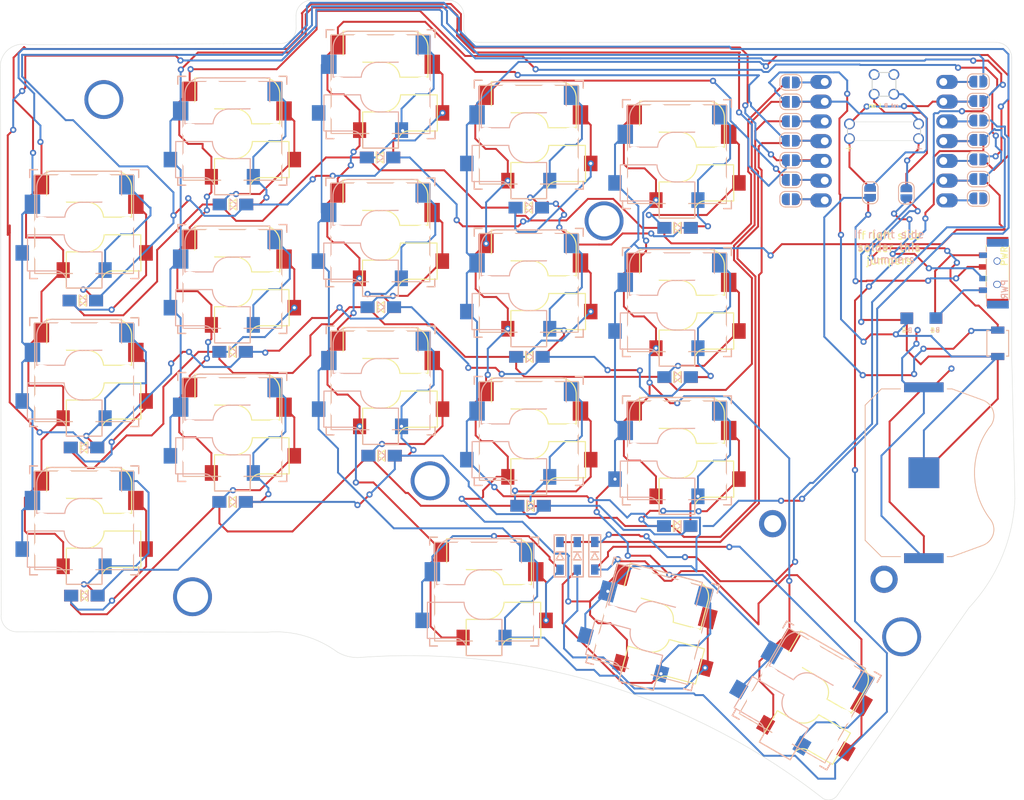
<source format=kicad_pcb>
(kicad_pcb (version 20221018) (generator pcbnew)
  (title_block (title "PUlSO split keyboard") (rev "0.2") (comment 1 "Made by IGOR"))
  (layers (0 "F.Cu" signal) (31 "B.Cu" signal) (34 "B.Paste" user) (35 "F.Paste" user) (36 "B.SilkS" user "B.Silkscreen") (37 "F.SilkS" user "F.Silkscreen") (38 "B.Mask" user) (39 "F.Mask" user) (44 "Edge.Cuts" user))
  (net 0 "")
  (net 1 "ROW0_L")
  (net 2 "Net-(DL1-Pad2)")
  (net 3 "Net-(DL2-Pad2)")
  (net 4 "Net-(DL3-Pad2)")
  (net 5 "Net-(DL4-Pad2)")
  (net 6 "Net-(DL5-Pad2)")
  (net 7 "ROW1_L")
  (net 8 "Net-(DL6-Pad2)")
  (net 9 "Net-(DL7-Pad2)")
  (net 10 "Net-(DL8-Pad2)")
  (net 11 "Net-(DL9-Pad2)")
  (net 12 "Net-(DL10-Pad2)")
  (net 13 "ROW2_L")
  (net 14 "Net-(DL11-Pad2)")
  (net 15 "Net-(DL12-Pad2)")
  (net 16 "Net-(DL13-Pad2)")
  (net 17 "Net-(DL14-Pad2)")
  (net 18 "Net-(DL15-Pad2)")
  (net 19 "ROW3_L")
  (net 20 "Net-(DL18-Pad2)")
  (net 21 "Net-(DL19-Pad2)")
  (net 22 "ROW0_R")
  (net 23 "Net-(DR1-Pad2)")
  (net 24 "Net-(DR2-Pad2)")
  (net 25 "Net-(DR3-Pad2)")
  (net 26 "Net-(DR4-Pad2)")
  (net 27 "Net-(DR5-Pad2)")
  (net 28 "ROW1_R")
  (net 29 "Net-(DR6-Pad2)")
  (net 30 "Net-(DR7-Pad2)")
  (net 31 "Net-(DR8-Pad2)")
  (net 32 "Net-(DR9-Pad2)")
  (net 33 "Net-(DR10-Pad2)")
  (net 34 "ROW2_R")
  (net 35 "Net-(DR11-Pad2)")
  (net 36 "Net-(DR12-Pad2)")
  (net 37 "Net-(DR13-Pad2)")
  (net 38 "Net-(DR14-Pad2)")
  (net 39 "Net-(DR15-Pad2)")
  (net 40 "ROW3_R")
  (net 41 "Net-(DR18-Pad2)")
  (net 42 "Net-(DR19-Pad2)")
  (net 43 "VBAT_L")
  (net 44 "VBAT_R")
  (net 46 "BAT+_L")
  (net 47 "RESET_L")
  (net 48 "GND_L")
  (net 49 "RESET_R")
  (net 50 "COL0_L")
  (net 51 "COL1_L")
  (net 52 "COL2_L")
  (net 53 "COL3_L")
  (net 54 "COL4_L")
  (net 55 "COL0_R")
  (net 56 "COL1_R")
  (net 57 "COL2_R")
  (net 58 "COL3_R")
  (net 59 "COL4_R")
  (net 60 "VCC_L")
  (net 61 "RX_L")
  (net 62 "TX_L")
  (net 64 "BAT+_R")
  (net 65 "RX_R")
  (net 66 "TX_R")
  (net 67 "VCC_R")
  (net 68 "GND_R")
  (net 69 "Net-(DL17-pad2)")
  (net 70 "Net-(DR17-Pad2)")
  (footprint "Jumper:SolderJumper-2_P1.3mm_Open_RoundedPad1.0x1.5mm" (layer "F.Cu") (at 146.152453 62.735093 180)
    (fp_text reference "JP8" hide)
    (fp_text value "Jumper_2_Open" hide)
  )
  (footprint "clipboard:f92b4755-0677-424b-a33d-44c3fe197dca" (layer "F.Cu") (at 136.79 80.3675)
    (fp_text reference "")
    (fp_text value "")
  )
  (footprint "Keyswitches by Daprice:Kailh_socket_MX_reversible_sameside" (layer "F.Cu") (at 124.1 129.15 -30)
    (fp_text reference "SW20" hide)
    (fp_text value "SW_Push" hide)
  )
  (footprint "TOTEMlib:Diode_SOD123" (layer "F.Cu") (at 88.45 85.6)
    (fp_text reference "DL9" hide)
    (fp_text value "D_Small" hide)
  )
  (footprint "kbd:D3_SMD" (layer "F.Cu") (at 96.85 111.175 -90)
    (fp_text reference "D18" hide)
    (fp_text value "D" hide)
  )
  (footprint "Keyswitches by Daprice:Kailh_socket_MX_reversible_sameside" (layer "F.Cu") (at 31.218702 106.620361)
    (fp_text reference "SW14" hide)
    (fp_text value "SW_Push" hide)
  )
  (footprint "kbd:M2_Hole_TH_Outside" (layer "F.Cu") (at 33.75 52.5)
    (fp_text reference "" hide)
    (fp_text value "M2_Hole_TH_Outside" hide)
  )
  (footprint "Keyswitches by Daprice:Kailh_socket_MX_reversible_sameside" (layer "F.Cu") (at 50.268702 94.620365)
    (fp_text reference "SW14" hide)
    (fp_text value "SW_Push" hide)
  )
  (footprint "" (layer "F.Cu") (at 98.05 68.1)
    (fp_text reference "")
    (fp_text value "")
  )
  (footprint "Jumper:SolderJumper-2_P1.3mm_Open_RoundedPad1.0x1.5mm" (layer "F.Cu") (at 122.052453 50.295093)
    (fp_text reference "JP1" hide)
    (fp_text value "Jumper_2_Open" hide)
  )
  (footprint "TOTEMlib:xiao-ble-smd-cutout" (layer "F.Cu") (at 134.032453 57.85)
    (fp_text reference "U2" hide)
    (fp_text value "xiao-ble" hide)
    (fp_line (start -4.699 -0.7488) (end -4.699 -1.7902) (stroke (width 0.12)) (layer "Edge.Cuts"))
    (fp_line (start -4.0132 -2.476) (end -2.413 -2.476) (stroke (width 0.05)) (layer "Edge.Cuts"))
    (fp_line (start -4.0132 -0.063) (end 4.0132 -0.063) (stroke (width 0.05)) (layer "Edge.Cuts"))
    (fp_line (start -2.413 -2.476) (end 4.0132 -2.476) (stroke (width 0.05)) (layer "Edge.Cuts"))
    (fp_line (start -1.524 -6.4638) (end -1.524 -8.1402) (stroke (width 0.12)) (layer "Edge.Cuts"))
    (fp_line (start -0.8382 -8.826) (end 0.8382 -8.826) (stroke (width 0.12)) (layer "Edge.Cuts"))
    (fp_line (start -0.8382 -5.778) (end 0.8382 -5.778) (stroke (width 0.12)) (layer "Edge.Cuts"))
    (fp_line (start 1.524 -6.4638) (end 1.524 -8.1402) (stroke (width 0.12)) (layer "Edge.Cuts"))
    (fp_line (start 4.699 -0.7488) (end 4.699 -1.7902) (stroke (width 0.12)) (layer "Edge.Cuts"))
    (fp_arc (start -4.699 -0.7488) (mid -4.095391 -0.666609) (end -4.0132 -0.063) (stroke (width 0.12)) (layer "Edge.Cuts"))
    (fp_arc (start -4.0132 -2.476) (mid -4.095391 -1.872391) (end -4.699 -1.7902) (stroke (width 0.12)) (layer "Edge.Cuts"))
    (fp_arc (start -1.524 -6.4638) (mid -0.920391 -6.381609) (end -0.8382 -5.778) (stroke (width 0.12)) (layer "Edge.Cuts"))
    (fp_arc (start -0.8382 -8.826) (mid -0.920391 -8.222391) (end -1.524 -8.1402) (stroke (width 0.12)) (layer "Edge.Cuts"))
    (fp_arc (start 0.8382 -5.778) (mid 0.920391 -6.381609) (end 1.524 -6.4638) (stroke (width 0.12)) (layer "Edge.Cuts"))
    (fp_arc (start 1.524 -8.1402) (mid 0.920393 -8.222393) (end 0.8382 -8.826) (stroke (width 0.12)) (layer "Edge.Cuts"))
    (fp_arc (start 4.0132 -0.063) (mid 4.095391 -0.666609) (end 4.699 -0.7488) (stroke (width 0.12)) (layer "Edge.Cuts"))
    (fp_arc (start 4.699 -1.7902) (mid 4.095391 -1.872391) (end 4.0132 -2.476) (stroke (width 0.12)) (layer "Edge.Cuts"))
  )
  (footprint "Keyswitches by Daprice:Kailh_socket_MX_reversible_sameside" (layer "F.Cu") (at 107.418702 59.519862)
    (fp_text reference "SW14" hide)
    (fp_text value "SW_Push" hide)
  )
  (footprint "TOTEMlib:Diode_SOD123" (layer "F.Cu") (at 107.5 69)
    (fp_text reference "DL5" hide)
    (fp_text value "D_Small" hide)
  )
  (footprint "Keyswitches by Daprice:Kailh_socket_MX_reversible_sameside" (layer "F.Cu") (at 50.268703 75.570361)
    (fp_text reference "SW14" hide)
    (fp_text value "SW_Push" hide)
  )
  (footprint "TOTEMlib:MSK12C02" (layer "F.Cu") (at 149.92 78.525 180)
    (fp_text reference "PWR")
    (fp_text value "SW_SPDT" hide)
  )
  (footprint "Keyswitches by Daprice:Kailh_socket_MX_reversible_sameside" (layer "F.Cu") (at 31.218704 87.570358)
    (fp_text reference "SW14" hide)
    (fp_text value "SW_Push" hide)
  )
  (footprint "Jumper:SolderJumper-2_P1.3mm_Open_RoundedPad1.0x1.5mm" (layer "F.Cu") (at 146.152453 55.195093)
    (fp_text reference "JP3" hide)
    (fp_text value "Jumper_2_Open" hide)
  )
  (footprint "Keyswitches by Daprice:Kailh_socket_MX_reversible_sameside" (layer "F.Cu") (at 88.368703 76.069859)
    (fp_text reference "SW14" hide)
    (fp_text value "SW_Push" hide)
  )
  (footprint "kbd:SW_SPST_B3U-1000P" (layer "F.Cu") (at 148.65 83.85 -90)
    (fp_text reference "RST_B" hide)
    (fp_text value "SW_Push")
  )
  (footprint "kbd:D3_SMD" (layer "F.Cu") (at 94.61 111.195 -90)
    (fp_text reference "D17" hide)
    (fp_text value "D" hide)
  )
  (footprint "Jumper:SolderJumper-2_P1.3mm_Open_RoundedPad1.0x1.5mm" (layer "F.Cu") (at 122.052453 55.295093)
    (fp_text reference "JP3" hide)
    (fp_text value "Jumper_2_Open" hide)
  )
  (footprint "TOTEMlib:Diode_SOD123" (layer "F.Cu") (at 50.299999 84.945001)
    (fp_text reference "DL7" hide)
    (fp_text value "D_Small" hide)
  )
  (footprint "swoop:M2_hole_3.5mm" (layer "F.Cu") (at 119.716665 107.050701)
    (fp_text reference "Ref**" hide)
    (fp_text value "Val**" hide)
  )
  (footprint "TOTEMlib:Diode_SOD123" (layer "F.Cu") (at 69.35 79.2)
    (fp_text reference "DL8" hide)
    (fp_text value "D_Small" hide)
  )
  (footprint "" (layer "F.Cu") (at 136.3 121.6)
    (fp_text reference "")
    (fp_text value "")
  )
  (footprint "Jumper:SolderJumper-2_P1.3mm_Open_RoundedPad1.0x1.5mm" (layer "F.Cu") (at 146.152453 60.205093 180)
    (fp_text reference "JP8" hide)
    (fp_text value "Jumper_2_Open" hide)
  )
  (footprint "swoop:M2_hole_3.5mm" (layer "F.Cu") (at 134.036665 114.200701)
    (fp_text reference "Ref**" hide)
    (fp_text value "Val**" hide)
  )
  (footprint "" (layer "F.Cu") (at 45.15 116.45)
    (fp_text reference "")
    (fp_text value "")
  )
  (footprint "TOTEMlib:Diode_SOD123" (layer "F.Cu") (at 88.6 104.75)
    (fp_text reference "DL14" hide)
    (fp_text value "D_Small" hide)
  )
  (footprint "Jumper:SolderJumper-2_P1.3mm_Open_RoundedPad1.0x1.5mm" (layer "F.Cu") (at 122.062453 65.325093)
    (fp_text reference "JP8" hide)
    (fp_text value "Jumper_2_Open" hide)
  )
  (footprint "Keyswitches by Daprice:Kailh_socket_MX_reversible_sameside" (layer "F.Cu") (at 50.268698 56.520366)
    (fp_text reference "SW14" hide)
    (fp_text value "SW_Push" hide)
  )
  (footprint "Keyswitches by Daprice:Kailh_socket_MX_reversible_sameside" (layer "F.Cu") (at 69.318703 88.61986)
    (fp_text reference "SW14" hide)
    (fp_text value "SW_Push" hide)
  )
  (footprint "TOTEMlib:Diode_SOD123" (layer "F.Cu") (at 50.3 104.25)
    (fp_text reference "DL12" hide)
    (fp_text value "D_Small" hide)
  )
  (footprint "Keyswitches by Daprice:Kailh_socket_MX_reversible_sameside" (layer "F.Cu") (at 88.368699 95.119861)
    (fp_text reference "SW14" hide)
    (fp_text value "SW_Push" hide)
  )
  (footprint "Jumper:SolderJumper-2_P1.3mm_Open_RoundedPad1.0x1.5mm" (layer "F.Cu") (at 122.052453 60.305093 180)
    (fp_text reference "JP8" hide)
    (fp_text value "Jumper_2_Open" hide)
  )
  (footprint "Jumper:SolderJumper-2_P1.3mm_Open_RoundedPad1.0x1.5mm" (layer "F.Cu") (at 136.902453 64.545093 -90)
    (fp_text reference "JP5" hide)
    (fp_text value "Jumper_2_Open" hide)
  )
  (footprint "Keyswitches by Daprice:Kailh_socket_MX_reversible_sameside" (layer "F.Cu") (at 104.29603 119.956124 -15)
    (fp_text reference "SW21" hide)
    (fp_text value "SW_Push" hide)
  )
  (footprint "clipboard:f92b4755-0677-424b-a33d-44c3fe197dca" (layer "F.Cu") (at 140.55 80.35)
    (fp_text reference "")
    (fp_text value "")
  )
  (footprint "TOTEMlib:Diode_SOD123" (layer "F.Cu") (at 69.25 59.95)
    (fp_text reference "DL3" hide)
    (fp_text value "D_Small" hide)
  )
  (footprint "Keyswitches by Daprice:Kailh_socket_MX_reversible_sameside" (layer "F.Cu") (at 88.368704 57.019867)
    (fp_text reference "SW14" hide)
    (fp_text value "SW_Push" hide)
  )
  (footprint "kbd:D3_SMD" (layer "F.Cu") (at 92.38 111.195 -90)
    (fp_text reference "D16" hide)
    (fp_text value "D" hide)
  )
  (footprint "Keyswitches by Daprice:Kailh_socket_MX_reversible_sameside" (layer "F.Cu") (at 82.6225 115.7875)
    (fp_text reference "SW14" hide)
    (fp_text value "SW_Push" hide)
  )
  (footprint "TOTEMlib:Diode_SOD123" (layer "F.Cu") (at 69.45 98.3)
    (fp_text reference "DL13" hide)
    (fp_text value "D_Small" hide)
  )
  (footprint "Jumper:SolderJumper-2_P1.3mm_Open_RoundedPad1.0x1.5mm" (layer "F.Cu") (at 146.152453 50.195093)
    (fp_text reference "JP1" hide)
    (fp_text value "Jumper_2_Open" hide)
  )
  (footprint "Keyswitches by Daprice:Kailh_socket_MX_reversible_sameside" (layer "F.Cu") (at 107.418704 78.569864)
    (fp_text reference "SW14" hide)
    (fp_text value "SW_Push" hide)
  )
  (footprint "TOTEMlib:Diode_SOD123" (layer "F.Cu") (at 31.05 78.35)
    (fp_text reference "DL1" hide)
    (fp_text value "D_Small" hide)
  )
  (footprint "Jumper:SolderJumper-2_P1.3mm_Open_RoundedPad1.0x1.5mm" (layer "F.Cu") (at 122.052453 62.835093 180)
    (fp_text reference "JP8" hide)
    (fp_text value "Jumper_2_Open" hide)
  )
  (footprint "Jumper:SolderJumper-2_P1.3mm_Open_RoundedPad1.0x1.5mm" (layer "F.Cu") (at 122.052453 57.795093)
    (fp_text reference "JP4" hide)
    (fp_text value "Jumper_2_Open" hide)
  )
  (footprint "TOTEMlib:Diode_SOD123" (layer "F.Cu") (at 50.35 66)
    (fp_text reference "DL2" hide)
    (fp_text value "D_Small" hide)
  )
  (footprint "TOTEMlib:Diode_SOD123" (layer "F.Cu") (at 107.499997 88.195003)
    (fp_text reference "DL10" hide)
    (fp_text value "D_Small" hide)
  )
  (footprint "Keyswitches by Daprice:Kailh_socket_MX_reversible_sameside" (layer "F.Cu") (at 31.218695 68.520364)
    (fp_text reference "SW14" hide)
    (fp_text value "SW_Push" hide)
  )
  (footprint "TOTEMlib:Diode_SOD123" (layer "F.Cu") (at 107.45 107.35)
    (fp_text reference "DL15" hide)
    (fp_text value "D_Small" hide)
  )
  (footprint "pierce:BatteryHolder_Keystone_3034_1x20mm" (layer "F.Cu") (at 139.15 100.5 90)
    (fp_text reference "BT1" hide)
    (fp_text value "Device_Battery_Cell" hide)
  )
  (footprint "Keyswitches by Daprice:Kailh_socket_MX_reversible_sameside" (layer "F.Cu") (at 104.283783 119.963195 -15)
    (fp_text reference "SW21" hide)
    (fp_text value "SW_Push" hide)
  )
  (footprint "TOTEMlib:Diode_SOD123" (layer "F.Cu") (at 31.2 97.25)
    (fp_text reference "DL6" hide)
    (fp_text value "D_Small" hide)
  )
  (footprint "Keyswitches by Daprice:Kailh_socket_MX_reversible_sameside" (layer "F.Cu") (at 107.418705 97.619863)
    (fp_text reference "SW14" hide)
    (fp_text value "SW_Push" hide)
  )
  (footprint "Jumper:SolderJumper-2_P1.3mm_Open_RoundedPad1.0x1.5mm" (layer "F.Cu") (at 122.052453 52.795093)
    (fp_text reference "JP2" hide)
    (fp_text value "Jumper_2_Open" hide)
  )
  (footprint "Keyswitches by Daprice:Kailh_socket_MX_reversible_sameside" (layer "F.Cu") (at 69.296665 69.580701)
    (fp_text reference "SW14" hide)
    (fp_text value "SW_Push" hide)
  )
  (footprint "Jumper:SolderJumper-2_P1.3mm_Open_RoundedPad1.0x1.5mm" (layer "F.Cu") (at 146.152453 57.695093)
    (fp_text reference "JP4" hide)
    (fp_text value "Jumper_2_Open" hide)
  )
  (footprint "Keyswitches by Daprice:Kailh_socket_MX_reversible_sameside" (layer "F.Cu") (at 124.1 129.15 -30)
    (fp_text reference "SW20" hide)
    (fp_text value "SW_Push" hide)
  )
  (footprint "Keyswitches by Daprice:Kailh_socket_MX_reversible_sameside" (layer "F.Cu") (at 69.318695 50.519863)
    (fp_text reference "SW14" hide)
    (fp_text value "SW_Push" hide)
  )
  (footprint "TOTEMlib:Diode_SOD123" (layer "F.Cu") (at 88.368708 66.4)
    (fp_text reference "DL4" hide)
    (fp_text value "D_Small" hide)
  )
  (footprint "" (layer "F.Cu") (at 75.686665 101.540701)
    (fp_text reference "")
    (fp_text value "")
  )
  (footprint "Jumper:SolderJumper-2_P1.3mm_Open_RoundedPad1.0x1.5mm" (layer "F.Cu") (at 146.162453 65.225093 180)
    (fp_text reference "JP8" hide)
    (fp_text value "Jumper_2_Open" hide)
  )
  (footprint "Jumper:SolderJumper-2_P1.3mm_Open_RoundedPad1.0x1.5mm" (layer "F.Cu") (at 146.152453 52.695093)
    (fp_text reference "JP2" hide)
    (fp_text value "Jumper_2_Open" hide)
  )
  (footprint "TOTEMlib:Diode_SOD123" (layer "F.Cu") (at 31.25 116.3)
    (fp_text reference "DL11" hide)
    (fp_text value "D_Small" hide)
  )
  (footprint "Jumper:SolderJumper-2_P1.3mm_Open_RoundedPad1.0x1.5mm" (layer "F.Cu") (at 132.252453 64.495093 -90)
    (fp_text reference "JP5" hide)
    (fp_text value "Jumper_2_Open" hide)
  )
  (footprint "Keyswitches by Daprice:Kailh_socket_MX_reversible_sameside" (layer "B.Cu") (at 69.318703 88.61986 180)
    (fp_text reference "SW14" hide)
    (fp_text value "SW_Push" hide)
  )
  (footprint "Keyswitches by Daprice:Kailh_socket_MX_reversible_sameside" (layer "B.Cu") (at 31.218702 106.620361 180)
    (fp_text reference "SW14" hide)
    (fp_text value "SW_Push" hide)
  )
  (footprint "kbd:SW_SPST_B3U-1000P" (layer "B.Cu") (at 148.65 83.85 90)
    (fp_text reference "RST_B" hide)
    (fp_text value "SW_Push")
  )
  (footprint "Jumper:SolderJumper-2_P1.3mm_Open_RoundedPad1.0x1.5mm" (layer "B.Cu") (at 146.152453 52.695093)
    (fp_text reference "JP6" hide)
    (fp_text value "Jumper_2_Open" hide)
  )
  (footprint "pierce:BatteryHolder_Keystone_3034_1x20mm" (layer "B.Cu") (at 139.153335 100.499299 -90)
    (fp_text reference "BT1" hide)
    (fp_text value "Device_Battery_Cell" hide)
  )
  (footprint "TOTEMlib:MSK12C02" (layer "B.Cu") (at 149.97 71.025 180)
    (fp_text reference "PWR")
    (fp_text value "SW_SPDT" hide)
  )
  (footprint "Keyswitches by Daprice:Kailh_socket_MX_reversible_sameside" (layer "B.Cu") (at 82.6225 115.7875 180)
    (fp_text reference "SW14" hide)
    (fp_text value "SW_Push" hide)
  )
  (footprint "TOTEMlib:Diode_SOD123" (layer "B.Cu") (at 50.3 104.25 180)
    (fp_text reference "DL12" hide)
    (fp_text value "D_Small" hide)
  )
  (footprint "Keyswitches by Daprice:Kailh_socket_MX_reversible_sameside" (layer "B.Cu") (at 107.418705 97.619863 180)
    (fp_text reference "SW14" hide)
    (fp_text value "SW_Push" hide)
  )
  (footprint "Keyswitches by Daprice:Kailh_socket_MX_reversible_sameside" (layer "B.Cu") (at 50.268702 94.620365 180)
    (fp_text reference "SW14" hide)
    (fp_text value "SW_Push" hide)
  )
  (footprint "Keyswitches by Daprice:Kailh_socket_MX_reversible_sameside" (layer "B.Cu") (at 50.268703 75.570361 180)
    (fp_text reference "SW14" hide)
    (fp_text value "SW_Push" hide)
  )
  (footprint "TOTEMlib:Diode_SOD123" (layer "B.Cu") (at 69.45 98.3 180)
    (fp_text reference "DL13" hide)
    (fp_text value "D_Small" hide)
  )
  (footprint "Jumper:SolderJumper-2_P1.3mm_Open_RoundedPad1.0x1.5mm" (layer "B.Cu") (at 146.152453 55.195093)
    (fp_text reference "JP7" hide)
    (fp_text value "Jumper_2_Open" hide)
  )
  (footprint "TOTEMlib:Diode_SOD123" (layer "B.Cu") (at 69.35 79.2 180)
    (fp_text reference "DL8" hide)
    (fp_text value "D_Small" hide)
  )
  (footprint "Keyswitches by Daprice:Kailh_socket_MX_reversible_sameside" (layer "B.Cu") (at 69.318695 50.519863 180)
    (fp_text reference "SW14" hide)
    (fp_text value "SW_Push" hide)
  )
  (footprint "TOTEMlib:Diode_SOD123" (layer "B.Cu") (at 107.499997 88.195003 180)
    (fp_text reference "DL10" hide)
    (fp_text value "D_Small" hide)
  )
  (footprint "TOTEMlib:Diode_SOD123" (layer "B.Cu") (at 107.5 69 180)
    (fp_text reference "DL5" hide)
    (fp_text value "D_Small" hide)
  )
  (footprint "Jumper:SolderJumper-2_P1.3mm_Open_RoundedPad1.0x1.5mm" (layer "B.Cu") (at 146.152453 60.195093)
    (fp_text reference "JP8" hide)
    (fp_text value "Jumper_2_Open" hide)
  )
  (footprint "Jumper:SolderJumper-2_P1.3mm_Open_RoundedPad1.0x1.5mm" (layer "B.Cu") (at 146.152453 50.195093)
    (fp_text reference "JP5" hide)
    (fp_text value "Jumper_2_Open" hide)
  )
  (footprint "TOTEMlib:Diode_SOD123" (layer "B.Cu") (at 88.45 85.6 180)
    (fp_text reference "DL9" hide)
    (fp_text value "D_Small" hide)
  )
  (footprint "Jumper:SolderJumper-2_P1.3mm_Open_RoundedPad1.0x1.5mm" (layer "B.Cu") (at 146.152453 57.695093)
    (fp_text reference "JP8" hide)
    (fp_text value "Jumper_2_Open" hide)
  )
  (footprint "TOTEMlib:Diode_SOD123" (layer "B.Cu") (at 31.05 78.35 180)
    (fp_text reference "DL1" hide)
    (fp_text value "D_Small" hide)
  )
  (footprint "Jumper:SolderJumper-2_P1.3mm_Open_RoundedPad1.0x1.5mm" (layer "B.Cu") (at 122.052453 60.295093)
    (fp_text reference "JP8" hide)
    (fp_text value "Jumper_2_Open" hide)
  )
  (footprint "Keyswitches by Daprice:Kailh_socket_MX_reversible_sameside" (layer "B.Cu") (at 107.418702 59.519862 180)
    (fp_text reference "SW14" hide)
    (fp_text value "SW_Push" hide)
  )
  (footprint "Jumper:SolderJumper-2_P1.3mm_Open_RoundedPad1.0x1.5mm" (layer "B.Cu") (at 146.152453 62.725093)
    (fp_text reference "JP8" hide)
    (fp_text value "Jumper_2_Open" hide)
  )
  (footprint "Jumper:SolderJumper-2_P1.3mm_Open_RoundedPad1.0x1.5mm" (layer "B.Cu") (at 122.052453 50.295093)
    (fp_text reference "JP5" hide)
    (fp_text value "Jumper_2_Open" hide)
  )
  (footprint "Keyswitches by Daprice:Kailh_socket_MX_reversible_sameside" (layer "B.Cu") (at 88.368704 57.019867 180)
    (fp_text reference "SW14" hide)
    (fp_text value "SW_Push" hide)
  )
  (footprint "TOTEMlib:Diode_SOD123" (layer "B.Cu") (at 107.45 107.35 180)
    (fp_text reference "DL15" hide)
    (fp_text value "D_Small" hide)
  )
  (footprint "Jumper:SolderJumper-2_P1.3mm_Open_RoundedPad1.0x1.5mm" (layer "B.Cu") (at 122.052453 62.825093)
    (fp_text reference "JP8" hide)
    (fp_text value "Jumper_2_Open" hide)
  )
  (footprint "TOTEMlib:Diode_SOD123" (layer "B.Cu") (at 31.2 97.25 180)
    (fp_text reference "DL6" hide)
    (fp_text value "D_Small" hide)
  )
  (footprint "Jumper:SolderJumper-2_P1.3mm_Open_RoundedPad1.0x1.5mm" (layer "B.Cu") (at 122.042453 65.315093 180)
    (fp_text reference "JP8" hide)
    (fp_text value "Jumper_2_Open" hide)
  )
  (footprint "kbd:D3_SMD" (layer "B.Cu") (at 96.85 111.175 -90)
    (fp_text reference "D18" hide)
    (fp_text value "D" hide)
  )
  (footprint "Keyswitches by Daprice:Kailh_socket_MX_reversible_sameside" (layer "B.Cu") (at 88.368703 76.069859 180)
    (fp_text reference "SW14" hide)
    (fp_text value "SW_Push" hide)
  )
  (footprint "Jumper:SolderJumper-2_P1.3mm_Open_RoundedPad1.0x1.5mm" (layer "B.Cu") (at 122.052453 57.795093)
    (fp_text reference "JP8" hide)
    (fp_text value "Jumper_2_Open" hide)
  )
  (footprint "Jumper:SolderJumper-2_P1.3mm_Open_RoundedPad1.0x1.5mm" (layer "B.Cu") (at 136.902453 64.545093 -90)
    (fp_text reference "JP5" hide)
    (fp_text value "Jumper_2_Open" hide)
  )
  (footprint "Keyswitches by Daprice:Kailh_socket_MX_reversible_sameside" (layer "B.Cu") (at 88.368699 95.119861 180)
    (fp_text reference "SW14" hide)
    (fp_text value "SW_Push" hide)
  )
  (footprint "Keyswitches by Daprice:Kailh_socket_MX_reversible_sameside" (layer "B.Cu") (at 107.418704 78.569864 180)
    (fp_text reference "SW14" hide)
    (fp_text value "SW_Push" hide)
  )
  (footprint "Keyswitches by Daprice:Kailh_socket_MX_reversible_sameside" (layer "B.Cu") (at 50.268698 56.520366 180)
    (fp_text reference "SW14" hide)
    (fp_text value "SW_Push" hide)
  )
  (footprint "kbd:D3_SMD" (layer "B.Cu") (at 92.38 111.195 -90)
    (fp_text reference "D16" hide)
    (fp_text value "D" hide)
  )
  (footprint "TOTEMlib:Diode_SOD123" (layer "B.Cu") (at 50.35 66 180)
    (fp_text reference "DL2" hide)
    (fp_text value "D_Small" hide)
  )
  (footprint "Keyswitches by Daprice:Kailh_socket_MX_reversible_sameside" (layer "B.Cu") (at 69.296665 69.580701 180)
    (fp_text reference "SW14" hide)
    (fp_text value "SW_Push" hide)
  )
  (footprint "Jumper:SolderJumper-2_P1.3mm_Open_RoundedPad1.0x1.5mm" (layer "B.Cu") (at 132.252453 64.495093 -90)
    (fp_text reference "JP5" hide)
    (fp_text value "Jumper_2_Open" hide)
  )
  (footprint "Jumper:SolderJumper-2_P1.3mm_Open_RoundedPad1.0x1.5mm" (layer "B.Cu") (at 122.052453 55.295093)
    (fp_text reference "JP7" hide)
    (fp_text value "Jumper_2_Open" hide)
  )
  (footprint "Jumper:SolderJumper-2_P1.3mm_Open_RoundedPad1.0x1.5mm" (layer "B.Cu") (at 146.142453 65.215093 180)
    (fp_text reference "JP8" hide)
    (fp_text value "Jumper_2_Open" hide)
  )
  (footprint "" (layer "B.Cu") (at 140.7 80.6 180)
    (fp_text reference "")
    (fp_text value "")
  )
  (footprint "TOTEMlib:Diode_SOD123" (layer "B.Cu") (at 88.368708 66.4 180)
    (fp_text reference "DL4" hide)
    (fp_text value "D_Small" hide)
  )
  (footprint "TOTEMlib:Diode_SOD123" (layer "B.Cu") (at 88.6 104.75 180)
    (fp_text reference "DL14" hide)
    (fp_text value "D_Small" hide)
  )
  (footprint "TOTEMlib:Diode_SOD123" (layer "B.Cu") (at 31.25 116.3 180)
    (fp_text reference "DL11" hide)
    (fp_text value "D_Small" hide)
  )
  (footprint "Jumper:SolderJumper-2_P1.3mm_Open_RoundedPad1.0x1.5mm" (layer "B.Cu") (at 122.052453 52.795093)
    (fp_text reference "JP6" hide)
    (fp_text value "Jumper_2_Open" hide)
  )
  (footprint "Keyswitches by Daprice:Kailh_socket_MX_reversible_sameside" (layer "B.Cu") (at 31.218704 87.570358 180)
    (fp_text reference "SW14" hide)
    (fp_text value "SW_Push" hide)
  )
  (footprint "TOTEMlib:Diode_SOD123" (layer "B.Cu") (at 69.25 59.95 180)
    (fp_text reference "DL3" hide)
    (fp_text value "D_Small" hide)
  )
  (footprint "TOTEMlib:Diode_SOD123" (layer "B.Cu") (at 50.299999 84.945001 180)
    (fp_text reference "DL7" hide)
    (fp_text value "D_Small" hide)
  )
  (footprint "kbd:D3_SMD" (layer "B.Cu") (at 94.61 111.195 -90)
    (fp_text reference "D17" hide)
    (fp_text value "D" hide)
  )
  (footprint "Keyswitches by Daprice:Kailh_socket_MX_reversible_sameside" (layer "B.Cu") (at 31.218695 68.520364 180)
    (fp_text reference "SW14" hide)
    (fp_text value "SW_Push" hide)
  )
  (gr_arc (start 20.426821 48.299964) (mid 21.527275 46.014731) (end 24 45.45) (stroke (width 0.05)) (layer "Edge.Cuts"))
  (gr_arc (start 81.999987 45.150136) (mid 80.585769 44.56427) (end 80 43.15) (stroke (width 0.05)) (layer "Edge.Cuts"))
  (gr_arc (start 128.05 141.95) (mid 127.168314 142.557289) (end 126.12 142.34) (stroke (width 0.05)) (layer "Edge.Cuts"))
  (gr_line (start 73.286665 39.720701) (end 78.042431 39.724847) (stroke (width 0.05)) (layer "Edge.Cuts"))
  (gr_arc (start 58.462521 43.296465) (mid 57.876665 44.710701) (end 56.462385 45.296452) (stroke (width 0.05)) (layer "Edge.Cuts"))
  (gr_line (start 60.450945 39.72495) (end 62.006665 39.720701) (stroke (width 0.05)) (layer "Edge.Cuts"))
  (gr_line (start 56.462385 45.296452) (end 24 45.45) (stroke (width 0.05)) (layer "Edge.Cuts"))
  (gr_arc (start 78.042431 39.724847) (mid 79.456667 40.310703) (end 80.042418 41.724983) (stroke (width 0.05)) (layer "Edge.Cuts"))
  (gr_arc (start 54.791517 121.005656) (mid 59.499188 121.471305) (end 63.748041 123.551268) (stroke (width 0.05)) (layer "Edge.Cuts"))
  (gr_arc (start 148.444862 45.147719) (mid 149.859086 45.733579) (end 150.444849 47.147855) (stroke (width 0.05)) (layer "Edge.Cuts"))
  (gr_line (start 20.426821 48.299964) (end 20.5 60.8) (stroke (width 0.05)) (layer "Edge.Cuts"))
  (gr_arc (start 58.450809 41.724937) (mid 59.036665 40.310701) (end 60.450945 39.72495) (stroke (width 0.05)) (layer "Edge.Cuts"))
  (gr_line (start 80.042418 41.724983) (end 80 43.15) (stroke (width 0.05)) (layer "Edge.Cuts"))
  (gr_arc (start 66.735157 124.252586) (mid 98.1134 127.761381) (end 126.12 142.34) (stroke (width 0.05)) (layer "Edge.Cuts"))
  (gr_line (start 62.006665 39.720701) (end 73.286665 39.720701) (stroke (width 0.05)) (layer "Edge.Cuts"))
  (gr_line (start 22.564235 120.956833) (end 54.791517 121.005656) (stroke (width 0.05)) (layer "Edge.Cuts"))
  (gr_line (start 81.999987 45.150136) (end 113.735751 45.15428) (stroke (width 0.05)) (layer "Edge.Cuts"))
  (gr_line (start 128.05 141.95) (end 144.969161 117.843661) (stroke (width 0.05)) (layer "Edge.Cuts"))
  (gr_line (start 58.462521 43.296465) (end 58.450809 41.724937) (stroke (width 0.05)) (layer "Edge.Cuts"))
  (gr_line (start 150.444849 47.147855) (end 150.435763 85.024276) (stroke (width 0.05)) (layer "Edge.Cuts"))
  (gr_arc (start 150.857655 103.839128) (mid 149.171057 111.370199) (end 144.969161 117.843661) (stroke (width 0.05)) (layer "Edge.Cuts"))
  (gr_line (start 150.857655 103.839128) (end 150.435763 85.024276) (stroke (width 0.05)) (layer "Edge.Cuts"))
  (gr_line (start 113.735751 45.15428) (end 148.444862 45.147719) (stroke (width 0.05)) (layer "Edge.Cuts"))
  (gr_line (start 20.5 60.8) (end 20.554249 118.72572) (stroke (width 0.05)) (layer "Edge.Cuts"))
  (gr_arc (start 22.564235 120.956833) (mid 21.062776 120.288537) (end 20.554249 118.72572) (stroke (width 0.05)) (layer "Edge.Cuts"))
  (gr_arc (start 66.735157 124.252586) (mid 65.187458 124.132529) (end 63.748041 123.551268) (stroke (width 0.05)) (layer "Edge.Cuts"))
  (gr_text "rst R" (at 136.002453 53.595093) (layer "B.SilkS") (effects (font (size 0.5 0.5) (thickness 0.125) bold) (justify left bottom mirror)))
  (gr_text "B+" (at 140.55 82.15) (layer "B.SilkS") (effects (font (size 0.6 0.6) (thickness 0.1)) (justify mirror)))
  (gr_text "If right side \nsolder this \njumpers" (at 135.052453 73.645093) (layer "B.SilkS") (effects (font (size 1 1)) (justify bottom)))
  (gr_text "B-" (at 137 82.2) (layer "B.SilkS") (effects (font (size 0.6 0.6) (thickness 0.1)) (justify mirror)))
  (gr_text "B+" (at 140.651665 82.185701) (layer "F.SilkS") (effects (font (size 0.6 0.6) (thickness 0.1))))
  (gr_text "B-" (at 136.991665 82.185701) (layer "F.SilkS") (effects (font (size 0.6 0.6) (thickness 0.1))))
  (gr_text "If left side\nsolder this\njumpers" (at 134.702453 73.795093) (layer "F.SilkS") (effects (font (size 1 1)) (justify bottom)))
  (gr_text "rst L" (at 131.952453 53.595093) (layer "F.SilkS") (effects (font (size 0.5 0.5) (thickness 0.125) bold) (justify left bottom)))
  (segment (start 129.587453 55.614881) (end 131.802453 53.399881) (width 0.25) (layer "F.Cu") (net 0))
  (segment (start 137.002453 60.345093) (end 138.477453 58.870093) (width 0.25) (layer "F.Cu") (net 0))
  (segment (start 145.307546 62.93) (end 145.502453 62.735093) (width 0.25) (layer "F.Cu") (net 0))
  (segment (start 141.652453 52.77) (end 145.427546 52.77) (width 0.25) (layer "F.Cu") (net 0))
  (segment (start 136.602453 53.345093) (end 139.702453 53.345093) (width 0.25) (layer "F.Cu") (net 0))
  (segment (start 139.55 54.95) (end 138.795093 54.195093) (width 0.25) (layer "F.Cu") (net 0))
  (segment (start 122.702453 60.305093) (end 126.327546 60.305093) (width 0.25) (layer "F.Cu") (net 0))
  (segment (start 129.587453 61.180093) (end 129.587453 57.533) (width 0.25) (layer "F.Cu") (net 0))
  (segment (start 126.34736 50.295093) (end 126.412453 50.23) (width 0.25) (layer "F.Cu") (net 0))
  (segment (start 145.467546 50.23) (end 145.502453 50.195093) (width 0.25) (layer "F.Cu") (net 0))
  (segment (start 138.477453 58.870093) (end 138.477453 57.533) (width 0.25) (layer "F.Cu") (net 0))
  (segment (start 134.151718 54.195093) (end 132.762453 52.805828) (width 0.25) (layer "F.Cu") (net 0))
  (segment (start 141.652453 65.47) (end 145.267546 65.47) (width 0.25) (layer "F.Cu") (net 0))
  (segment (start 126.38736 52.795093) (end 126.412453 52.77) (width 0.25) (layer "F.Cu") (net 0))
  (segment (start 126.267546 65.325093) (end 126.412453 65.47) (width 0.25) (layer "F.Cu") (net 0))
  (segment (start 141.652453 50.23) (end 145.467546 50.23) (width 0.25) (layer "F.Cu") (net 0))
  (segment (start 122.712453 65.325093) (end 126.267546 65.325093) (width 0.25) (layer "F.Cu") (net 0))
  (segment (start 132.762453 52.805828) (end 132.762453 51.818) (width 0.25) (layer "F.Cu") (net 0))
  (segment (start 141.652453 57.85) (end 145.347546 57.85) (width 0.25) (layer "F.Cu") (net 0))
  (segment (start 122.702453 62.835093) (end 126.317546 62.835093) (width 0.25) (layer "F.Cu") (net 0))
  (segment (start 136.902453 63.895093) (end 136.902453 62.045093) (width 0.25) (layer "F.Cu") (net 0))
  (segment (start 141.652453 55.31) (end 145.387546 55.31) (width 0.25) (layer "F.Cu") (net 0))
  (segment (start 145.347546 57.85) (end 145.502453 57.695093) (width 0.25) (layer "F.Cu") (net 0))
  (segment (start 138.795093 54.195093) (end 134.151718 54.195093) (width 0.25) (layer "F.Cu") (net 0))
  (segment (start 131.802453 53.399881) (end 131.802453 53.395093) (width 0.25) (layer "F.Cu") (net 0))
  (segment (start 140.277546 52.77) (end 141.652453 52.77) (width 0.25) (layer "F.Cu") (net 0))
  (segment (start 139.702453 53.345093) (end 140.277546 52.77) (width 0.25) (layer "F.Cu") (net 0))
  (segment (start 136.902453 62.045093) (end 139.55 59.397546) (width 0.25) (layer "F.Cu") (net 0))
  (segment (start 132.252453 63.845093) (end 129.587453 61.180093) (width 0.25) (layer "F.Cu") (net 0))
  (segment (start 145.267546 65.47) (end 145.512453 65.225093) (width 0.25) (layer "F.Cu") (net 0))
  (segment (start 145.317546 60.39) (end 145.502453 60.205093) (width 0.25) (layer "F.Cu") (net 0))
  (segment (start 126.397546 55.295093) (end 126.412453 55.31) (width 0.25) (layer "F.Cu") (net 0))
  (segment (start 141.652453 60.39) (end 145.317546 60.39) (width 0.25) (layer "F.Cu") (net 0))
  (segment (start 126.317546 62.835093) (end 126.412453 62.93) (width 0.25) (layer "F.Cu") (net 0))
  (segment (start 122.702453 50.295093) (end 126.34736 50.295093) (width 0.25) (layer "F.Cu") (net 0))
  (segment (start 141.652453 62.93) (end 145.307546 62.93) (width 0.25) (layer "F.Cu") (net 0))
  (segment (start 139.55 59.397546) (end 139.55 54.95) (width 0.25) (layer "F.Cu") (net 0))
  (segment (start 122.702453 55.295093) (end 126.397546 55.295093) (width 0.25) (layer "F.Cu") (net 0))
  (segment (start 145.387546 55.31) (end 145.502453 55.195093) (width 0.25) (layer "F.Cu") (net 0))
  (segment (start 122.702453 57.795093) (end 126.357546 57.795093) (width 0.25) (layer "F.Cu") (net 0))
  (segment (start 122.702453 52.795093) (end 126.38736 52.795093) (width 0.25) (layer "F.Cu") (net 0))
  (segment (start 145.427546 52.77) (end 145.502453 52.695093) (width 0.25) (layer "F.Cu") (net 0))
  (segment (start 129.587453 55.628) (end 129.587453 55.614881) (width 0.25) (layer "F.Cu") (net 0))
  (segment (start 126.357546 57.795093) (end 126.412453 57.85) (width 0.25) (layer "F.Cu") (net 0))
  (segment (start 126.327546 60.305093) (end 126.412453 60.39) (width 0.25) (layer "F.Cu") (net 0))
  (via (at 131.802453 53.395093) (size 0.8) (drill 0.4) (layers "F.Cu" "B.Cu") (net 0))
  (via (at 136.602453 53.345093) (size 0.8) (drill 0.4) (layers "F.Cu" "B.Cu") (net 0))
  (via (at 137.002453 60.345093) (size 0.8) (drill 0.4) (layers "F.Cu" "B.Cu") (net 0))
  (segment (start 137.002453 63.795093) (end 137.002453 60.345093) (width 0.25) (layer "B.Cu") (net 0))
  (segment (start 129.27736 52.77) (end 130.802453 54.295093) (width 0.25) (layer "B.Cu") (net 0))
  (segment (start 122.702453 60.295093) (end 122.79736 60.39) (width 0.25) (layer "B.Cu") (net 0))
  (segment (start 141.652453 52.77) (end 145.427546 52.77) (width 0.25) (layer "B.Cu") (net 0))
  (segment (start 126.357546 57.795093) (end 126.412453 57.85) (width 0.25) (layer "B.Cu") (net 0))
  (segment (start 145.237546 65.47) (end 145.492453 65.215093) (width 0.25) (layer "B.Cu") (net 0))
  (segment (start 141.652453 50.23) (end 145.467546 50.23) (width 0.25) (layer "B.Cu") (net 0))
  (segment (start 137.602453 54.295093) (end 138.477453 55.170093) (width 0.25) (layer "B.Cu") (net 0))
  (segment (start 136.552453 53.395093) (end 136.602453 53.345093) (width 0.25) (layer "B.Cu") (net 0))
  (segment (start 126.412453 52.77) (end 129.27736 52.77) (width 0.25) (layer "B.Cu") (net 0))
  (segment (start 136.902453 63.895093) (end 137.002453 63.795093) (width 0.25) (layer "B.Cu") (net 0))
  (segment (start 122.702453 57.795093) (end 126.357546 57.795093) (width 0.25) (layer "B.Cu") (net 0))
  (segment (start 122.702453 52.795093) (end 122.727546 52.77) (width 0.25) (layer "B.Cu") (net 0))
  (segment (start 126.307546 62.825093) (end 126.412453 62.93) (width 0.25) (layer "B.Cu") (net 0))
  (segment (start 136.802453 59.295093) (end 139.152453 59.295093) (width 0.25) (layer "B.Cu") (net 0))
  (segment (start 122.702453 62.825093) (end 126.307546 62.825093) (width 0.25) (layer "B.Cu") (net 0))
  (segment (start 141.652453 57.85) (end 145.347546 57.85) (width 0.25) (layer "B.Cu") (net 0))
  (segment (start 122.692453 65.315093) (end 126.257546 65.315093) (width 0.25) (layer "B.Cu") (net 0))
  (segment (start 139.5 58.947546) (end 139.5 54.84264) (width 0.25) (layer "B.Cu") (net 0))
  (segment (start 145.297546 62.93) (end 145.502453 62.725093) (width 0.25) (layer "B.Cu") (net 0))
  (segment (start 145.387546 55.31) (end 145.502453 55.195093) (width 0.25) (layer "B.Cu") (net 0))
  (segment (start 145.467546 50.23) (end 145.502453 50.195093) (width 0.25) (layer "B.Cu") (net 0))
  (segment (start 138.477453 55.170093) (end 138.477453 55.628) (width 0.25) (layer "B.Cu") (net 0))
  (segment (start 145.427546 52.77) (end 145.502453 52.695093) (width 0.25) (layer "B.Cu") (net 0))
  (segment (start 145.347546 57.85) (end 145.502453 57.695093) (width 0.25) (layer "B.Cu") (net 0))
  (segment (start 126.34736 50.295093) (end 126.412453 50.23) (width 0.25) (layer "B.Cu") (net 0))
  (segment (start 132.252453 63.845093) (end 136.802453 59.295093) (width 0.25) (layer "B.Cu") (net 0))
  (segment (start 136.47536 51.818) (end 135.302453 51.818) (width 0.25) (layer "B.Cu") (net 0))
  (segment (start 122.727546 52.77) (end 126.412453 52.77) (width 0.25) (layer "B.Cu") (net 0))
  (segment (start 139.152453 59.295093) (end 139.5 58.947546) (width 0.25) (layer "B.Cu") (net 0))
  (segment (start 139.5 54.84264) (end 136.47536 51.818) (width 0.25) (layer "B.Cu") (net 0))
  (segment (start 141.652453 62.93) (end 145.297546 62.93) (width 0.25) (layer "B.Cu") (net 0))
  (segment (start 122.702453 50.295093) (end 126.34736 50.295093) (width 0.25) (layer "B.Cu") (net 0))
  (segment (start 131.802453 53.395093) (end 136.552453 53.395093) (width 0.25) (layer "B.Cu") (net 0))
  (segment (start 141.652453 55.31) (end 145.387546 55.31) (width 0.25) (layer "B.Cu") (net 0))
  (segment (start 126.257546 65.315093) (end 126.412453 65.47) (width 0.25) (layer "B.Cu") (net 0))
  (segment (start 141.652453 65.47) (end 145.237546 65.47) (width 0.25) (layer "B.Cu") (net 0))
  (segment (start 130.802453 54.295093) (end 137.602453 54.295093) (width 0.25) (layer "B.Cu") (net 0))
  (segment (start 141.652453 60.39) (end 145.307546 60.39) (width 0.25) (layer "B.Cu") (net 0))
  (segment (start 122.702453 55.295093) (end 126.397546 55.295093) (width 0.25) (layer "B.Cu") (net 0))
  (segment (start 145.307546 60.39) (end 145.502453 60.195093) (width 0.25) (layer "B.Cu") (net 0))
  (segment (start 122.79736 60.39) (end 126.412453 60.39) (width 0.25) (layer "B.Cu") (net 0))
  (segment (start 126.397546 55.295093) (end 126.412453 55.31) (width 0.25) (layer "B.Cu") (net 0))
  (segment (start 93.2 68.05) (end 88.55 68.05) (width 0.25) (layer "F.Cu") (net 1))
  (segment (start 62.3 59.95) (end 54.15 68.1) (width 0.25) (layer "F.Cu") (net 1))
  (segment (start 77.5 61.6) (end 82.35 66.45) (width 0.25) (layer "F.Cu") (net 1))
  (segment (start 40.6 71.839064) (end 46.439064 66) (width 0.25) (layer "F.Cu") (net 1))
  (segment (start 87.95 67.45) (end 86.668708 67.45) (width 0.25) (layer "F.Cu") (net 1))
  (segment (start 82.35 66.45) (end 82.4 66.4) (width 0.25) (layer "F.Cu") (net 1))
  (segment (start 116.95 62.15) (end 116.95 68.45) (width 0.25) (layer "F.Cu") (net 1))
  (segment (start 99.220154 65.275) (end 95.975 65.275) (width 0.25) (layer "F.Cu") (net 1))
  (segment (start 50.75 68.1) (end 48.65 66) (width 0.25) (layer "F.Cu") (net 1))
  (segment (start 46.439064 66) (end 48.65 66) (width 0.25) (layer "F.Cu") (net 1))
  (segment (start 114.4 71) (end 106.7 71) (width 0.25) (layer "F.Cu") (net 1))
  (segment (start 88.55 68.05) (end 87.95 67.45) (width 0.25) (layer "F.Cu") (net 1))
  (segment (start 102.945154 69) (end 99.220154 65.275) (width 0.25) (layer "F.Cu") (net 1))
  (segment (start 116.573702 55.123844) (end 116.573702 61.773702) (width 0.25) (layer "F.Cu") (net 1))
  (segment (start 105.8 70.1) (end 105.8 69) (width 0.25) (layer "F.Cu") (net 1))
  (segment (start 69.2 61.6) (end 77.5 61.6) (width 0.25) (layer "F.Cu") (net 1))
  (segment (start 105.8 69) (end 102.945154 69) (width 0.25) (layer "F.Cu") (net 1))
  (segment (start 67.55 59.95) (end 62.3 59.95) (width 0.25) (layer "F.Cu") (net 1))
  (segment (start 29.35 78.35) (end 31.2 80.2) (width 0.25) (layer "F.Cu") (net 1))
  (segment (start 95.975 65.275) (end 93.2 68.05) (width 0.25) (layer "F.Cu") (net 1))
  (segment (start 86.668708 67.45) (end 86.668708 66.4) (width 0.25) (layer "F.Cu") (net 1))
  (segment (start 31.2 80.25) (end 36.25 80.25) (width 0.25) (layer "F.Cu") (net 1))
  (segment (start 31.2 80.2) (end 31.2 80.25) (width 0.25) (layer "F.Cu") (net 1))
  (segment (start 36.25 80.25) (end 40.6 75.9) (width 0.25) (layer "F.Cu") (net 1))
  (segment (start 40.6 75.9) (end 40.6 71.839064) (width 0.25) (layer "F.Cu") (net 1))
  (segment (start 116.573702 61.773702) (end 116.95 62.15) (width 0.25) (layer "F.Cu") (net 1))
  (segment (start 67.55 59.95) (end 69.2 61.6) (width 0.25) (layer "F.Cu") (net 1))
  (segment (start 121.402453 50.295093) (end 116.573702 55.123844) (width 0.25) (layer "F.Cu") (net 1))
  (segment (start 82.4 66.4) (end 86.668708 66.4) (width 0.25) (layer "F.Cu") (net 1))
  (segment (start 54.15 68.1) (end 50.75 68.1) (width 0.25) (layer "F.Cu") (net 1))
  (segment (start 116.95 68.45) (end 114.4 71) (width 0.25) (layer "F.Cu") (net 1))
  (segment (start 106.7 71) (end 105.8 70.1) (width 0.25) (layer "F.Cu") (net 1))
  (segment (start 31.1 76.95) (end 31.35 76.95) (width 0.25) (layer "F.Cu") (net 2))
  (segment (start 31.35 76.95) (end 32.75 78.35) (width 0.25) (layer "F.Cu") (net 2))
  (via (at 31.1 76.95) (size 0.8) (drill 0.4) (layers "F.Cu" "B.Cu") (net 2))
  (segment (start 39.75 67.4) (end 39.75 66.4) (width 0.25) (layer "B.Cu") (net 2))
  (segment (start 35.942045 69.845364) (end 37.304636 69.845364) (width 0.25) (layer "B.Cu") (net 2))
  (segment (start 37.304636 69.845364) (end 39.75 67.4) (width 0.25) (layer "B.Cu") (net 2))
  (segment (start 39.633331 66.4) (end 36.703695 63.470364) (width 0.25) (layer "B.Cu") (net 2))
  (segment (start 39.75 66.4) (end 39.633331 66.4) (width 0.25) (layer "B.Cu") (net 2))
  (segment (start 33.913695 74.430364) (end 31.394059 76.95) (width 0.25) (layer "B.Cu") (net 2))
  (segment (start 31.394059 76.95) (end 31.1 76.95) (width 0.25) (layer "B.Cu") (net 2))
  (segment (start 33.913695 74.430364) (end 33.913695 71.873714) (width 0.25) (layer "B.Cu") (net 2))
  (segment (start 33.913695 71.873714) (end 35.942045 69.845364) (width 0.25) (layer "B.Cu") (net 2))
  (segment (start 52.05 66) (end 53.75 66) (width 0.25) (layer "F.Cu") (net 3))
  (segment (start 53.75 66) (end 54.65 65.1) (width 0.25) (layer "F.Cu") (net 3))
  (via (at 54.65 65.1) (size 0.8) (drill 0.4) (layers "F.Cu" "B.Cu") (net 3))
  (segment (start 52.963698 62.430366) (end 52.963698 59.873716) (width 0.25) (layer "B.Cu") (net 3))
  (segment (start 54.65 65.1) (end 54.65 64.116668) (width 0.25) (layer "B.Cu") (net 3))
  (segment (start 54.65 64.116668) (end 52.963698 62.430366) (width 0.25) (layer "B.Cu") (net 3))
  (segment (start 54.992048 57.845366) (end 56.454634 57.845366) (width 0.25) (layer "B.Cu") (net 3))
  (segment (start 56.454634 57.845366) (end 57.093698 57.206302) (width 0.25) (layer "B.Cu") (net 3))
  (segment (start 57.093698 57.206302) (end 57.093698 52.810366) (width 0.25) (layer "B.Cu") (net 3))
  (segment (start 57.093698 52.810366) (end 55.753698 51.470366) (width 0.25) (layer "B.Cu") (net 3))
  (segment (start 52.963698 59.873716) (end 54.992048 57.845366) (width 0.25) (layer "B.Cu") (net 3))
  (segment (start 70.95 57.7) (end 70.95 59.95) (width 0.25) (layer "F.Cu") (net 4))
  (segment (start 72.15 56.5) (end 70.95 57.7) (width 0.25) (layer "F.Cu") (net 4))
  (via (at 72.15 56.5) (size 0.8) (drill 0.4) (layers "F.Cu" "B.Cu") (net 4))
  (segment (start 72.013695 56.429863) (end 72.013695 53.686305) (width 0.25) (layer "B.Cu") (net 4))
  (segment (start 73.855137 51.844863) (end 75.405137 51.844863) (width 0.25) (layer "B.Cu") (net 4))
  (segment (start 76.143695 51.106305) (end 76.143695 46.809863) (width 0.25) (layer "B.Cu") (net 4))
  (segment (start 75.405137 51.844863) (end 76.143695 51.106305) (width 0.25) (layer "B.Cu") (net 4))
  (segment (start 72.013695 56.429863) (end 72.079863 56.429863) (width 0.25) (layer "B.Cu") (net 4))
  (segment (start 72.079863 56.429863) (end 72.15 56.5) (width 0.25) (layer "B.Cu") (net 4))
  (segment (start 72.013695 53.686305) (end 73.855137 51.844863) (width 0.25) (layer "B.Cu") (net 4))
  (segment (start 76.143695 46.809863) (end 74.803695 45.469863) (width 0.25) (layer "B.Cu") (net 4))
  (segment (start 88.55 65.1) (end 88.768708 65.1) (width 0.25) (layer "F.Cu") (net 5))
  (segment (start 90.068708 66.4) (end 90.793705 65.675003) (width 0.25) (layer "F.Cu") (net 5))
  (segment (start 88.768708 65.1) (end 90.068708 66.4) (width 0.25) (layer "F.Cu") (net 5))
  (via (at 88.55 65.1) (size 0.8) (drill 0.4) (layers "F.Cu" "B.Cu") (net 5))
  (segment (start 88.893571 65.1) (end 88.55 65.1) (width 0.25) (layer "B.Cu") (net 5))
  (segment (start 91.063704 62.929867) (end 88.893571 65.1) (width 0.25) (layer "B.Cu") (net 5))
  (segment (start 94.417537 58.344867) (end 95.2 57.562404) (width 0.25) (layer "B.Cu") (net 5))
  (segment (start 95.2 57.562404) (end 95.2 53.316163) (width 0.25) (layer "B.Cu") (net 5))
  (segment (start 93.092054 58.344867) (end 94.417537 58.344867) (width 0.25) (layer "B.Cu") (net 5))
  (segment (start 91.063704 60.373217) (end 93.092054 58.344867) (width 0.25) (layer "B.Cu") (net 5))
  (segment (start 95.2 53.316163) (end 93.853704 51.969867) (width 0.25) (layer "B.Cu") (net 5))
  (segment (start 91.063704 62.929867) (end 91.063704 60.373217) (width 0.25) (layer "B.Cu") (net 5))
  (segment (start 111.4 68.8) (end 109.4 68.8) (width 0.25) (layer "F.Cu") (net 6))
  (segment (start 109.4 68.8) (end 109.2 69) (width 0.25) (layer "F.Cu") (net 6))
  (via (at 111.4 68.8) (size 0.8) (drill 0.4) (layers "F.Cu" "B.Cu") (net 6))
  (segment (start 114.25 60.1) (end 114.25 55.81616) (width 0.25) (layer "B.Cu") (net 6))
  (segment (start 110.113702 67.513702) (end 111.4 68.8) (width 0.25) (layer "B.Cu") (net 6))
  (segment (start 114.25 55.81616) (end 112.903702 54.469862) (width 0.25) (layer "B.Cu") (net 6))
  (segment (start 110.113702 65.429862) (end 110.113702 67.513702) (width 0.25) (layer "B.Cu") (net 6))
  (segment (start 112.142052 60.844862) (end 113.505138 60.844862) (width 0.25) (layer "B.Cu") (net 6))
  (segment (start 110.113702 65.429862) (end 110.113702 62.873212) (width 0.25) (layer "B.Cu") (net 6))
  (segment (start 110.113702 62.873212) (end 112.142052 60.844862) (width 0.25) (layer "B.Cu") (net 6))
  (segment (start 113.505138 60.844862) (end 114.25 60.1) (width 0.25) (layer "B.Cu") (net 6))
  (segment (start 31.7 99.9) (end 32.475 99.9) (width 0.25) (layer "F.Cu") (net 7))
  (segment (start 32.475 99.9) (end 36.675 95.7) (width 0.25) (layer "F.Cu") (net 7))
  (segment (start 113.702497 89.847503) (end 107.452497 89.847503) (width 0.25) (layer "F.Cu") (net 7))
  (segment (start 29.5 97.7) (end 31.7 99.9) (width 0.25) (layer "F.Cu") (net 7))
  (segment (start 80.2 85.6) (end 86.75 85.6) (width 0.25) (layer "F.Cu") (net 7))
  (segment (start 114.75 73.15) (end 117.05 75.45) (width 0.25) (layer "F.Cu") (net 7))
  (segment (start 39.9 95.7) (end 41.4 94.2) (width 0.25) (layer "F.Cu") (net 7))
  (segment (start 67.65 79.2) (end 65.338563 79.2) (width 0.25) (layer "F.Cu") (net 7))
  (segment (start 50.365365 87.665365) (end 48.599999 85.899999) (width 0.25) (layer "F.Cu") (net 7))
  (segment (start 60.3 85.4) (end 58.034635 87.665365) (width 0.25) (layer "F.Cu") (net 7))
  (segment (start 65.338563 79.2) (end 63.138563 81.4) (width 0.25) (layer "F.Cu") (net 7))
  (segment (start 67.65 79.2) (end 69.85 81.4) (width 0.25) (layer "F.Cu") (net 7))
  (segment (start 117.05 75.45) (end 117.05 86.5) (width 0.25) (layer "F.Cu") (net 7))
  (segment (start 117.05 86.5) (end 113.702497 89.847503) (width 0.25) (layer "F.Cu") (net 7))
  (segment (start 86.75 87.1) (end 86.75 85.6) (width 0.25) (layer "F.Cu") (net 7))
  (segment (start 105.769855 88.164861) (end 87.814861 88.164861) (width 0.25) (layer "F.Cu") (net 7))
  (segment (start 119.538849 52.795093) (end 117.023702 55.31024) (width 0.25) (layer "F.Cu") (net 7))
  (segment (start 117.023702 61.587306) (end 117.4 61.963604) (width 0.25) (layer "F.Cu") (net 7))
  (segment (start 105.799997 88.195003) (end 105.769855 88.164861) (width 0.25) (layer "F.Cu") (net 7))
  (segment (start 63.138563 81.4) (end 61.75 81.4) (width 0.25) (layer "F.Cu") (net 7))
  (segment (start 29.5 97.25) (end 29.5 97.7) (width 0.25) (layer "F.Cu") (net 7))
  (segment (start 87.814861 88.164861) (end 86.75 87.1) (width 0.25) (layer "F.Cu") (net 7))
  (segment (start 76 81.4) (end 80.2 85.6) (width 0.25) (layer "F.Cu") (net 7))
  (segment (start 45.904999 84.945001) (end 48.599999 84.945001) (width 0.25) (layer "F.Cu") (net 7))
  (segment (start 58.034635 87.665365) (end 50.365365 87.665365) (width 0.25) (layer "F.Cu") (net 7))
  (segment (start 60.3 82.85) (end 60.3 85.4) (width 0.25) (layer "F.Cu") (net 7))
  (segment (start 107.452497 89.847503) (end 105.799997 88.195003) (width 0.25) (layer "F.Cu") (net 7))
  (segment (start 69.85 81.4) (end 76 81.4) (width 0.25) (layer "F.Cu") (net 7))
  (segment (start 61.75 81.4) (end 60.3 82.85) (width 0.25) (layer "F.Cu") (net 7))
  (segment (start 114.75 71.286396) (end 114.75 73.15) (width 0.25) (layer "F.Cu") (net 7))
  (segment (start 41.4 89.45) (end 45.904999 84.945001) (width 0.25) (layer "F.Cu") (net 7))
  (segment (start 121.402453 52.795093) (end 119.538849 52.795093) (width 0.25) (layer "F.Cu") (net 7))
  (segment (start 117.4 68.636396) (end 114.75 71.286396) (width 0.25) (layer "F.Cu") (net 7))
  (segment (start 48.599999 85.899999) (end 48.599999 84.945001) (width 0.25) (layer "F.Cu") (net 7))
  (segment (start 41.4 94.2) (end 41.4 89.45) (width 0.25) (layer "F.Cu") (net 7))
  (segment (start 117.4 61.963604) (end 117.4 68.636396) (width 0.25) (layer "F.Cu") (net 7))
  (segment (start 36.675 95.7) (end 39.9 95.7) (width 0.25) (layer "F.Cu") (net 7))
  (segment (start 117.023702 55.31024) (end 117.023702 61.587306) (width 0.25) (layer "F.Cu") (net 7))
  (segment (start 31.5 95.85) (end 32.9 97.25) (width 0.25) (layer "F.Cu") (net 8))
  (segment (start 31.5 95.75) (end 31.5 95.85) (width 0.25) (layer "F.Cu") (net 8))
  (via (at 31.5 95.75) (size 0.8) (drill 0.4) (layers "F.Cu" "B.Cu") (net 8))
  (segment (start 35.837412 89) (end 39.15 89) (width 0.25) (layer "B.Cu") (net 8))
  (segment (start 39.15 89) (end 39.15 84.966654) (width 0.25) (layer "B.Cu") (net 8))
  (segment (start 33.913704 93.480358) (end 31.644062 95.75) (width 0.25) (layer "B.Cu") (net 8))
  (segment (start 33.913704 90.923708) (end 35.837412 89) (width 0.25) (layer "B.Cu") (net 8))
  (segment (start 33.913704 93.480358) (end 33.913704 90.923708) (width 0.25) (layer "B.Cu") (net 8))
  (segment (start 31.644062 95.75) (end 31.5 95.75) (width 0.25) (layer "B.Cu") (net 8))
  (segment (start 39.15 84.966654) (end 36.703704 82.520358) (width 0.25) (layer "B.Cu") (net 8))
  (segment (start 57.65 75.562897) (end 57.65 72.416658) (width 0.25) (layer "B.Cu") (net 9))
  (segment (start 54.992053 76.895361) (end 56.317536 76.895361) (width 0.25) (layer "B.Cu") (net 9))
  (segment (start 52.963703 78.923711) (end 54.992053 76.895361) (width 0.25) (layer "B.Cu") (net 9))
  (segment (start 56.317536 76.895361) (end 57.65 75.562897) (width 0.25) (layer "B.Cu") (net 9))
  (segment (start 52.963703 81.480361) (end 52.963703 78.923711) (width 0.25) (layer "B.Cu") (net 9))
  (segment (start 57.65 72.416658) (end 55.753703 70.520361) (width 0.25) (layer "B.Cu") (net 9))
  (segment (start 67.65 77.5) (end 69.35 77.5) (width 0.25) (layer "F.Cu") (net 10))
  (segment (start 69.35 77.5) (end 71.05 79.2) (width 0.25) (layer "F.Cu") (net 10))
  (via (at 67.65 77.5) (size 0.8) (drill 0.4) (layers "F.Cu" "B.Cu") (net 10))
  (segment (start 72.589031 70.905701) (end 75.345498 70.905701) (width 0.25) (layer "B.Cu") (net 10))
  (segment (start 76.35 66.099036) (end 74.781665 64.530701) (width 0.25) (layer "B.Cu") (net 10))
  (segment (start 67.65 77.5) (end 69.982366 77.5) (width 0.25) (layer "B.Cu") (net 10))
  (segment (start 71.991665 71.503067) (end 72.589031 70.905701) (width 0.25) (layer "B.Cu") (net 10))
  (segment (start 75.345498 70.905701) (end 76.35 69.901199) (width 0.25) (layer "B.Cu") (net 10))
  (segment (start 69.982366 77.5) (end 71.991665 75.490701) (width 0.25) (layer "B.Cu") (net 10))
  (segment (start 76.35 69.901199) (end 76.35 66.099036) (width 0.25) (layer "B.Cu") (net 10))
  (segment (start 71.991665 75.490701) (end 71.991665 71.503067) (width 0.25) (layer "B.Cu") (net 10))
  (segment (start 92.889482 82.189482) (end 92.889482 82.860518) (width 0.25) (layer "F.Cu") (net 11))
  (segment (start 92.889482 82.860518) (end 90.15 85.6) (width 0.25) (layer "F.Cu") (net 11))
  (via (at 92.889482 82.189482) (size 0.8) (drill 0.4) (layers "F.Cu" "B.Cu") (net 11))
  (segment (start 92.679859 81.979859) (end 92.889482 82.189482) (width 0.25) (layer "B.Cu") (net 11))
  (segment (start 95.193703 72.359859) (end 93.853703 71.019859) (width 0.25) (layer "B.Cu") (net 11))
  (segment (start 95.193703 76.656297) (end 95.193703 72.359859) (width 0.25) (layer "B.Cu") (net 11))
  (segment (start 93.092053 77.394859) (end 94.455141 77.394859) (width 0.25) (layer "B.Cu") (net 11))
  (segment (start 91.063703 81.979859) (end 91.063703 79.423209) (width 0.25) (layer "B.Cu") (net 11))
  (segment (start 94.455141 77.394859) (end 95.193703 76.656297) (width 0.25) (layer "B.Cu") (net 11))
  (segment (start 91.063703 79.423209) (end 93.092053 77.394859) (width 0.25) (layer "B.Cu") (net 11))
  (segment (start 91.063703 81.979859) (end 92.679859 81.979859) (width 0.25) (layer "B.Cu") (net 11))
  (segment (start 111.604997 88.195003) (end 109.199997 88.195003) (width 0.25) (layer "F.Cu") (net 12))
  (segment (start 111.75 88.05) (end 111.604997 88.195003) (width 0.25) (layer "F.Cu") (net 12))
  (via (at 111.75 88.05) (size 0.8) (drill 0.4) (layers "F.Cu" "B.Cu") (net 12))
  (segment (start 110.113704 84.479864) (end 110.113704 81.923214) (width 0.25) (layer "B.Cu") (net 12))
  (segment (start 114.25 79.112401) (end 114.25 74.86616) (width 0.25) (layer "B.Cu") (net 12))
  (segment (start 110.113704 86.413704) (end 111.75 88.05) (width 0.25) (layer "B.Cu") (net 12))
  (segment (start 110.113704 81.923214) (end 112.142054 79.894864) (width 0.25) (layer "B.Cu") (net 12))
  (segment (start 110.113704 84.479864) (end 110.113704 86.413704) (width 0.25) (layer "B.Cu") (net 12))
  (segment (start 113.467537 79.894864) (end 114.25 79.112401) (width 0.25) (layer "B.Cu") (net 12))
  (segment (start 114.25 74.86616) (end 112.903704 73.519864) (width 0.25) (layer "B.Cu") (net 12))
  (segment (start 112.142054 79.894864) (end 113.467537 79.894864) (width 0.25) (layer "B.Cu") (net 12))
  (segment (start 67.75 98.3) (end 72.55 103.1) (width 0.25) (layer "F.Cu") (net 13))
  (segment (start 48.6 107) (end 49.65 108.05) (width 0.25) (layer "F.Cu") (net 13))
  (segment (start 105.75 107.35) (end 100.75 107.35) (width 0.25) (layer "F.Cu") (net 13))
  (segment (start 117.5 104.25) (end 117.5 75.263604) (width 0.25) (layer "F.Cu") (net 13))
  (segment (start 74.5 104.75) (end 86.9 104.75) (width 0.25) (layer "F.Cu") (net 13))
  (segment (start 117.473702 56.526298) (end 118.704907 55.295093) (width 0.25) (layer "F.Cu") (net 13))
  (segment (start 105.75 107.35) (end 106.9 107.35) (width 0.25) (layer "F.Cu") (net 13))
  (segment (start 115.2 72.963604) (end 115.2 71.472792) (width 0.25) (layer "F.Cu") (net 13))
  (segment (start 30.8 118.7) (end 34.15 118.7) (width 0.25) (layer "F.Cu") (net 13))
  (segment (start 117.85 61.777208) (end 117.473702 61.40091) (width 0.25) (layer "F.Cu") (net 13))
  (segment (start 29.55 116.3) (end 29.55 117.45) (width 0.25) (layer "F.Cu") (net 13))
  (segment (start 100.75 107.35) (end 99.7 106.3) (width 0.25) (layer "F.Cu") (net 13))
  (segment (start 72.85 103.1) (end 74.5 104.75) (width 0.25) (layer "F.Cu") (net 13))
  (segment (start 106.9 107.35) (end 108.3 108.75) (width 0.25) (layer "F.Cu") (net 13))
  (segment (start 117.5 75.263604) (end 115.2 72.963604) (width 0.25) (layer "F.Cu") (net 13))
  (segment (start 58 108.05) (end 67.75 98.3) (width 0.25) (layer "F.Cu") (net 13))
  (segment (start 115.2 71.472792) (end 117.85 68.822792) (width 0.25) (layer "F.Cu") (net 13))
  (segment (start 118.704907 55.295093) (end 121.402453 55.295093) (width 0.25) (layer "F.Cu") (net 13))
  (segment (start 117.85 68.822792) (end 117.85 61.777208) (width 0.25) (layer "F.Cu") (net 13))
  (segment (start 72.55 103.1) (end 72.85 103.1) (width 0.25) (layer "F.Cu") (net 13))
  (segment (start 29.55 117.45) (end 30.8 118.7) (width 0.25) (layer "F.Cu") (net 13))
  (segment (start 108.3 108.75) (end 113 108.75) (width 0.25) (layer "F.Cu") (net 13))
  (segment (start 49.65 108.05) (end 58 108.05) (width 0.25) (layer "F.Cu") (net 13))
  (segment (start 88.45 106.3) (end 99.7 106.3) (width 0.25) (layer "F.Cu") (net 13))
  (segment (start 86.9 104.75) (end 88.45 106.3) (width 0.25) (layer "F.Cu") (net 13))
  (segment (start 106.9 107.35) (end 107.575 108.025) (width 0.25) (layer "F.Cu") (net 13))
  (segment (start 48.6 104.25) (end 48.6 107) (width 0.25) (layer "F.Cu") (net 13))
  (segment (start 113 108.75) (end 117.5 104.25) (width 0.25) (layer "F.Cu") (net 13))
  (segment (start 117.473702 61.40091) (end 117.473702 56.526298) (width 0.25) (layer "F.Cu") (net 13))
  (segment (start 34.15 118.7) (end 48.6 104.25) (width 0.25) (layer "F.Cu") (net 13))
  (segment (start 31.5 114.85) (end 32.95 116.3) (width 0.25) (layer "F.Cu") (net 14))
  (segment (start 31.2 114.85) (end 31.5 114.85) (width 0.25) (layer "F.Cu") (net 14))
  (via (at 31.2 114.85) (size 0.8) (drill 0.4) (layers "F.Cu" "B.Cu") (net 14))
  (segment (start 33.913702 112.530361) (end 31.594063 114.85) (width 0.25) (layer "B.Cu") (net 14))
  (segment (start 39.5 103.05) (end 39.5 110.85) (width 0.25) (layer "B.Cu") (net 14))
  (segment (start 38.020361 101.570361) (end 39.5 103.05) (width 0.25) (layer "B.Cu") (net 14))
  (segment (start 36.703702 101.570361) (end 38.020361 101.570361) (width 0.25) (layer "B.Cu") (net 14))
  (segment (start 37.819639 112.530361) (end 33.913702 112.530361) (width 0.25) (layer "B.Cu") (net 14))
  (segment (start 39.5 110.85) (end 37.819639 112.530361) (width 0.25) (layer "B.Cu") (net 14))
  (segment (start 31.594063 114.85) (end 31.2 114.85) (width 0.25) (layer "B.Cu") (net 14))
  (segment (start 54.9 103.25) (end 53.9 104.25) (width 0.25) (layer "F.Cu") (net 15))
  (segment (start 53.9 104.25) (end 52 104.25) (width 0.25) (layer "F.Cu") (net 15))
  (via (at 54.9 103.25) (size 0.8) (drill 0.4) (layers "F.Cu" "B.Cu") (net 15))
  (segment (start 52.963702 97.973715) (end 54.992052 95.945365) (width 0.25) (layer "B.Cu") (net 15))
  (segment (start 52.963702 100.530365) (end 54.9 102.466663) (width 0.25) (layer "B.Cu") (net 15))
  (segment (start 56.354635 95.945365) (end 57.093702 95.206298) (width 0.25) (layer "B.Cu") (net 15))
  (segment (start 57.093702 95.206298) (end 57.093702 90.910365) (width 0.25) (layer "B.Cu") (net 15))
  (segment (start 52.963702 100.530365) (end 52.963702 97.973715) (width 0.25) (layer "B.Cu") (net 15))
  (segment (start 54.9 102.466663) (end 54.9 103.25) (width 0.25) (layer "B.Cu") (net 15))
  (segment (start 57.093702 90.910365) (end 55.753702 89.570365) (width 0.25) (layer "B.Cu") (net 15))
  (segment (start 54.992052 95.945365) (end 56.354635 95.945365) (width 0.25) (layer "B.Cu") (net 15))
  (segment (start 72.8255 98.3) (end 71.15 98.3) (width 0.25) (layer "F.Cu") (net 16))
  (segment (start 73.55 97.5755) (end 72.8255 98.3) (width 0.25) (layer "F.Cu") (net 16))
  (via (at 72.013703 94.52986) (size 0.8) (drill 0.4) (layers "F.Cu" "B.Cu") (net 16))
  (via (at 73.55 97.5755) (size 0.8) (drill 0.4) (layers "F.Cu" "B.Cu") (net 16))
  (segment (start 72.013703 91.97321) (end 74.042053 89.94486) (width 0.25) (layer "B.Cu") (net 16))
  (segment (start 72.013703 94.52986) (end 72.013703 91.97321) (width 0.25) (layer "B.Cu") (net 16))
  (segment (start 72.013703 94.52986) (end 72.013703 96.039203) (width 0.25) (layer "B.Cu") (net 16))
  (segment (start 74.042053 89.94486) (end 75.40514 89.94486) (width 0.25) (layer "B.Cu") (net 16))
  (segment (start 76.15 89.2) (end 76.15 84.916157) (width 0.25) (layer "B.Cu") (net 16))
  (segment (start 76.15 84.916157) (end 74.803703 83.56986) (width 0.25) (layer "B.Cu") (net 16))
  (segment (start 72.013703 96.039203) (end 73.55 97.5755) (width 0.25) (layer "B.Cu") (net 16))
  (segment (start 75.40514 89.94486) (end 76.15 89.2) (width 0.25) (layer "B.Cu") (net 16))
  (segment (start 90.25 104.8) (end 90.3 104.75) (width 0.25) (layer "F.Cu") (net 17))
  (segment (start 88.6 104.8) (end 90.25 104.8) (width 0.25) (layer "F.Cu") (net 17))
  (via (at 88.6 104.8) (size 0.8) (drill 0.4) (layers "F.Cu" "B.Cu") (net 17))
  (segment (start 88.6 103.49356) (end 88.6 104.8) (width 0.25) (layer "B.Cu") (net 17))
  (segment (start 91.063699 101.029861) (end 88.6 103.49356) (width 0.25) (layer "B.Cu") (net 17))
  (segment (start 91.063699 101.029861) (end 91.063699 98.473211) (width 0.25) (layer "B.Cu") (net 17))
  (segment (start 95.193699 95.756301) (end 95.193699 91.409861) (width 0.25) (layer "B.Cu") (net 17))
  (segment (start 91.063699 98.473211) (end 93.092049 96.444861) (width 0.25) (layer "B.Cu") (net 17))
  (segment (start 94.505139 96.444861) (end 95.193699 95.756301) (width 0.25) (layer "B.Cu") (net 17))
  (segment (start 93.092049 96.444861) (end 94.505139 96.444861) (width 0.25) (layer "B.Cu") (net 17))
  (segment (start 95.193699 91.409861) (end 93.853699 90.069861) (width 0.25) (layer "B.Cu") (net 17))
  (segment (start 109.15 107.35) (end 109.15 104.493568) (width 0.25) (layer "F.Cu") (net 18))
  (segment (start 109.15 104.493568) (end 110.113705 103.529863) (width 0.25) (layer "F.Cu") (net 18))
  (via (at 110.113705 103.529863) (size 0.8) (drill 0.4) (layers "F.Cu" "B.Cu") (net 18))
  (segment (start 114.243705 93.909863) (end 112.903705 92.569863) (width 0.25) (layer "B.Cu") (net 18))
  (segment (start 110.113705 103.529863) (end 110.113705 100.973213) (width 0.25) (layer "B.Cu") (net 18))
  (segment (start 112.136918 98.95) (end 113.5 98.95) (width 0.25) (layer "B.Cu") (net 18))
  (segment (start 110.113705 100.973213) (end 112.136918 98.95) (width 0.25) (layer "B.Cu") (net 18))
  (segment (start 113.5 98.95) (end 114.243705 98.206295) (width 0.25) (layer "B.Cu") (net 18))
  (segment (start 114.243705 98.206295) (end 114.243705 93.909863) (width 0.25) (layer "B.Cu") (net 18))
  (segment (start 117.95 75.077208) (end 118.3 74.727208) (width 0.25) (layer "F.Cu") (net 19))
  (segment (start 117.923702 58.526298) (end 118.35 58.1) (width 0.25) (layer "F.Cu") (net 19))
  (segment (start 92.38 109.42) (end 94.61 109.42) (width 0.25) (layer "F.Cu") (net 19))
  (segment (start 118.35 58.1) (end 121.097546 58.1) (width 0.25) (layer "F.Cu") (net 19))
  (segment (start 118.3 74.727208) (end 118.3 61.590812) (width 0.25) (layer "F.Cu") (net 19))
  (segment (start 112.986396 109.4) (end 117.95 104.436396) (width 0.25) (layer "F.Cu") (net 19))
  (segment (start 95.939036 109.4) (end 94.63 109.4) (width 0.25) (layer "F.Cu") (net 19))
  (segment (start 117.95 104.436396) (end 117.95 75.077208) (width 0.25) (layer "F.Cu") (net 19))
  (segment (start 118.3 61.590812) (end 117.923702 61.214514) (width 0.25) (layer "F.Cu") (net 19))
  (segment (start 117.923702 61.214514) (end 117.923702 58.526298) (width 0.25) (layer "F.Cu") (net 19))
  (segment (start 121.097546 58.1) (end 121.402453 57.795093) (width 0.25) (layer "F.Cu") (net 19))
  (segment (start 96.85 109.4) (end 95.939036 109.4) (width 0.25) (layer "F.Cu") (net 19))
  (segment (start 96.85 109.4) (end 112.986396 109.4) (width 0.25) (layer "F.Cu") (net 19))
  (segment (start 94.63 109.4) (end 94.61 109.42) (width 0.25) (layer "F.Cu") (net 19))
  (segment (start 92.725 114.855) (end 92.725 119.823106) (width 0.25) (layer "F.Cu") (net 20))
  (segment (start 92.725 119.823106) (end 100.43198 127.530086) (width 0.25) (layer "F.Cu") (net 20))
  (segment (start 94.61 112.97) (end 92.725 114.855) (width 0.25) (layer "F.Cu") (net 20))
  (segment (start 100.43198 127.530086) (end 104.182438 127.530086) (width 0.25) (layer "F.Cu") (net 20))
  (segment (start 104.182438 127.530086) (end 105.362508 126.350016) (width 0.25) (layer "F.Cu") (net 20))
  (via (at 105.362508 126.350016) (size 0.8) (drill 0.4) (layers "F.Cu" "B.Cu") (net 20))
  (segment (start 111.698347 121.201653) (end 111.698347 117.289823) (width 0.25) (layer "B.Cu") (net 20))
  (segment (start 105.362508 124.978016) (end 107.635895 122.704629) (width 0.25) (layer "B.Cu") (net 20))
  (segment (start 105.362508 126.350016) (end 105.362508 124.978016) (width 0.25) (layer "B.Cu") (net 20))
  (segment (start 111.698347 117.289823) (end 110.894098 116.485574) (width 0.25) (layer "B.Cu") (net 20))
  (segment (start 110.195371 122.704629) (end 111.698347 121.201653) (width 0.25) (layer "B.Cu") (net 20))
  (segment (start 107.635895 122.704629) (end 110.195371 122.704629) (width 0.25) (layer "B.Cu") (net 20))
  (segment (start 114.120652 110.025) (end 99.225 110.025) (width 0.25) (layer "F.Cu") (net 21))
  (segment (start 114.15 110.054348) (end 114.120652 110.025) (width 0.25) (layer "F.Cu") (net 21))
  (segment (start 98.55 111.25) (end 96.85 112.95) (width 0.25) (layer "F.Cu") (net 21))
  (segment (start 99.225 110.025) (end 98.55 110.7) (width 0.25) (layer "F.Cu") (net 21))
  (segment (start 98.55 110.7) (end 98.55 111.25) (width 0.25) (layer "F.Cu") (net 21))
  (via (at 114.15 110.054348) (size 0.8) (drill 0.4) (layers "F.Cu" "B.Cu") (net 21))
  (segment (start 123.478938 134.449462) (end 125.3284 132.6) (width 0.25) (layer "B.Cu") (net 21))
  (segment (start 115.470764 110) (end 131.375149 125.904385) (width 0.25) (layer "B.Cu") (net 21))
  (segment (start 114.204348 110) (end 115.470764 110) (width 0.25) (layer "B.Cu") (net 21))
  (segment (start 128.375725 133.3) (end 129.336973 133.3) (width 0.25) (layer "B.Cu") (net 21))
  (segment (start 129.336973 133.3) (end 131.375149 131.261824) (width 0.25) (layer "B.Cu") (net 21))
  (segment (start 123.478938 135.61571) (end 123.478938 134.449462) (width 0.25) (layer "B.Cu") (net 21))
  (segment (start 114.15 110.054348) (end 114.204348 110) (width 0.25) (layer "B.Cu") (net 21))
  (segment (start 131.375149 125.904385) (end 131.375149 127.519072) (width 0.25) (layer "B.Cu") (net 21))
  (segment (start 125.3284 132.6) (end 127.675725 132.6) (width 0.25) (layer "B.Cu") (net 21))
  (segment (start 127.675725 132.6) (end 128.375725 133.3) (width 0.25) (layer "B.Cu") (net 21))
  (segment (start 131.375149 131.261824) (end 131.375149 127.519072) (width 0.25) (layer "B.Cu") (net 21))
  (segment (start 92.899951 66.949951) (end 91.847055 65.897055) (width 0.25) (layer "F.Cu") (net 22))
  (segment (start 61.042541 62.307459) (end 63.167132 62.307459) (width 0.25) (layer "F.Cu") (net 22))
  (segment (start 94.5 71.15) (end 92.3 68.95) (width 0.25) (layer "F.Cu") (net 22))
  (segment (start 87.0245 68.8) (end 79.9 68.8) (width 0.25) (layer "F.Cu") (net 22))
  (segment (start 79.9 68.8) (end 79.1 68) (width 0.25) (layer "F.Cu") (net 22))
  (segment (start 44.6 65.5) (end 44.6 65.2) (width 0.25) (layer "F.Cu") (net 22))
  (segment (start 97.4 71.15) (end 94.5 71.15) (width 0.25) (layer "F.Cu") (net 22))
  (segment (start 87.649951 68.174549) (end 87.0245 68.8) (width 0.25) (layer "F.Cu") (net 22))
  (segment (start 60.6 62.75) (end 61.042541 62.307459) (width 0.25) (layer "F.Cu") (net 22))
  (segment (start 98.995154 71.15) (end 97.4 71.15) (width 0.25) (layer "F.Cu") (net 22))
  (segment (start 42.7 67.4) (end 44.6 65.5) (width 0.25) (layer "F.Cu") (net 22))
  (segment (start 104.1 69.7245) (end 100.420654 69.7245) (width 0.25) (layer "F.Cu") (net 22))
  (segment (start 100.420654 69.7245) (end 98.995154 71.15) (width 0.25) (layer "F.Cu") (net 22))
  (segment (start 92.899951 67.325451) (end 92.899951 66.949951) (width 0.25) (layer "F.Cu") (net 22))
  (via (at 60.6 62.75) (size 0.8) (drill 0.4) (layers "F.Cu" "B.Cu") (net 22))
  (via (at 63.167132 62.307459) (size 0.8) (drill 0.4) (layers "F.Cu" "B.Cu") (net 22))
  (via (at 92.3 68.95) (size 0.8) (drill 0.4) (layers "F.Cu" "B.Cu") (net 22))
  (via (at 92.899951 67.325451) (size 0.8) (drill 0.4) (layers "F.Cu" "B.Cu") (net 22))
  (via (at 42.7 67.4) (size 0.8) (drill 0.4) (layers "F.Cu" "B.Cu") (net 22))
  (via (at 44.6 65.2) (size 0.8) (drill 0.4) (layers "F.Cu" "B.Cu") (net 22))
  (via (at 91.847055 65.897055) (size 0.8) (drill 0.4) (layers "F.Cu" "B.Cu") (net 22))
  (via (at 104.1 69.7245) (size 0.8) (drill 0.4) (layers "F.Cu" "B.Cu") (net 22))
  (via (at 79.1 68) (size 0.8) (drill 0.4) (layers "F.Cu" "B.Cu") (net 22))
  (via (at 87.649951 68.174549) (size 0.8) (drill 0.4) (layers "F.Cu" "B.Cu") (net 22))
  (segment (start 57.35 66) (end 60.6 62.75) (width 0.25) (layer "B.Cu") (net 22))
  (segment (start 92.3 68.95) (end 92.3 67.925402) (width 0.25) (layer "B.Cu") (net 22))
  (segment (start 92.3 67.925402) (end 92.899951 67.325451) (width 0.25) (layer "B.Cu") (net 22))
  (segment (start 52.05 66) (end 57.35 66) (width 0.25) (layer "B.Cu") (net 22))
  (segment (start 70.95 59.95) (end 73.065964 59.95) (width 0.25) (layer "B.Cu") (net 22))
  (segment (start 32.75 78.35) (end 42.7 68.4) (width 0.25) (layer "B.Cu") (net 22))
  (segment (start 90.571653 65.897055) (end 90.068708 66.4) (width 0.25) (layer "B.Cu") (net 22))
  (segment (start 42.7 68.4) (end 42.7 67.4) (width 0.25) (layer "B.Cu") (net 22))
  (segment (start 46.275 67.024805) (end 46.699695 67.4495) (width 0.25) (layer "B.Cu") (net 22))
  (segment (start 23.243198 46.743198) (end 23.243198 49.543198) (width 0.25) (layer "B.Cu") (net 22))
  (segment (start 44.6 65.2) (end 46.275 66.875) (width 0.25) (layer "B.Cu") (net 22))
  (segment (start 109.2 69) (end 108.05 69) (width 0.25) (layer "B.Cu") (net 22))
  (segment (start 106.975 70.075) (end 104.4505 70.075) (width 0.25) (layer "B.Cu") (net 22))
  (segment (start 23.25 46.75) (end 23.243198 46.743198) (width 0.25) (layer "B.Cu") (net 22))
  (segment (start 29.8 55.15) (end 35.75 61.1) (width 0.25) (layer "B.Cu") (net 22))
  (segment (start 77.263604 40.5) (end 60.500699 40.5) (width 0.25) (layer "B.Cu") (net 22))
  (segment (start 50.6005 67.4495) (end 52.05 66) (width 0.25) (layer "B.Cu") (net 22))
  (segment (start 104.4505 70.075) (end 104.1 69.7245) (width 0.25) (layer "B.Cu") (net 22))
  (segment (start 68.592541 62.307459) (end 70.95 59.95) (width 0.25) (layer "B.Cu") (net 22))
  (segment (start 88.294159 68.174549) (end 90.068708 66.4) (width 0.25) (layer "B.Cu") (net 22))
  (segment (start 35.75 61.1) (end 39.35 61.1) (width 0.25) (layer "B.Cu") (net 22))
  (segment (start 146.802453 47.302453) (end 146.25 46.75) (width 0.25) (layer "B.Cu") (net 22))
  (segment (start 87.649951 68.174549) (end 88.294159 68.174549) (width 0.25) (layer "B.Cu") (net 22))
  (segment (start 77.856802 42.673785) (end 77.856802 41.093198) (width 0.25) (layer "B.Cu") (net 22))
  (segment (start 46.275 66.875) (end 46.275 67.024805) (width 0.25) (layer "B.Cu") (net 22))
  (segment (start 23.243198 49.543198) (end 28.85 55.15) (width 0.25) (layer "B.Cu") (net 22))
  (segment (start 79.1 65.984036) (end 79.1 68) (width 0.25) (layer "B.Cu") (net 22))
  (segment (start 73.065964 59.95) (end 79.1 65.984036) (width 0.25) (layer "B.Cu") (net 22))
  (segment (start 91.847055 65.897055) (end 90.571653 65.897055) (width 0.25) (layer "B.Cu") (net 22))
  (segment (start 28.85 55.15) (end 29.8 55.15) (width 0.25) (layer "B.Cu") (net 22))
  (segment (start 146.25 46.75) (end 81.933017 46.75) (width 0.25) (layer "B.Cu") (net 22))
  (segment (start 42.7 64.45) (end 42.7 67.4) (width 0.25) (layer "B.Cu") (net 22))
  (segment (start 77.856802 41.093198) (end 77.263604 40.5) (width 0.25) (layer "B.Cu") (net 22))
  (segment (start 108.05 69) (end 106.975 70.075) (width 0.25) (layer "B.Cu") (net 22))
  (segment (start 146.802453 50.195093) (end 146.802453 47.302453) (width 0.25) (layer "B.Cu") (net 22))
  (segment (start 60.500699 42.935697) (end 56.686396 46.75) (width 0.25) (layer "B.Cu") (net 22))
  (segment (start 81.933017 46.75) (end 77.856802 42.673785) (width 0.25) (layer "B.Cu") (net 22))
  (segment (start 60.500699 40.5) (end 60.500699 42.935697) (width 0.25) (layer "B.Cu") (net 22))
  (segment (start 39.35 61.1) (end 42.7 64.45) (width 0.25) (layer "B.Cu") (net 22))
  (segment (start 63.167132 62.307459) (end 68.592541 62.307459) (width 0.25) (layer "B.Cu") (net 22))
  (segment (start 46.699695 67.4495) (end 50.6005 67.4495) (width 0.25) (layer "B.Cu") (net 22))
  (segment (start 56.686396 46.75) (end 23.25 46.75) (width 0.25) (layer "B.Cu") (net 22))
  (segment (start 39.183695 67.285364) (end 37.863695 65.965364) (width 0.25) (layer "F.Cu") (net 23))
  (segment (start 39.183695 75.091805) (end 34.75 79.5255) (width 0.25) (layer "F.Cu") (net 23))
  (segment (start 39.183695 72.220364) (end 39.183695 67.285364) (width 0.25) (layer "F.Cu") (net 23))
  (segment (start 39.183695 72.220364) (end 39.183695 75.091805) (width 0.25) (layer "F.Cu") (net 23))
  (via (at 34.75 79.5255) (size 0.8) (drill 0.4) (layers "F.Cu" "B.Cu") (net 23))
  (segment (start 30.5255 79.5255) (end 29.35 78.35) (width 0.25) (layer "B.Cu") (net 23))
  (segment (start 34.75 79.5255) (end 30.5255 79.5255) (width 0.25) (layer "B.Cu") (net 23))
  (segment (start 58.233698 60.220366) (end 58.233698 55.285366) (width 0.25) (layer "F.Cu") (net 24))
  (segment (start 58.233698 55.285366) (end 56.913698 53.965366) (width 0.25) (layer "F.Cu") (net 24))
  (segment (start 58.233698 60.220366) (end 53.804064 64.65) (width 0.25) (layer "F.Cu") (net 24))
  (segment (start 53.804064 64.65) (end 50.75 64.65) (width 0.25) (layer "F.Cu") (net 24))
  (via (at 50.75 64.65) (size 0.8) (drill 0.4) (layers "F.Cu" "B.Cu") (net 24))
  (segment (start 50.75 64.65) (end 50 64.65) (width 0.25) (layer "B.Cu") (net 24))
  (segment (start 50 64.65) (end 48.65 66) (width 0.25) (layer "B.Cu") (net 24))
  (segment (start 77.283695 49.284863) (end 77.283695 54.219863) (width 0.25) (layer "F.Cu") (net 25))
  (segment (start 75.963695 47.964863) (end 77.283695 49.284863) (width 0.25) (layer "F.Cu") (net 25))
  (via (at 77.283695 54.219863) (size 0.8) (drill 0.4) (layers "F.Cu" "B.Cu") (net 25))
  (segment (start 68.7 59.95) (end 70.885137 57.764863) (width 0.25) (layer "B.Cu") (net 25))
  (segment (start 73.738695 57.764863) (end 77.283695 54.219863) (width 0.25) (layer "B.Cu") (net 25))
  (segment (start 67.55 59.95) (end 68.7 59.95) (width 0.25) (layer "B.Cu") (net 25))
  (segment (start 70.885137 57.764863) (end 73.738695 57.764863) (width 0.25) (layer "B.Cu") (net 25))
  (segment (start 96.333704 55.784867) (end 96.333704 60.719867) (width 0.25) (layer "F.Cu") (net 26))
  (segment (start 95.013704 54.464867) (end 96.333704 55.784867) (width 0.25) (layer "F.Cu") (net 26))
  (via (at 96.333704 60.719867) (size 0.8) (drill 0.4) (layers "F.Cu" "B.Cu") (net 26))
  (segment (start 86.668708 66.4) (end 86.625 66.443708) (width 0.25) (layer "B.Cu") (net 26))
  (segment (start 89.243708 69.525) (end 96.333704 62.435004) (width 0.25) (layer "B.Cu") (net 26))
  (segment (start 86.625 69.100305) (end 87.049695 69.525) (width 0.25) (layer "B.Cu") (net 26))
  (segment (start 96.333704 62.435004) (end 96.333704 60.719867) (width 0.25) (layer "B.Cu") (net 26))
  (segment (start 87.049695 69.525) (end 89.243708 69.525) (width 0.25) (layer "B.Cu") (net 26))
  (segment (start 86.625 66.443708) (end 86.625 69.100305) (width 0.25) (layer "B.Cu") (net 26))
  (segment (start 111.253564 67.35) (end 103.8 67.35) (width 0.25) (layer "F.Cu") (net 27))
  (segment (start 115.383702 63.219862) (end 111.253564 67.35) (width 0.25) (layer "F.Cu") (net 27))
  (segment (start 114.063702 56.964862) (end 115.383702 58.284862) (width 0.25) (layer "F.Cu") (net 27))
  (segment (start 115.383702 58.284862) (end 115.383702 63.219862) (width 0.25) (layer "F.Cu") (net 27))
  (via (at 103.8 67.35) (size 0.8) (drill 0.4) (layers "F.Cu" "B.Cu") (net 27))
  (segment (start 104.15 67.35) (end 105.8 69) (width 0.25) (layer "B.Cu") (net 27))
  (segment (start 103.8 67.35) (end 104.15 67.35) (width 0.25) (layer "B.Cu") (net 27))
  (segment (start 62.704639 80.595361) (end 60.504639 80.595361) (width 0.25) (layer "F.Cu") (net 28))
  (segment (start 23.65 46.85) (end 42.9755 46.85) (width 0.25) (layer "F.Cu") (net 28))
  (segment (start 84.1 87) (end 84.9 87.8) (width 0.25) (layer "F.Cu") (net 28))
  (segment (start 102.6 87.3) (end 102.65 87.35) (width 0.25) (layer "F.Cu") (net 28))
  (segment (start 145.5 47.5) (end 147.4 47.5) (width 0.25) (layer "F.Cu") (net 28))
  (segment (start 23.65 51) (end 23.65 46.85) (width 0.25) (layer "F.Cu") (net 28))
  (segment (start 25.5 95.3) (end 21.65 91.45) (width 0.25) (layer "F.Cu") (net 28))
  (segment (start 64.05 79.25) (end 62.704639 80.595361) (width 0.25) (layer "F.Cu") (net 28))
  (segment (start 43.9 84.95) (end 44.7 84.95) (width 0.25) (layer "F.Cu") (net 28))
  (segment (start 56.3 84.8) (end 54.75 84.8) (width 0.25) (layer "F.Cu") (net 28))
  (segment (start 21.65 68.7) (end 21.65 69.65) (width 0.25) (layer "F.Cu") (net 28))
  (segment (start 21.65 91.45) (end 21.65 68.7) (width 0.25) (layer "F.Cu") (net 28))
  (segment (start 80.6 87) (end 84.1 87) (width 0.25) (layer "F.Cu") (net 28))
  (segment (start 21.65 69.65) (end 21.4 69.9) (width 0.25) (layer "F.Cu") (net 28))
  (segment (start 149.1 50.4) (end 149.3 50.6) (width 0.25) (layer "F.Cu") (net 28))
  (segment (start 54.75 84.8) (end 54.5 85.05) (width 0.25) (layer "F.Cu") (net 28))
  (segment (start 147.4 47.5) (end 149.1 49.2) (width 0.25) (layer "F.Cu") (net 28))
  (segment (start 149.1 49.2) (end 149.1 50.4) (width 0.25) (layer "F.Cu") (net 28))
  (segment (start 21.4 69.9) (end 21.4 57.1) (width 0.25) (layer "F.Cu") (net 28))
  (segment (start 42.4 86.45) (end 43.9 84.95) (width 0.25) (layer "F.Cu") (net 28))
  (segment (start 42.9755 46.85) (end 43.6 47.4745) (width 0.25) (layer "F.Cu") (net 28))
  (segment (start 60.504639 80.595361) (end 56.3 84.8) (width 0.25) (layer "F.Cu") (net 28))
  (segment (start 23.25 51.4) (end 23.65 51) (width 0.25) (layer "F.Cu") (net 28))
  (segment (start 98.5 87.3) (end 102.6 87.3) (width 0.25) (layer "F.Cu") (net 28))
  (segment (start 21.4 57.1) (end 22.1 56.4) (width 0.25) (layer "F.Cu") (net 28))
  (via (at 80.6 87) (size 0.8) (drill 0.4) (layers "F.Cu" "B.Cu") (net 28))
  (via (at 98.5 87.3) (size 0.8) (drill 0.4) (layers "F.Cu" "B.Cu") (net 28))
  (via (at 145.5 47.5) (size 0.8) (drill 0.4) (layers "F.Cu" "B.Cu") (net 28))
  (via (at 23.25 51.4) (size 0.8) (drill 0.4) (layers "F.Cu" "B.Cu") (net 28))
  (via (at 43.6 47.4745) (size 0.8) (drill 0.4) (layers "F.Cu" "B.Cu") (net 28))
  (via (at 22.1 56.4) (size 0.8) (drill 0.4) (layers "F.Cu" "B.Cu") (net 28))
  (via (at 149.3 50.6) (size 0.8) (drill 0.4) (layers "F.Cu" "B.Cu") (net 28))
  (via (at 102.65 87.35) (size 0.8) (drill 0.4) (layers "F.Cu" "B.Cu") (net 28))
  (via (at 44.7 84.95) (size 0.8) (drill 0.4) (layers "F.Cu" "B.Cu") (net 28))
  (via (at 84.9 87.8) (size 0.8) (drill 0.4) (layers "F.Cu" "B.Cu") (net 28))
  (via (at 54.5 85.05) (size 0.8) (drill 0.4) (layers "F.Cu" "B.Cu") (net 28))
  (via (at 25.5 95.3) (size 0.8) (drill 0.4) (layers "F.Cu" "B.Cu") (net 28))
  (via (at 64.05 79.25) (size 0.8) (drill 0.4) (layers "F.Cu" "B.Cu") (net 28))
  (via (at 42.4 86.45) (size 0.8) (drill 0.4) (layers "F.Cu" "B.Cu") (net 28))
  (segment (start 22.1 52.55) (end 23.25 51.4) (width 0.25) (layer "B.Cu") (net 28))
  (segment (start 80.6 86.501157) (end 80.6 87) (width 0.25) (layer "B.Cu") (net 28))
  (segment (start 81.5 47.2) (end 92.45 47.2) (width 0.25) (layer "B.Cu") (net 28))
  (segment (start 71.05 79.2) (end 69.575 80.675) (width 0.25) (layer "B.Cu") (net 28))
  (segment (start 76.95 40.95) (end 77.2 41.2) (width 0.25) (layer "B.Cu") (net 28))
  (segment (start 118.25 47.2) (end 118.55 47.5) (width 0.25) (layer "B.Cu") (net 28))
  (segment (start 96.8 85.6) (end 98.5 87.3) (width 0.25) (layer "B.Cu") (net 28))
  (segment (start 77.2 42.9) (end 81.3 47) (width 0.25) (layer "B.Cu") (net 28))
  (segment (start 87.95 87.8) (end 90.15 85.6) (width 0.25) (layer "B.Cu") (net 28))
  (segment (start 65.475 80.675) (end 64.05 79.25) (width 0.25) (layer "B.Cu") (net 28))
  (segment (start 149.3 50.6) (end 148.897546 50.6) (width 0.25) (layer "B.Cu") (net 28))
  (segment (start 81.3 47) (end 81.5 47.2) (width 0.25) (layer "B.Cu") (net 28))
  (segment (start 61.05 40.95) (end 76.95 40.95) (width 0.25) (layer "B.Cu") (net 28))
  (segment (start 43.6 47.4745) (end 56.598292 47.4745) (width 0.25) (layer "B.Cu") (net 28))
  (segment (start 22.1 56.4) (end 22.1 52.55) (width 0.25) (layer "B.Cu") (net 28))
  (segment (start 84.9 87.8) (end 87.95 87.8) (width 0.25) (layer "B.Cu") (net 28))
  (segment (start 32.9 97.25) (end 42.4 87.75) (width 0.25) (layer "B.Cu") (net 28))
  (segment (start 32.9 97.25) (end 31.75 97.25) (width 0.25) (layer "B.Cu") (net 28))
  (segment (start 148.897546 50.6) (end 146.802453 52.695093) (width 0.25) (layer "B.Cu") (net 28))
  (segment (start 139.4 47.35) (end 139.45 47.35) (width 0.25) (layer "B.Cu") (net 28))
  (segment (start 61.05 43.022792) (end 61.05 40.95) (width 0.25) (layer "B.Cu") (net 28))
  (segment (start 139.45 47.35) (end 145.35 47.35) (width 0.25) (layer "B.Cu") (net 28))
  (segment (start 71.05 79.2) (end 73.298843 79.2) (width 0.25) (layer "B.Cu") (net 28))
  (segment (start 139.35 47.4) (end 139.4 47.35) (width 0.25) (layer "B.Cu") (net 28))
  (segment (start 44.7 85) (end 46.6 86.9) (width 0.25) (layer "B.Cu") (net 28))
  (segment (start 106.795 90.6) (end 109.199997 88.195003) (width 0.25) (layer "B.Cu") (net 28))
  (segment (start 118.55 47.5) (end 139.25 47.5) (width 0.25) (layer "B.Cu") (net 28))
  (segment (start 54.5 85.05) (end 54.395001 84.945001) (width 0.25) (layer "B.Cu") (net 28))
  (segment (start 139.25 47.5) (end 139.35 47.4) (width 0.25) (layer "B.Cu") (net 28))
  (segment (start 77.2 41.2) (end 77.2 42.9) (width 0.25) (layer "B.Cu") (net 28))
  (segment (start 29.8 95.3) (end 25.5 95.3) (width 0.25) (layer "B.Cu") (net 28))
  (segment (start 73.298843 79.2) (end 80.6 86.501157) (width 0.25) (layer "B.Cu") (net 28))
  (segment (start 56.598292 47.4745) (end 61.05 43.022792) (width 0.25) (layer "B.Cu") (net 28))
  (segment (start 31.75 97.25) (end 29.8 95.3) (width 0.25) (layer "B.Cu") (net 28))
  (segment (start 44.7 84.95) (end 44.7 85) (width 0.25) (layer "B.Cu") (net 28))
  (segment (start 46.6 86.9) (end 50.045 86.9) (width 0.25) (layer "B.Cu") (net 28))
  (segment (start 50.045 86.9) (end 51.999999 84.945001) (width 0.25) (layer "B.Cu") (net 28))
  (segment (start 42.4 87.75) (end 42.4 86.45) (width 0.25) (layer "B.Cu") (net 28))
  (segment (start 90.15 85.6) (end 96.8 85.6) (width 0.25) (layer "B.Cu") (net 28))
  (segment (start 103.824695 90.6) (end 106.795 90.6) (width 0.25) (layer "B.Cu") (net 28))
  (segment (start 145.35 47.35) (end 145.5 47.5) (width 0.25) (layer "B.Cu") (net 28))
  (segment (start 102.65 89.425305) (end 103.824695 90.6) (width 0.25) (layer "B.Cu") (net 28))
  (segment (start 102.65 87.35) (end 102.65 89.425305) (width 0.25) (layer "B.Cu") (net 28))
  (segment (start 92.45 47.2) (end 118.25 47.2) (width 0.25) (layer "B.Cu") (net 28))
  (segment (start 69.575 80.675) (end 65.475 80.675) (width 0.25) (layer "B.Cu") (net 28))
  (segment (start 54.395001 84.945001) (end 51.999999 84.945001) (width 0.25) (layer "B.Cu") (net 28))
  (segment (start 39.183704 91.270358) (end 39.183704 86.335358) (width 0.25) (layer "F.Cu") (net 29))
  (segment (start 39.183704 92.116296) (end 34.75 96.55) (width 0.25) (layer "F.Cu") (net 29))
  (segment (start 39.183704 91.270358) (end 39.183704 92.116296) (width 0.25) (layer "F.Cu") (net 29))
  (segment (start 39.183704 86.335358) (end 37.863704 85.015358) (width 0.25) (layer "F.Cu") (net 29))
  (via (at 34.75 96.55) (size 0.8) (drill 0.4) (layers "F.Cu" "B.Cu") (net 29))
  (segment (start 31.3 99.05) (end 29.5 97.25) (width 0.25) (layer "B.Cu") (net 29))
  (segment (start 34.75 98.1) (end 33.8 99.05) (width 0.25) (layer "B.Cu") (net 29))
  (segment (start 33.8 99.05) (end 31.3 99.05) (width 0.25) (layer "B.Cu") (net 29))
  (segment (start 34.75 96.55) (end 34.75 98.1) (width 0.25) (layer "B.Cu") (net 29))
  (segment (start 58.233703 74.335361) (end 58.233703 79.270361) (width 0.25) (layer "F.Cu") (net 30))
  (segment (start 56.913703 73.015361) (end 58.233703 74.335361) (width 0.25) (layer "F.Cu") (net 30))
  (via (at 58.233703 79.270361) (size 0.8) (drill 0.4) (layers "F.Cu" "B.Cu") (net 30))
  (segment (start 49.749999 84.945001) (end 51.645 83.05) (width 0.25) (layer "B.Cu") (net 30))
  (segment (start 51.645 83.05) (end 54.454064 83.05) (width 0.25) (layer "B.Cu") (net 30))
  (segment (start 48.599999 84.945001) (end 49.749999 84.945001) (width 0.25) (layer "B.Cu") (net 30))
  (segment (start 54.454064 83.05) (end 58.233703 79.270361) (width 0.25) (layer "B.Cu") (net 30))
  (segment (start 72.792366 77.75) (end 70.9 77.75) (width 0.25) (layer "F.Cu") (net 31))
  (segment (start 75.941665 67.025701) (end 77.261665 68.345701) (width 0.25) (layer "F.Cu") (net 31))
  (segment (start 77.261665 73.280701) (end 72.792366 77.75) (width 0.25) (layer "F.Cu") (net 31))
  (segment (start 77.261665 68.345701) (end 77.261665 73.280701) (width 0.25) (layer "F.Cu") (net 31))
  (via (at 70.9 77.75) (size 0.8) (drill 0.4) (layers "F.Cu" "B.Cu") (net 31))
  (segment (start 70.7 77.95) (end 68.9 77.95) (width 0.25) (layer "B.Cu") (net 31))
  (segment (start 68.9 77.95) (end 67.65 79.2) (width 0.25) (layer "B.Cu") (net 31))
  (segment (start 70.9 77.75) (end 70.7 77.95) (width 0.25) (layer "B.Cu") (net 31))
  (segment (start 95.013703 73.514859) (end 96.333703 74.834859) (width 0.25) (layer "F.Cu") (net 32))
  (segment (start 96.333703 74.834859) (end 96.333703 79.769859) (width 0.25) (layer "F.Cu") (net 32))
  (via (at 96.333703 79.769859) (size 0.8) (drill 0.4) (layers "F.Cu" "B.Cu") (net 32))
  (segment (start 92.603562 83.5) (end 96.333703 79.769859) (width 0.25) (layer "B.Cu") (net 32))
  (segment (start 87.9 85.6) (end 90 83.5) (width 0.25) (layer "B.Cu") (net 32))
  (segment (start 86.75 85.6) (end 87.9 85.6) (width 0.25) (layer "B.Cu") (net 32))
  (segment (start 90 83.5) (end 92.603562 83.5) (width 0.25) (layer "B.Cu") (net 32))
  (segment (start 114.063704 76.014864) (end 115.383704 77.334864) (width 0.25) (layer "F.Cu") (net 33))
  (segment (start 115.383704 77.334864) (end 115.383704 82.269864) (width 0.25) (layer "F.Cu") (net 33))
  (segment (start 115.383704 82.269864) (end 110.903568 86.75) (width 0.25) (layer "F.Cu") (net 33))
  (segment (start 110.903568 86.75) (end 107.55 86.75) (width 0.25) (layer "F.Cu") (net 33))
  (via (at 107.55 86.75) (size 0.8) (drill 0.4) (layers "F.Cu" "B.Cu") (net 33))
  (segment (start 107.245 86.75) (end 105.799997 88.195003) (width 0.25) (layer "B.Cu") (net 33))
  (segment (start 107.55 86.75) (end 107.245 86.75) (width 0.25) (layer "B.Cu") (net 33))
  (segment (start 123.25 104.1) (end 120.8 104.1) (width 0.25) (layer "F.Cu") (net 34))
  (segment (start 123.5 103.85) (end 123.25 104.1) (width 0.25) (layer "F.Cu") (net 34))
  (segment (start 66.35 104.65) (end 66.55 104.65) (width 0.25) (layer "F.Cu") (net 34))
  (segment (start 66.55 104.65) (end 67.9 103.3) (width 0.25) (layer "F.Cu") (net 34))
  (via (at 66.35 104.65) (size 0.8) (drill 0.4) (layers "F.Cu" "B.Cu") (net 34))
  (via (at 67.9 103.3) (size 0.8) (drill 0.4) (layers "F.Cu" "B.Cu") (net 34))
  (via (at 120.8 104.1) (size 0.8) (drill 0.4) (layers "F.Cu" "B.Cu") (net 34))
  (via (at 123.5 103.85) (size 0.8) (drill 0.4) (layers "F.Cu" "B.Cu") (net 34))
  (segment (start 52 104.25) (end 43.269639 112.980361) (width 0.25) (layer "B.Cu") (net 34))
  (segment (start 89.225 105.825) (end 90.3 104.75) (width 0.25) (layer "B.Cu") (net 34))
  (segment (start 148.575 55.975) (end 149.575 55.975) (width 0.25) (layer "B.Cu") (net 34))
  (segment (start 84.225 105.825) (end 89.225 105.825) (width 0.25) (layer "B.Cu") (net 34))
  (segment (start 147.795093 55.195093) (end 148.575 55.975) (width 0.25) (layer "B.Cu") (net 34))
  (segment (start 103.95 107.85) (end 104.525 108.425) (width 0.25) (layer "B.Cu") (net 34))
  (segment (start 150.05 57.45) (end 150.05 69) (width 0.25) (layer "B.Cu") (net 34))
  (segment (start 97.45 104.75) (end 100.55 107.85) (width 0.25) (layer "B.Cu") (net 34))
  (segment (start 133.15 79.4) (end 133.15 94.2) (width 0.25) (layer "B.Cu") (net 34))
  (segment (start 149.3 69.75) (end 142.8 69.75) (width 0.25) (layer "B.Cu") (net 34))
  (segment (start 120.8 104.1) (end 115.336396 104.1) (width 0.25) (layer "B.Cu") (net 34))
  (segment (start 149.575 56.975) (end 150.05 57.45) (width 0.25) (layer "B.Cu") (net 34))
  (segment (start 142.8 69.75) (end 133.15 79.4) (width 0.25) (layer "B.Cu") (net 34))
  (segment (start 150.05 69) (end 149.3 69.75) (width 0.25) (layer "B.Cu") (net 34))
  (segment (start 100.55 107.85) (end 103.95 107.85) (width 0.25) (layer "B.Cu") (net 34))
  (segment (start 146.802453 55.195093) (end 147.795093 55.195093) (width 0.25) (layer "B.Cu") (net 34))
  (segment (start 36.269639 112.980361) (end 32.95 116.3) (width 0.25) (layer "B.Cu") (net 34))
  (segment (start 108.075 108.425) (end 109.15 107.35) (width 0.25) (layer "B.Cu") (net 34))
  (segment (start 133.15 94.2) (end 123.5 103.85) (width 0.25) (layer "B.Cu") (net 34))
  (segment (start 71.15 100.05) (end 71.15 98.3) (width 0.25) (layer "B.Cu") (net 34))
  (segment (start 71.15 98.3) (end 77.3 98.3) (width 0.25) (layer "B.Cu") (net 34))
  (segment (start 104.525 108.425) (end 108.075 108.425) (width 0.25) (layer "B.Cu") (net 34))
  (segment (start 67.9 103.3) (end 71.15 100.05) (width 0.25) (layer "B.Cu") (net 34))
  (segment (start 90.3 104.75) (end 97.45 104.75) (width 0.25) (layer "B.Cu") (net 34))
  (segment (start 77.3 98.3) (end 80.65 101.65) (width 0.25) (layer "B.Cu") (net 34))
  (segment (start 80.65 102.25) (end 84.225 105.825) (width 0.25) (layer "B.Cu") (net 34))
  (segment (start 112.086396 107.35) (end 110.825 107.35) (width 0.25) (layer "B.Cu") (net 34))
  (segment (start 65.95 104.25) (end 66.35 104.65) (width 0.25) (layer "B.Cu") (net 34))
  (segment (start 149.575 55.975) (end 149.575 56.975) (width 0.25) (layer "B.Cu") (net 34))
  (segment (start 43.269639 112.980361) (end 36.269639 112.980361) (width 0.25) (layer "B.Cu") (net 34))
  (segment (start 52 104.25) (end 65.95 104.25) (width 0.25) (layer "B.Cu") (net 34))
  (segment (start 115.336396 104.1) (end 112.086396 107.35) (width 0.25) (layer "B.Cu") (net 34))
  (segment (start 80.65 101.65) (end 80.65 102.25) (width 0.25) (layer "B.Cu") (net 34))
  (segment (start 37.863702 104.065361) (end 39.183702 105.385361) (width 0.25) (layer "F.Cu") (net 35))
  (segment (start 39.183702 105.385361) (end 39.183702 110.320361) (width 0.25) (layer "F.Cu") (net 35))
  (segment (start 39.183702 112.566298) (end 34.8 116.95) (width 0.25) (layer "F.Cu") (net 35))
  (segment (start 39.183702 110.320361) (end 39.183702 112.566298) (width 0.25) (layer "F.Cu") (net 35))
  (via (at 34.8 116.95) (size 0.8) (drill 0.4) (layers "F.Cu" "B.Cu") (net 35))
  (segment (start 34.8 116.95) (end 33.65 118.1) (width 0.25) (layer "B.Cu") (net 35))
  (segment (start 29.55 117.25) (end 29.55 116.3) (width 0.25) (layer "B.Cu") (net 35))
  (segment (start 30.4 118.1) (end 29.55 117.25) (width 0.25) (layer "B.Cu") (net 35))
  (segment (start 33.65 118.1) (end 30.4 118.1) (width 0.25) (layer "B.Cu") (net 35))
  (segment (start 58.233702 93.385365) (end 56.913702 92.065365) (width 0.25) (layer "F.Cu") (net 36))
  (segment (start 53.804067 102.75) (end 50.35 102.75) (width 0.25) (layer "F.Cu") (net 36))
  (segment (start 58.233702 98.320365) (end 53.804067 102.75) (width 0.25) (layer "F.Cu") (net 36))
  (segment (start 58.233702 98.320365) (end 58.233702 93.385365) (width 0.25) (layer "F.Cu") (net 36))
  (via (at 50.35 102.75) (size 0.8) (drill 0.4) (layers "F.Cu" "B.Cu") (net 36))
  (segment (start 50.35 102.75) (end 50.1 102.75) (width 0.25) (layer "B.Cu") (net 36))
  (segment (start 50.1 102.75) (end 48.6 104.25) (width 0.25) (layer "B.Cu") (net 36))
  (segment (start 74.95 96.8) (end 69.5 96.8) (width 0.25) (layer "F.Cu") (net 37))
  (segment (start 75.963703 86.06486) (end 77.283703 87.38486) (width 0.25) (layer "F.Cu") (net 37))
  (segment (start 77.283703 94.466297) (end 74.95 96.8) (width 0.25) (layer "F.Cu") (net 37))
  (segment (start 77.283703 87.38486) (end 77.283703 92.31986) (width 0.25) (layer "F.Cu") (net 37))
  (segment (start 77.283703 92.31986) (end 77.283703 94.466297) (width 0.25) (layer "F.Cu") (net 37))
  (via (at 69.5 96.8) (size 0.8) (drill 0.4) (layers "F.Cu" "B.Cu") (net 37))
  (segment (start 69.25 96.8) (end 67.75 98.3) (width 0.25) (layer "B.Cu") (net 37))
  (segment (start 69.5 96.8) (end 69.25 96.8) (width 0.25) (layer "B.Cu") (net 37))
  (segment (start 94.455139 102.894861) (end 86.694861 102.894861) (width 0.25) (layer "F.Cu") (net 38))
  (segment (start 96.333699 98.819861) (end 96.333699 101.016301) (width 0.25) (layer "F.Cu") (net 38))
  (segment (start 96.333699 93.884861) (end 96.333699 98.819861) (width 0.25) (layer "F.Cu") (net 38))
  (segment (start 86.694861 102.894861) (end 86.6 102.8) (width 0.25) (layer "F.Cu") (net 38))
  (segment (start 96.333699 101.016301) (end 94.455139 102.894861) (width 0.25) (layer "F.Cu") (net 38))
  (segment (start 95.013699 92.564861) (end 96.333699 93.884861) (width 0.25) (layer "F.Cu") (net 38))
  (via (at 86.6 102.8) (size 0.8) (drill 0.4) (layers "F.Cu" "B.Cu") (net 38))
  (segment (start 86.6 104.45) (end 86.9 104.75) (width 0.25) (layer "B.Cu") (net 38))
  (segment (start 86.6 102.8) (end 86.6 104.45) (width 0.25) (layer "B.Cu") (net 38))
  (segment (start 111.253568 105.45) (end 110.2 105.45) (width 0.25) (layer "F.Cu") (net 39))
  (segment (start 115.383705 101.319863) (end 111.253568 105.45) (width 0.25) (layer "F.Cu") (net 39))
  (segment (start 114.063705 95.064863) (end 115.383705 96.384863) (width 0.25) (layer "F.Cu") (net 39))
  (segment (start 103.95 105.4) (end 105.65 105.4) (width 0.25) (layer "F.Cu") (net 39))
  (segment (start 102.85 106.5) (end 103.95 105.4) (width 0.25) (layer "F.Cu") (net 39))
  (segment (start 115.383705 96.384863) (end 115.383705 101.319863) (width 0.25) (layer "F.Cu") (net 39))
  (via (at 110.2 105.45) (size 0.8) (drill 0.4) (layers "F.Cu" "B.Cu") (net 39))
  (via (at 102.85 106.5) (size 0.8) (drill 0.4) (layers "F.Cu" "B.Cu") (net 39))
  (via (at 105.65 105.4) (size 0.8) (drill 0.4) (layers "F.Cu" "B.Cu") (net 39))
  (segment (start 103.7 107.35) (end 102.85 106.5) (width 0.25) (layer "B.Cu") (net 39))
  (segment (start 105.7 105.45) (end 105.65 105.4) (width 0.25) (layer "B.Cu") (net 39))
  (segment (start 110.2 105.45) (end 105.7 105.45) (width 0.25) (layer "B.Cu") (net 39))
  (segment (start 105.75 107.35) (end 103.7 107.35) (width 0.25) (layer "B.Cu") (net 39))
  (segment (start 98.7 108.5) (end 102.55 108.5) (width 0.25) (layer "F.Cu") (net 40))
  (segment (start 109.886396 111.35) (end 111.843198 113.306802) (width 0.25) (layer "F.Cu") (net 40))
  (segment (start 108.45 111.35) (end 109.886396 111.35) (width 0.25) (layer "F.Cu") (net 40))
  (segment (start 102.55 108.5) (end 102.7255 108.6755) (width 0.25) (layer "F.Cu") (net 40))
  (segment (start 112.986396 114.45) (end 111.843198 113.306802) (width 0.25) (layer "F.Cu") (net 40))
  (segment (start 102.7255 108.6755) (end 103.5 108.6755) (width 0.25) (layer "F.Cu") (net 40))
  (segment (start 120.1 114.45) (end 112.986396 114.45) (width 0.25) (layer "F.Cu") (net 40))
  (segment (start 111.843198 113.306802) (end 111.236396 112.7) (width 0.25) (layer "F.Cu") (net 40))
  (segment (start 98.65 108.45) (end 98.7 108.5) (width 0.25) (layer "F.Cu") (net 40))
  (segment (start 122.6 111.95) (end 120.1 114.45) (width 0.25) (layer "F.Cu") (net 40))
  (via (at 122.6 111.95) (size 0.8) (drill 0.4) (layers "F.Cu" "B.Cu") (net 40))
  (via (at 108.45 111.35) (size 0.8) (drill 0.4) (layers "F.Cu" "B.Cu") (net 40))
  (via (at 98.65 108.45) (size 0.8) (drill 0.4) (layers "F.Cu" "B.Cu") (net 40))
  (via (at 103.5 108.6755) (size 0.8) (drill 0.4) (layers "F.Cu" "B.Cu") (net 40))
  (segment (start 103.5 108.6755) (end 106.1745 111.35) (width 0.25) (layer "B.Cu") (net 40))
  (segment (start 124.906802 101.806802) (end 124.517893 101.806802) (width 0.25) (layer "B.Cu") (net 40))
  (segment (start 149.55 57.586396) (end 149.55 68.863604) (width 0.25) (layer "B.Cu") (net 40))
  (segment (start 132.5 78.55) (end 132.5 94.213604) (width 0.25) (layer "B.Cu") (net 40))
  (segment (start 148.230575 56.266971) (end 148.388604 56.425) (width 0.25) (layer "B.Cu") (net 40))
  (segment (start 149.125 56.425) (end 149.125 57.161396) (width 0.25) (layer "B.Cu") (net 40))
  (segment (start 142.118198 68.931802) (end 132.5 78.55) (width 0.25) (layer "B.Cu") (net 40))
  (segment (start 106.1745 111.35) (end 108.45 111.35) (width 0.25) (layer "B.Cu") (net 40))
  (segment (start 122.45 103.874695) (end 122.45 111.8) (width 0.25) (layer "B.Cu") (net 40))
  (segment (start 149.125 57.161396) (end 149.55 57.586396) (width 0.25) (layer "B.Cu") (net 40))
  (segment (start 149.481802 68.931802) (end 142.118198 68.931802) (width 0.25) (layer "B.Cu") (net 40))
  (segment (start 96.85 109.4) (end 97.7 109.4) (width 0.25) (layer "B.Cu") (net 40))
  (segment (start 124.517893 101.806802) (end 122.45 103.874695) (width 0.25) (layer "B.Cu") (net 40))
  (segment (start 122.45 111.8) (end 122.6 111.95) (width 0.25) (layer "B.Cu") (net 40))
  (segment (start 132.5 94.213604) (end 124.906802 101.806802) (width 0.25) (layer "B.Cu") (net 40))
  (segment (start 148.388604 56.425) (end 149.125 56.425) (width 0.25) (layer "B.Cu") (net 40))
  (segment (start 97.7 109.4) (end 98.65 108.45) (width 0.25) (layer "B.Cu") (net 40))
  (segment (start 146.802453 57.695093) (end 148.230575 56.266971) (width 0.25) (layer "B.Cu") (net 40))
  (segment (start 149.55 68.863604) (end 149.481802 68.931802) (width 0.25) (layer "B.Cu") (net 40))
  (segment (start 111.37589 119.208036) (end 111.37589 125.247652) (width 0.25) (layer "F.Cu") (net 41))
  (segment (start 111.37589 125.247652) (end 111.031999 125.591543) (width 0.25) (layer "F.Cu") (net 41))
  (via (at 111.031999 125.591543) (size 0.8) (drill 0.4) (layers "F.Cu" "B.Cu") (net 41))
  (segment (start 94.61 112.97) (end 94.61 118.24) (width 0.25) (layer "B.Cu") (net 41))
  (segment (start 97.95 124.25) (end 101.95 128.25) (width 0.25) (layer "B.Cu") (net 41))
  (segment (start 94.05 124.25) (end 97.95 124.25) (width 0.25) (layer "B.Cu") (net 41))
  (segment (start 101.95 128.25) (end 108.373542 128.25) (width 0.25) (layer "B.Cu") (net 41))
  (segment (start 108.373542 128.25) (end 111.031999 125.591543) (width 0.25) (layer "B.Cu") (net 41))
  (segment (start 94.61 118.24) (end 92.9 119.95) (width 0.25) (layer "B.Cu") (net 41))
  (segment (start 92.9 123.1) (end 94.05 124.25) (width 0.25) (layer "B.Cu") (net 41))
  (segment (start 92.9 119.95) (end 92.9 123.1) (width 0.25) (layer "B.Cu") (net 41))
  (segment (start 105.81721 114.4) (end 106.699935 114.4) (width 0.25) (layer "F.Cu") (net 42))
  (segment (start 131.132239 134.352447) (end 131.132239 130.259805) (width 0.25) (layer "F.Cu") (net 42))
  (segment (start 107.949935 113.15) (end 111.05 113.15) (width 0.25) (layer "F.Cu") (net 42))
  (segment (start 99.813662 111.633058) (end 100.071154 111.89055) (width 0.25) (layer "F.Cu") (net 42))
  (segment (start 129.147892 136.336794) (end 131.132239 134.352447) (width 0.25) (layer "F.Cu") (net 42))
  (segment (start 103.30776 111.89055) (end 105.81721 114.4) (width 0.25) (layer "F.Cu") (net 42))
  (segment (start 111.05 113.15) (end 117.9 120) (width 0.25) (layer "F.Cu") (net 42))
  (segment (start 121.549695 113.675) (end 122.875 113.675) (width 0.25) (layer "F.Cu") (net 42))
  (segment (start 117.9 120) (end 117.9 117.324695) (width 0.25) (layer "F.Cu") (net 42))
  (segment (start 106.699935 114.4) (end 107.949935 113.15) (width 0.25) (layer "F.Cu") (net 42))
  (segment (start 117.9 117.324695) (end 121.549695 113.675) (width 0.25) (layer "F.Cu") (net 42))
  (segment (start 122.875 113.675) (end 131.132239 121.932239) (width 0.25) (layer "F.Cu") (net 42))
  (segment (start 131.132239 121.932239) (end 131.132239 130.259805) (width 0.25) (layer "F.Cu") (net 42))
  (segment (start 100.071154 111.89055) (end 103.30776 111.89055) (width 0.25) (layer "F.Cu") (net 42))
  (via (at 99.813662 111.633058) (size 0.8) (drill 0.4) (layers "F.Cu" "B.Cu") (net 42))
  (segment (start 98.49672 112.95) (end 96.85 112.95) (width 0.25) (layer "B.Cu") (net 42))
  (segment (start 99.813662 111.633058) (end 98.49672 112.95) (width 0.25) (layer "B.Cu") (net 42))
  (segment (start 140.6 80.65) (end 140.6 74.55) (width 0.25) (layer "F.Cu") (net 43))
  (segment (start 140.6 74.55) (end 142.7 72.45) (width 0.25) (layer "F.Cu") (net 43))
  (segment (start 142.775 72.525) (end 146.72 72.525) (width 0.25) (layer "F.Cu") (net 43))
  (segment (start 139.15 111.485) (end 139.15 108.65) (width 0.25) (layer "F.Cu") (net 43))
  (segment (start 139.15 108.65) (end 134.75 104.25) (width 0.25) (layer "F.Cu") (net 43))
  (segment (start 134.75 93.915) (end 139.15 89.515) (width 0.25) (layer "F.Cu") (net 43))
  (segment (start 140.285 89.515) (end 142.7 87.1) (width 0.25) (layer "F.Cu") (net 43))
  (segment (start 139.15 89.515) (end 140.285 89.515) (width 0.25) (layer "F.Cu") (net 43))
  (segment (start 134.75 104.25) (end 134.75 93.915) (width 0.25) (layer "F.Cu") (net 43))
  (segment (start 142.7 72.45) (end 142.775 72.525) (width 0.25) (layer "F.Cu") (net 43))
  (via blind (at 142.7 87.1) (size 0.8) (drill 0.4) (layers "F.Cu" "B.Cu") (net 43))
  (segment (start 138.2 83.9) (end 138.2 82.3) (width 0.25) (layer "F.Cu") (net 44))
  (segment (start 138.2 82.3) (end 138.35 82.15) (width 0.25) (layer "F.Cu") (net 44))
  (via (at 138.2 83.9) (size 0.8) (drill 0.4) (layers "F.Cu" "B.Cu") (net 44))
  (via (at 138.35 82.15) (size 0.8) (drill 0.4) (layers "F.Cu" "B.Cu") (net 44))
  (segment (start 139.153335 111.484299) (end 133.7 106.030964) (width 0.25) (layer "B.Cu") (net 44))
  (segment (start 133.7 98.3) (end 139.153335 92.846665) (width 0.25) (layer "B.Cu") (net 44))
  (segment (start 139.153335 92.846665) (end 139.153335 89.514299) (width 0.25) (layer "B.Cu") (net 44))
  (segment (start 144.275 77.025) (end 140.7 80.6) (width 0.25) (layer "B.Cu") (net 44))
  (segment (start 139.153335 89.514299) (end 137.248335 89.514299) (width 0.25) (layer "B.Cu") (net 44))
  (segment (start 136.363335 88.629299) (end 136.363335 85.736665) (width 0.25) (layer "B.Cu") (net 44))
  (segment (start 137.248335 89.514299) (end 136.363335 88.629299) (width 0.25) (layer "B.Cu") (net 44))
  (segment (start 133.7 106.030964) (end 133.7 98.3) (width 0.25) (layer "B.Cu") (net 44))
  (segment (start 146.77 77.025) (end 144.275 77.025) (width 0.25) (layer "B.Cu") (net 44))
  (segment (start 136.363335 85.736665) (end 138.2 83.9) (width 0.25) (layer "B.Cu") (net 44))
  (segment (start 146.72 74.025) (end 144.775 74.025) (width 0.25) (layer "F.Cu") (net 46))
  (segment (start 132 65.397546) (end 132.252453 65.145093) (width 0.25) (layer "F.Cu") (net 46))
  (segment (start 144.775 74.025) (end 143.3 75.5) (width 0.25) (layer "F.Cu") (net 46))
  (segment (start 132 67.3) (end 132 65.397546) (width 0.25) (layer "F.Cu") (net 46))
  (segment (start 130.3755 75.85) (end 131.774695 75.85) (width 0.25) (layer "F.Cu") (net 46))
  (segment (start 131.824695 75.8) (end 139.7 75.8) (width 0.25) (layer "F.Cu") (net 46))
  (segment (start 131.774695 75.85) (end 131.824695 75.8) (width 0.25) (layer "F.Cu") (net 46))
  (via (at 143.3 75.5) (size 0.8) (drill 0.4) (layers "F.Cu" "B.Cu") (net 46))
  (via (at 130.3755 75.85) (size 0.8) (drill 0.4) (layers "F.Cu" "B.Cu") (net 46))
  (via (at 132 67.3) (size 0.8) (drill 0.4) (layers "F.Cu" "B.Cu") (net 46))
  (via (at 139.7 75.8) (size 0.8) (drill 0.4) (layers "F.Cu" "B.Cu") (net 46))
  (segment (start 140 75.5) (end 139.7 75.8) (width 0.25) (layer "B.Cu") (net 46))
  (segment (start 130.3755 68.9245) (end 132 67.3) (width 0.25) (layer "B.Cu") (net 46))
  (segment (start 143.3 75.5) (end 140 75.5) (width 0.25) (layer "B.Cu") (net 46))
  (segment (start 130.3755 75.85) (end 130.3755 68.9245) (width 0.25) (layer "B.Cu") (net 46))
  (segment (start 141.821148 71.625) (end 133.65 71.625) (width 0.25) (layer "F.Cu") (net 47))
  (segment (start 142.575 74.3005) (end 143.4 73.4755) (width 0.25) (layer "F.Cu") (net 47))
  (segment (start 148.65 82.15) (end 148.65 81.45) (width 0.25) (layer "F.Cu") (net 47))
  (segment (start 133.525 71.625) (end 133.45 71.7) (width 0.25) (layer "F.Cu") (net 47))
  (segment (start 138.35 66.64264) (end 136.902453 65.195093) (width 0.25) (layer "F.Cu") (net 47))
  (segment (start 146.2 79) (end 145.774695 79) (width 0.25) (layer "F.Cu") (net 47))
  (segment (start 133.65 71.625) (end 132.425 72.85) (width 0.25) (layer "F.Cu") (net 47))
  (segment (start 132.425 72.85) (end 132.3 72.85) (width 0.25) (layer "F.Cu") (net 47))
  (segment (start 142.160774 71.964626) (end 141.821148 71.625) (width 0.25) (layer "F.Cu") (net 47))
  (segment (start 145.774695 79) (end 142.575 75.800305) (width 0.25) (layer "F.Cu") (net 47))
  (segment (start 148.65 81.45) (end 146.2 79) (width 0.25) (layer "F.Cu") (net 47))
  (segment (start 138.35 66.85) (end 138.35 66.64264) (width 0.25) (layer "F.Cu") (net 47))
  (segment (start 142.575 75.800305) (end 142.575 74.3005) (width 0.25) (layer "F.Cu") (net 47))
  (segment (start 133.65 71.625) (end 133.525 71.625) (width 0.25) (layer "F.Cu") (net 47))
  (via (at 138.35 66.85) (size 0.8) (drill 0.4) (layers "F.Cu" "B.Cu") (net 47))
  (via (at 143.4 73.4755) (size 0.8) (drill 0.4) (layers "F.Cu" "B.Cu") (net 47))
  (via (at 132.3 72.85) (size 0.8) (drill 0.4) (layers "F.Cu" "B.Cu") (net 47))
  (via (at 142.160774 71.964626) (size 0.8) (drill 0.4) (layers "F.Cu" "B.Cu") (net 47))
  (segment (start 143.4 73.4755) (end 143.4 73.203852) (width 0.25) (layer "B.Cu") (net 47))
  (segment (start 137.324695 66.85) (end 138.35 66.85) (width 0.25) (layer "B.Cu") (net 47))
  (segment (start 132.3 71.874695) (end 137.324695 66.85) (width 0.25) (layer "B.Cu") (net 47))
  (segment (start 132.3 72.85) (end 132.3 71.874695) (width 0.25) (layer "B.Cu") (net 47))
  (segment (start 143.4 73.203852) (end 142.160774 71.964626) (width 0.25) (layer "B.Cu") (net 47))
  (segment (start 148.65 91) (end 139.15 100.5) (width 0.25) (layer "F.Cu") (net 48))
  (segment (start 146.65 54) (end 144.05 54) (width 0.25) (layer "F.Cu") (net 48))
  (segment (start 131.1 81.1) (end 131.35 80.85) (width 0.25) (layer "F.Cu") (net 48))
  (segment (start 138.75 86.55) (end 139.75 85.55) (width 0.25) (layer "F.Cu") (net 48))
  (segment (start 146.802453 53.847547) (end 146.8 53.85) (width 0.25) (layer "F.Cu") (net 48))
  (segment (start 131.35 80.85) (end 136.74 80.85) (width 0.25) (layer "F.Cu") (net 48))
  (segment (start 146.802453 52.695093) (end 146.802453 53.847547) (width 0.25) (layer "F.Cu") (net 48))
  (segment (start 136.96 80.63) (end 136.96 84.76) (width 0.25) (layer "F.Cu") (net 48))
  (segment (start 136.96 84.76) (end 138.75 86.55) (width 0.25) (layer "F.Cu") (net 48))
  (segment (start 146.8 53.85) (end 146.65 54) (width 0.25) (layer "F.Cu") (net 48))
  (segment (start 148.65 85.55) (end 148.65 91) (width 0.25) (layer "F.Cu") (net 48))
  (segment (start 139.75 85.55) (end 148.65 85.55) (width 0.25) (layer "F.Cu") (net 48))
  (via (at 131.1 81.1) (size 0.8) (drill 0.4) (layers "F.Cu" "B.Cu") (net 48))
  (via (at 144.05 54) (size 0.8) (drill 0.4) (layers "F.Cu" "B.Cu") (net 48))
  (segment (start 144.05 54) (end 141.230041 54) (width 0.25) (layer "B.Cu") (net 48))
  (segment (start 140.427453 54.372547) (end 140.427453 63.08682) (width 0.25) (layer "B.Cu") (net 48))
  (segment (start 140.980041 54.25) (end 140.55 54.25) (width 0.25) (layer "B.Cu") (net 48))
  (segment (start 140.55 54.25) (end 140.427453 54.372547) (width 0.25) (layer "B.Cu") (net 48))
  (segment (start 131.1 72.414273) (end 131.1 81.1) (width 0.25) (layer "B.Cu") (net 48))
  (segment (start 141.230041 54) (end 140.980041 54.25) (width 0.25) (layer "B.Cu") (net 48))
  (segment (start 140.427453 63.08682) (end 131.1 72.414273) (width 0.25) (layer "B.Cu") (net 48))
  (segment (start 131.3 87.95) (end 137.75 87.95) (width 0.25) (layer "F.Cu") (net 49))
  (segment (start 142.95 84.55) (end 145.25 82.25) (width 0.25) (layer "F.Cu") (net 49))
  (segment (start 139.1 84.55) (end 142.95 84.55) (width 0.25) (layer "F.Cu") (net 49))
  (segment (start 137.75 87.95) (end 137.9 87.8) (width 0.25) (layer "F.Cu") (net 49))
  (via (at 131.3 87.95) (size 0.8) (drill 0.4) (layers "F.Cu" "B.Cu") (net 49))
  (via (at 137.9 87.8) (size 0.8) (drill 0.4) (layers "F.Cu" "B.Cu") (net 49))
  (via (at 145.25 82.25) (size 0.8) (drill 0.4) (layers "F.Cu" "B.Cu") (net 49))
  (via (at 139.1 84.55) (size 0.8) (drill 0.4) (layers "F.Cu" "B.Cu") (net 49))
  (segment (start 126.35 83) (end 126.35 67.65) (width 0.25) (layer "B.Cu") (net 49))
  (segment (start 137.9 87.8) (end 137.9 85.75) (width 0.25) (layer "B.Cu") (net 49))
  (segment (start 128.854907 65.145093) (end 132.252453 65.145093) (width 0.25) (layer "B.Cu") (net 49))
  (segment (start 145.35 82.15) (end 148.65 82.15) (width 0.25) (layer "B.Cu") (net 49))
  (segment (start 137.9 85.75) (end 139.1 84.55) (width 0.25) (layer "B.Cu") (net 49))
  (segment (start 126.35 67.65) (end 128.854907 65.145093) (width 0.25) (layer "B.Cu") (net 49))
  (segment (start 131.3 87.95) (end 126.35 83) (width 0.25) (layer "B.Cu") (net 49))
  (segment (start 145.25 82.25) (end 145.35 82.15) (width 0.25) (layer "B.Cu") (net 49))
  (segment (start 116.5 46.8) (end 115.5 45.8) (width 0.25) (layer "F.Cu") (net 50))
  (segment (start 23.5 45.75) (end 22.15 47.1) (width 0.25) (layer "F.Cu") (net 50))
  (segment (start 120.255093 60.305093) (end 119.5 59.55) (width 0.25) (layer "F.Cu") (net 50))
  (segment (start 60.4 40.2) (end 59.2 41.4) (width 0.25) (layer "F.Cu") (net 50))
  (segment (start 59.2 41.4) (end 59.25 41.45) (width 0.25) (layer "F.Cu") (net 50))
  (segment (start 59.25 44.05) (end 57.3 46) (width 0.25) (layer "F.Cu") (net 50))
  (segment (start 59.25 41.45) (end 59.25 44.05) (width 0.25) (layer "F.Cu") (net 50))
  (segment (start 121.402453 60.305093) (end 120.255093 60.305093) (width 0.25) (layer "F.Cu") (net 50))
  (segment (start 57.3 46) (end 23.75 46) (width 0.25) (layer "F.Cu") (net 50))
  (segment (start 79.65 41.5) (end 78.35 40.2) (width 0.25) (layer "F.Cu") (net 50))
  (segment (start 22.15 52.45) (end 24.65 54.95) (width 0.25) (layer "F.Cu") (net 50))
  (segment (start 115.5 45.8) (end 81.3 45.8) (width 0.25) (layer "F.Cu") (net 50))
  (segment (start 79.6 44.1) (end 79.65 44.05) (width 0.25) (layer "F.Cu") (net 50))
  (segment (start 81.3 45.8) (end 79.6 44.1) (width 0.25) (layer "F.Cu") (net 50))
  (segment (start 24.65 54.95) (end 24.65 59.35) (width 0.25) (layer "F.Cu") (net 50))
  (segment (start 78.35 40.2) (end 60.4 40.2) (width 0.25) (layer "F.Cu") (net 50))
  (segment (start 79.65 44.05) (end 79.65 41.5) (width 0.25) (layer "F.Cu") (net 50))
  (segment (start 22.15 47.1) (end 22.15 52.45) (width 0.25) (layer "F.Cu") (net 50))
  (segment (start 116.5 52.95) (end 116.5 46.8) (width 0.25) (layer "F.Cu") (net 50))
  (segment (start 23.75 46) (end 23.5 45.75) (width 0.25) (layer "F.Cu") (net 50))
  (segment (start 116.2 53.25) (end 116.5 52.95) (width 0.25) (layer "F.Cu") (net 50))
  (via (at 24.65 59.35) (size 0.8) (drill 0.4) (layers "F.Cu" "B.Cu") (net 50))
  (via (at 116.2 53.25) (size 0.8) (drill 0.4) (layers "F.Cu" "B.Cu") (net 50))
  (via (at 119.5 59.55) (size 0.8) (drill 0.4) (layers "F.Cu" "B.Cu") (net 50))
  (segment (start 24.573702 92.590356) (end 23.253704 91.270358) (width 0.25) (layer "B.Cu") (net 50))
  (segment (start 24.573702 104.065361) (end 24.573702 92.590356) (width 0.25) (layer "B.Cu") (net 50))
  (segment (start 24.573695 65.965364) (end 23.253695 67.285364) (width 0.25) (layer "B.Cu") (net 50))
  (segment (start 23.253704 91.270358) (end 23.253704 86.335358) (width 0.25) (layer "B.Cu") (net 50))
  (segment (start 116.2 54.263604) (end 117.49942 55.563024) (width 0.25) (layer "B.Cu") (net 50))
  (segment (start 23.253704 86.335358) (end 24.573704 85.015358) (width 0.25) (layer "B.Cu") (net 50))
  (segment (start 23.253695 72.220364) (end 23.253695 83.695349) (width 0.25) (layer "B.Cu") (net 50))
  (segment (start 23.253695 67.285364) (end 23.253695 72.220364) (width 0.25) (layer "B.Cu") (net 50))
  (segment (start 23.253702 105.385361) (end 24.573702 104.065361) (width 0.25) (layer "B.Cu") (net 50))
  (segment (start 24.573695 65.965364) (end 24.573695 59.426305) (width 0.25) (layer "B.Cu") (net 50))
  (segment (start 116.2 53.25) (end 116.2 54.263604) (width 0.25) (layer "B.Cu") (net 50))
  (segment (start 24.573695 59.426305) (end 24.65 59.35) (width 0.25) (layer "B.Cu") (net 50))
  (segment (start 23.253695 83.695349) (end 24.573704 85.015358) (width 0.25) (layer "B.Cu") (net 50))
  (segment (start 117.49942 57.54942) (end 119.5 59.55) (width 0.25) (layer "B.Cu") (net 50))
  (segment (start 117.49942 55.563024) (end 117.49942 57.54942) (width 0.25) (layer "B.Cu") (net 50))
  (segment (start 24.65 59.35) (end 24.573695 59.273695) (width 0.25) (layer "B.Cu") (net 50))
  (segment (start 23.253702 110.320361) (end 23.253702 105.385361) (width 0.25) (layer "B.Cu") (net 50))
  (segment (start 81.306802 46.443198) (end 115.506802 46.443198) (width 0.25) (layer "F.Cu") (net 51))
  (segment (start 79.2 43.45) (end 79.15 43.5) (width 0.25) (layer "F.Cu") (net 51))
  (segment (start 60.586396 40.65) (end 78.163604 40.65) (width 0.25) (layer "F.Cu") (net 51))
  (segment (start 115.4 46.55) (end 115.4 54.15) (width 0.25) (layer "F.Cu") (net 51))
  (segment (start 79.15 43.5) (end 79.15 44.286396) (width 0.25) (layer "F.Cu") (net 51))
  (segment (start 43.65 48.65) (end 45.85 46.45) (width 0.25) (layer "F.Cu") (net 51))
  (segment (start 121.402453 62.652453) (end 120.15 61.4) (width 0.25) (layer "F.Cu") (net 51))
  (segment (start 78.163604 40.65) (end 79.2 41.686396) (width 0.25) (layer "F.Cu") (net 51))
  (segment (start 115.506802 46.443198) (end 115.4 46.55) (width 0.25) (layer "F.Cu") (net 51))
  (segment (start 59.7 41.536396) (end 60.586396 40.65) (width 0.25) (layer "F.Cu") (net 51))
  (segment (start 59.7 44.236396) (end 59.7 41.536396) (width 0.25) (layer "F.Cu") (net 51))
  (segment (start 79.15 44.286396) (end 81.306802 46.443198) (width 0.25) (layer "F.Cu") (net 51))
  (segment (start 57.486396 46.45) (end 59.7 44.236396) (width 0.25) (layer "F.Cu") (net 51))
  (segment (start 45.85 46.45) (end 57.486396 46.45) (width 0.25) (layer "F.Cu") (net 51))
  (segment (start 79.2 41.686396) (end 79.2 43.45) (width 0.25) (layer "F.Cu") (net 51))
  (segment (start 121.402453 62.835093) (end 121.402453 62.652453) (width 0.25) (layer "F.Cu") (net 51))
  (via (at 115.4 54.15) (size 0.8) (drill 0.4) (layers "F.Cu" "B.Cu") (net 51))
  (via (at 120.15 61.4) (size 0.8) (drill 0.4) (layers "F.Cu" "B.Cu") (net 51))
  (via (at 43.65 48.65) (size 0.8) (drill 0.4) (layers "F.Cu" "B.Cu") (net 51))
  (segment (start 115.45 54.15) (end 117.04942 55.74942) (width 0.25) (layer "B.Cu") (net 51))
  (segment (start 42.303698 55.285366) (end 43.623698 53.965366) (width 0.25) (layer "B.Cu") (net 51))
  (segment (start 115.4 54.15) (end 115.45 54.15) (width 0.25) (layer "B.Cu") (net 51))
  (segment (start 43.623698 49.926302) (end 43.623698 48.676302) (width 0.25) (layer "B.Cu") (net 51))
  (segment (start 43.623703 73.015361) (end 43.623703 61.540371) (width 0.25) (layer "B.Cu") (net 51))
  (segment (start 117.04942 58.29942) (end 120.15 61.4) (width 0.25) (layer "B.Cu") (net 51))
  (segment (start 115.4 54.1) (end 115.4 54.15) (width 0.25) (layer "B.Cu") (net 51))
  (segment (start 43.623702 92.065365) (end 43.623702 80.59036) (width 0.25) (layer "B.Cu") (net 51))
  (segment (start 43.623703 61.540371) (end 42.303698 60.220366) (width 0.25) (layer "B.Cu") (net 51))
  (segment (start 42.303702 93.385365) (end 43.623702 92.065365) (width 0.25) (layer "B.Cu") (net 51))
  (segment (start 42.303703 79.270361) (end 42.303703 74.335361) (width 0.25) (layer "B.Cu") (net 51))
  (segment (start 117.04942 55.74942) (end 117.04942 58.29942) (width 0.25) (layer "B.Cu") (net 51))
  (segment (start 42.303703 74.335361) (end 43.623703 73.015361) (width 0.25) (layer "B.Cu") (net 51))
  (segment (start 43.623698 53.965366) (end 43.623698 49.926302) (width 0.25) (layer "B.Cu") (net 51))
  (segment (start 43.623702 80.59036) (end 42.303703 79.270361) (width 0.25) (layer "B.Cu") (net 51))
  (segment (start 42.303702 98.320365) (end 42.303702 93.385365) (width 0.25) (layer "B.Cu") (net 51))
  (segment (start 43.623698 48.676302) (end 43.65 48.65) (width 0.25) (layer "B.Cu") (net 51))
  (segment (start 43.623698 48.623698) (end 43.623698 48.576302) (width 0.25) (layer "B.Cu") (net 51))
  (segment (start 42.303698 60.220366) (end 42.303698 55.285366) (width 0.25) (layer "B.Cu") (net 51))
  (segment (start 43.65 48.65) (end 43.623698 48.623698) (width 0.25) (layer "B.Cu") (net 51))
  (segment (start 141.179948 59.130093) (end 146.802453 59.130093) (width 0.25) (layer "F.Cu") (net 52))
  (segment (start 130.3 100.15) (end 130.3 78.35) (width 0.25) (layer "F.Cu") (net 52))
  (segment (start 140.427453 59.882588) (end 141.179948 59.130093) (width 0.25) (layer "F.Cu") (net 52))
  (segment (start 130.3 78.35) (end 132.1 76.55) (width 0.25) (layer "F.Cu") (net 52))
  (segment (start 139.35 67.8) (end 139.35 67.054865) (width 0.25) (layer "F.Cu") (net 52))
  (segment (start 140.427453 65.977412) (end 140.427453 59.882588) (width 0.25) (layer "F.Cu") (net 52))
  (segment (start 139.35 67.054865) (end 140.427453 65.977412) (width 0.25) (layer "F.Cu") (net 52))
  (segment (start 146.802453 59.130093) (end 146.802453 57.695093) (width 0.25) (layer "F.Cu") (net 52))
  (via (at 139.35 67.8) (size 0.8) (drill 0.4) (layers "F.Cu" "B.Cu") (net 52))
  (via (at 132.1 76.55) (size 0.8) (drill 0.4) (layers "F.Cu" "B.Cu") (net 52))
  (via (at 130.3 100.15) (size 0.8) (drill 0.4) (layers "F.Cu" "B.Cu") (net 52))
  (segment (start 109.580583 128.880583) (end 109.8 129.1) (width 0.25) (layer "B.Cu") (net 52))
  (segment (start 139.35 69.3) (end 132.1 76.55) (width 0.25) (layer "B.Cu") (net 52))
  (segment (start 85.3175 119.14085) (end 87.34585 117.1125) (width 0.25) (layer "B.Cu") (net 52))
  (segment (start 85.3175 121.6975) (end 85.3175 119.14085) (width 0.25) (layer "B.Cu") (net 52))
  (segment (start 89.45 112.08) (end 88.1075 110.7375) (width 0.25) (layer "B.Cu") (net 52))
  (segment (start 97.5 126.6) (end 99.663604 126.6) (width 0.25) (layer "B.Cu") (net 52))
  (segment (start 109.8 129.1) (end 110.78116 129.1) (width 0.25) (layer "B.Cu") (net 52))
  (segment (start 87.34585 117.1125) (end 88.7375 117.1125) (width 0.25) (layer "B.Cu") (net 52))
  (segment (start 61.353703 87.38486) (end 62.673703 86.06486) (width 0.25) (layer "B.Cu") (net 52))
  (segment (start 61.331665 68.345701) (end 62.651665 67.025701) (width 0.25) (layer "B.Cu") (net 52))
  (segment (start 85.02 107.65) (end 88.1075 110.7375) (width 0.25) (layer "B.Cu") (net 52))
  (segment (start 96.75 125.85) (end 97.5 126.6) (width 0.25) (layer "B.Cu") (net 52))
  (segment (start 62.673703 86.06486) (end 62.673703 74.622739) (width 0.25) (layer "B.Cu") (net 52))
  (segment (start 94.5 125.85) (end 96.75 125.85) (width 0.25) (layer "B.Cu") (net 52))
  (segment (start 139.35 67.8) (end 139.35 69.3) (width 0.25) (layer "B.Cu") (net 52))
  (segment (start 61.736665 67.050701) (end 61.736665 48.011893) (width 0.2) (layer "B.Cu") (net 52))
  (segment (start 101.944187 128.880583) (end 109.580583 128.880583) (width 0.25) (layer "B.Cu") (net 52))
  (segment (start 90.3475 121.6975) (end 94.5 125.85) (width 0.25) (layer "B.Cu") (net 52))
  (segment (start 134.4 123.695154) (end 130.3 119.595154) (width 0.25) (layer "B.Cu") (net 52))
  (segment (start 88.7375 117.1125) (end 89.45 116.4) (width 0.25) (layer "B.Cu") (net 52))
  (segment (start 134.4 131.25) (end 134.4 123.695154) (width 0.25) (layer "B.Cu") (net 52))
  (segment (start 61.353703 94.903703) (end 63.85 97.4) (width 0.25) (layer "B.Cu") (net 52))
  (segment (start 127.75 137.9) (end 134.4 131.25) (width 0.25) (layer "B.Cu") (net 52))
  (segment (start 110.78116 129.1) (end 118.58116 136.9) (width 0.25) (layer "B.Cu") (net 52))
  (segment (start 61.331665 73.280701) (end 61.331665 68.345701) (width 0.25) (layer "B.Cu") (net 52))
  (segment (start 130.3 119.595154) (end 130.3 100.15) (width 0.25) (layer "B.Cu") (net 52))
  (segment (start 125.564631 139.85) (end 127.75 139.85) (width 0.25) (layer "B.Cu") (net 52))
  (segment (start 122.614631 136.9) (end 125.564631 139.85) (width 0.25) (layer "B.Cu") (net 52))
  (segment (start 118.58116 136.9) (end 122.614631 136.9) (width 0.25) (layer "B.Cu") (net 52))
  (segment (start 99.663604 126.6) (end 101.944187 128.880583) (width 0.25) (layer "B.Cu") (net 52))
  (segment (start 61.353703 92.31986) (end 61.353703 94.903703) (width 0.25) (layer "B.Cu") (net 52))
  (segment (start 63.85 97.4) (end 63.85 100.475305) (width 0.25) (layer "B.Cu") (net 52))
  (segment (start 85.3175 121.6975) (end 90.3475 121.6975) (width 0.25) (layer "B.Cu") (net 52))
  (segment (start 62.673703 74.622739) (end 61.331665 73.280701) (width 0.25) (layer "B.Cu") (net 52))
  (segment (start 71.024695 107.65) (end 85.02 107.65) (width 0.25) (layer "B.Cu") (net 52))
  (segment (start 61.353703 92.31986) (end 61.353703 87.38486) (width 0.25) (layer "B.Cu") (net 52))
  (segment (start 63.85 100.475305) (end 71.024695 107.65) (width 0.25) (layer "B.Cu") (net 52))
  (segment (start 89.45 116.4) (end 89.45 112.08) (width 0.25) (layer "B.Cu") (net 52))
  (segment (start 127.75 139.85) (end 127.75 137.9) (width 0.25) (layer "B.Cu") (net 52))
  (segment (start 146.802453 60.205093) (end 148.14868 61.55132) (width 0.25) (layer "F.Cu") (net 53))
  (segment (start 85.125 103.525) (end 95.8495 103.525) (width 0.25) (layer "F.Cu") (net 53))
  (segment (start 147.375 46.775) (end 120.2995 46.775) (width 0.25) (layer "F.Cu") (net 53))
  (segment (start 83.95 102.35) (end 85.125 103.525) (width 0.25) (layer "F.Cu") (net 53))
  (segment (start 120.2995 46.775) (end 118.85 48.2245) (width 0.25) (layer "F.Cu") (net 53))
  (segment (start 148.14868 61.55132) (end 150.025 59.675) (width 0.25) (layer "F.Cu") (net 53))
  (segment (start 150.025 49.425) (end 147.375 46.775) (width 0.25) (layer "F.Cu") (net 53))
  (segment (start 150.025 59.675) (end 150.025 49.425) (width 0.25) (layer "F.Cu") (net 53))
  (segment (start 95.8495 103.525) (end 96.35 104.0255) (width 0.25) (layer "F.Cu") (net 53))
  (via (at 98.531664 115.756084) (size 0.8) (drill 0.4) (layers "F.Cu" "B.Cu") (net 53))
  (via (at 83.95 102.35) (size 0.8) (drill 0.4) (layers "F.Cu" "B.Cu") (net 53))
  (via (at 118.85 48.2245) (size 0.8) (drill 0.4) (layers "F.Cu" "B.Cu") (net 53))
  (via (at 96.35 104.0255) (size 0.8) (drill 0.4) (layers "F.Cu" "B.Cu") (net 53))
  (segment (start 80.403704 55.784867) (end 81.723704 54.464867) (width 0.25) (layer "B.Cu") (net 53))
  (segment (start 109.925 108.875) (end 109.925 113.187668) (width 0.25) (layer "B.Cu") (net 53))
  (segment (start 83.933838 102.35) (end 83.95 102.35) (width 0.25) (layer "B.Cu") (net 53))
  (segment (start 110.375 106.275) (end 110.375 108.425) (width 0.25) (layer "B.Cu") (net 53))
  (segment (start 80.403703 79.769859) (end 80.403703 74.834859) (width 0.25) (layer "B.Cu") (net 53))
  (segment (start 80.403704 72.19486) (end 80.403704 60.719867) (width 0.25) (layer "B.Cu") (net 53))
  (segment (start 118.063604 47.65) (end 87.053571 47.65) (width 0.25) (layer "B.Cu") (net 53))
  (segment (start 96.35 104.0255) (end 98.7755 104.0255) (width 0.25) (layer "B.Cu") (net 53))
  (segment (start 109.925 113.187668) (end 109.254152 112.51682) (width 0.25) (layer "B.Cu") (net 53))
  (segment (start 80.403699 98.819861) (end 80.403699 93.884861) (width 0.25) (layer "B.Cu") (net 53))
  (segment (start 87.053571 47.65) (end 81.723704 52.979867) (width 0.25) (layer "B.Cu") (net 53))
  (segment (start 101.770928 112.51682) (end 98.531664 115.756084) (width 0.25) (layer "B.Cu") (net 53))
  (segment (start 80.403704 60.719867) (end 80.403704 55.784867) (width 0.25) (layer "B.Cu") (net 53))
  (segment (start 109.254152 112.51682) (end 101.770928 112.51682) (width 0.25) (layer "B.Cu") (net 53))
  (segment (start 81.723699 81.089855) (end 80.403703 79.769859) (width 0.25) (layer "B.Cu") (net 53))
  (segment (start 101.025 106.275) (end 101.525 105.775) (width 0.25) (layer "B.Cu") (net 53))
  (segment (start 95.637729 118.650019) (end 98.531664 115.756084) (width 0.25) (layer "B.Cu") (net 53))
  (segment (start 118.5755 47.95) (end 118.363604 47.95) (width 0.25) (layer "B.Cu") (net 53))
  (segment (start 103.650305 106.275) (end 110.375 106.275) (width 0.25) (layer "B.Cu") (net 53))
  (segment (start 81.723699 92.564861) (end 81.723699 81.089855) (width 0.25) (layer "B.Cu") (net 53))
  (segment (start 95.637729 121.456308) (end 95.637729 118.650019) (width 0.25) (layer "B.Cu") (net 53))
  (segment (start 80.403699 93.884861) (end 81.723699 92.564861) (width 0.25) (layer "B.Cu") (net 53))
  (segment (start 80.403699 98.819861) (end 83.933838 102.35) (width 0.25) (layer "B.Cu") (net 53))
  (segment (start 83.95 102.35) (end 83.95 102.366162) (width 0.25) (layer "B.Cu") (net 53))
  (segment (start 81.723704 52.979867) (end 81.723704 54.464867) (width 0.25) (layer "B.Cu") (net 53))
  (segment (start 118.363604 47.95) (end 118.063604 47.65) (width 0.25) (layer "B.Cu") (net 53))
  (segment (start 98.7755 104.0255) (end 101.025 106.275) (width 0.25) (layer "B.Cu") (net 53))
  (segment (start 81.723703 73.514859) (end 80.403704 72.19486) (width 0.25) (layer "B.Cu") (net 53))
  (segment (start 80.403703 74.834859) (end 81.723703 73.514859) (width 0.25) (layer "B.Cu") (net 53))
  (segment (start 103.150305 105.775) (end 103.650305 106.275) (width 0.25) (layer "B.Cu") (net 53))
  (segment (start 110.375 108.425) (end 109.925 108.875) (width 0.25) (layer "B.Cu") (net 53))
  (segment (start 101.525 105.775) (end 103.150305 105.775) (width 0.25) (layer "B.Cu") (net 53))
  (segment (start 118.85 48.2245) (end 118.5755 47.95) (width 0.25) (layer "B.Cu") (net 53))
  (segment (start 97.1 103.75) (end 99.453705 101.396295) (width 0.25) (layer "F.Cu") (net 54))
  (segment (start 143.35 69.25) (end 141.5 71.1) (width 0.25) (layer "F.Cu") (net 54))
  (segment (start 99.453705 101.396295) (end 99.453705 101.319863) (width 0.25) (layer "F.Cu") (net 54))
  (segment (start 120.9 71.1) (end 119.45 72.55) (width 0.25) (layer "F.Cu") (net 54))
  (segment (start 103.96605 111.16605) (end 106.437668 113.637668) (width 0.25) (layer "F.Cu") (net 54))
  (segment (start 148.9 68.5) (end 149.55 69.15) (width 0.25) (layer "F.Cu") (net 54))
  (segment (start 148.9 64.83264) (end 148.9 68.5) (width 0.25) (layer "F.Cu") (net 54))
  (segment (start 141.5 71.1) (end 120.9 71.1) (width 0.25) (layer "F.Cu") (net 54))
  (segment (start 101.1 111.16605) (end 103.96605 111.16605) (width 0.25) (layer "F.Cu") (net 54))
  (segment (start 149.55 69.25) (end 143.35 69.25) (width 0.25) (layer "F.Cu") (net 54))
  (segment (start 97.1 105.55) (end 97.1 103.75) (width 0.25) (layer "F.Cu") (net 54))
  (segment (start 146.802453 62.735093) (end 148.9 64.83264) (width 0.25) (layer "F.Cu") (net 54))
  (segment (start 149.55 69.15) (end 149.55 69.25) (width 0.25) (layer "F.Cu") (net 54))
  (via (at 97.1 105.55) (size 0.8) (drill 0.4) (layers "F.Cu" "B.Cu") (net 54))
  (via (at 106.437668 113.637668) (size 0.8) (drill 0.4) (layers "F.Cu" "B.Cu") (net 54))
  (via (at 101.1 111.16605) (size 0.8) (drill 0.4) (layers "F.Cu" "B.Cu") (net 54))
  (via (at 119.45 72.55) (size 0.8) (drill 0.4) (layers "F.Cu" "B.Cu") (net 54))
  (via (at 99.453705 101.319863) (size 0.8) (drill 0.4) (layers "F.Cu" "B.Cu") (net 54))
  (segment (start 100.773704 72.176296) (end 101.9 71.05) (width 0.25) (layer "B.Cu") (net 54))
  (segment (start 118.514864 71.614864) (end 102.464864 71.614864) (width 0.25) (layer "B.Cu") (net 54))
  (segment (start 101.1 111.16605) (end 101.1 109.55) (width 0.25) (layer "B.Cu") (net 54))
  (segment (start 119.622761 124.101141) (end 119.622761 123.614805) (width 0.25) (layer "B.Cu") (net 54))
  (segment (start 115.352108 128.371794) (end 119.622761 124.101141) (width 0.25) (layer "B.Cu") (net 54))
  (segment (start 106.437668 113.637668) (end 110.708748 113.637668) (width 0.25) (layer "B.Cu") (net 54))
  (segment (start 99.453702 63.219862) (end 99.453702 58.284862) (width 0.25) (layer "B.Cu") (net 54))
  (segment (start 99.453704 82.269864) (end 99.453704 77.334864) (width 0.25) (layer "B.Cu") (net 54))
  (segment (start 99.453704 93.744862) (end 100.773705 95.064863) (width 0.25) (layer "B.Cu") (net 54))
  (segment (start 119.45 72.55) (end 118.514864 71.614864) (width 0.25) (layer "B.Cu") (net 54))
  (segment (start 99.453704 77.334864) (end 100.773704 76.014864) (width 0.25) (layer "B.Cu") (net 54))
  (segment (start 100.773704 76.014864) (end 100.773704 72.176296) (width 0.25) (layer "B.Cu") (net 54))
  (segment (start 101.9 71.05) (end 102.45 70.5) (width 0.25) (layer "B.Cu") (net 54))
  (segment (start 101.1 109.55) (end 97.1 105.55) (width 0.25) (layer "B.Cu") (net 54))
  (segment (start 99.453704 82.269864) (end 99.453704 93.744862) (width 0.25) (layer "B.Cu") (net 54))
  (segment (start 99.453705 96.384863) (end 99.453705 101.319863) (width 0.25) (layer "B.Cu") (net 54))
  (segment (start 102.45 70.5) (end 102.45 66.21616) (width 0.25) (layer "B.Cu") (net 54))
  (segment (start 102.45 66.21616) (end 99.453702 63.219862) (width 0.25) (layer "B.Cu") (net 54))
  (segment (start 119.622761 122.551681) (end 119.622761 123.614805) (width 0.25) (layer "B.Cu") (net 54))
  (segment (start 99.453702 58.284862) (end 100.773702 56.964862) (width 0.25) (layer "B.Cu") (net 54))
  (segment (start 102.464864 71.614864) (end 101.9 71.05) (width 0.25) (layer "B.Cu") (net 54))
  (segment (start 100.773705 95.064863) (end 99.453705 96.384863) (width 0.25) (layer "B.Cu") (net 54))
  (segment (start 110.708748 113.637668) (end 119.622761 122.551681) (width 0.25) (layer "B.Cu") (net 54))
  (segment (start 149.1255 53.4755) (end 149.1255 58) (width 0.25) (layer "F.Cu") (net 55))
  (segment (start 23.75 65.454059) (end 25.733695 63.470364) (width 0.25) (layer "F.Cu") (net 55))
  (segment (start 149.05 53.4) (end 149.1255 53.4755) (width 0.25) (layer "F.Cu") (net 55))
  (segment (start 25.733695 63.470364) (end 25.733695 58.083695) (width 0.25) (layer "F.Cu") (net 55))
  (segment (start 23.95 108.35) (end 23.6 108) (width 0.25) (layer "F.Cu") (net 55))
  (segment (start 24.05 89.3) (end 24.05 84.204062) (width 0.25) (layer "F.Cu") (net 55))
  (segment (start 23.75 70.25) (end 23.75 65.454059) (width 0.25) (layer "F.Cu") (net 55))
  (segment (start 25.733704 82.520358) (end 25.733704 77.220355) (width 0.25) (layer "F.Cu") (net 55))
  (segment (start 28.523695 71.873714) (end 26.899981 70.25) (width 0.25) (layer "F.Cu") (net 55))
  (segment (start 28.523704 89.473704) (end 28.35 89.3) (width 0.25) (layer "F.Cu") (net 55))
  (segment (start 25.733695 58.083695) (end 25.6 57.95) (width 0.25) (layer "F.Cu") (net 55))
  (segment (start 27.45 108.35) (end 23.95 108.35) (width 0.25) (layer "F.Cu") (net 55))
  (segment (start 25.733702 101.570361) (end 25.733702 96.27036) (width 0.25) (layer "F.Cu") (net 55))
  (segment (start 26.899981 70.25) (end 23.75 70.25) (width 0.25) (layer "F.Cu") (net 55))
  (segment (start 24.05 84.204062) (end 25.733704 82.520358) (width 0.25) (layer "F.Cu") (net 55))
  (segment (start 28.523704 93.480358) (end 28.523704 89.473704) (width 0.25) (layer "F.Cu") (net 55))
  (segment (start 28.35 89.3) (end 24.05 89.3) (width 0.25) (layer "F.Cu") (net 55))
  (segment (start 28.523702 109.423702) (end 27.45 108.35) (width 0.25) (layer "F.Cu") (net 55))
  (segment (start 149.1255 59.05) (end 148.3755 59.8) (width 0.25) (layer "F.Cu") (net 55))
  (segment (start 23.6 108) (end 23.6 103.704063) (width 0.25) (layer "F.Cu") (net 55))
  (segment (start 28.523702 112.530361) (end 28.523702 109.423702) (width 0.25) (layer "F.Cu") (net 55))
  (segment (start 25.733702 96.27036) (end 28.523704 93.480358) (width 0.25) (layer "F.Cu") (net 55))
  (segment (start 28.523695 74.430364) (end 28.523695 71.873714) (width 0.25) (layer "F.Cu") (net 55))
  (segment (start 149.1255 58) (end 149.1255 59.05) (width 0.25) (layer "F.Cu") (net 55))
  (segment (start 25.733704 77.220355) (end 28.523695 74.430364) (width 0.25) (layer "F.Cu") (net 55))
  (segment (start 23.6 103.704063) (end 25.733702 101.570361) (width 0.25) (layer "F.Cu") (net 55))
  (via (at 25.6 57.95) (size 0.8) (drill 0.4) (layers "F.Cu" "B.Cu") (net 55))
  (via (at 148.3755 59.8) (size 0.8) (drill 0.4) (layers "F.Cu" "B.Cu") (net 55))
  (via (at 149.05 53.4) (size 0.8) (drill 0.4) (layers "F.Cu" "B.Cu") (net 55))
  (segment (start 22.793198 49.729594) (end 24.8 51.736396) (width 0.25) (layer "B.Cu") (net 55))
  (segment (start 149.05 53.4) (end 150.025 52.425) (width 0.25) (layer "B.Cu") (net 55))
  (segment (start 148.3755 59.8) (end 147.197546 59.8) (width 0.25) (layer "B.Cu") (net 55))
  (segment (start 59.85 40.514303) (end 59.85 42.95) (width 0.25) (layer "B.Cu") (net 55))
  (segment (start 79.4 43.580587) (end 79.4 42) (width 0.25) (layer "B.Cu") (net 55))
  (segment (start 79.4 42) (end 77.45 40.05) (width 0.25) (layer "B.Cu") (net 55))
  (segment (start 150.025 52.425) (end 150.025 46.675) (width 0.25) (layer "B.Cu") (net 55))
  (segment (start 149.35 46) (end 114.45 46) (width 0.25) (layer "B.Cu") (net 55))
  (segment (start 60.314303 40.05) (end 59.85 40.514303) (width 0.25) (layer "B.Cu") (net 55))
  (segment (start 24.8 51.736396) (end 24.8 55.05) (width 0.25) (layer "B.Cu") (net 55))
  (segment (start 59.85 42.95) (end 56.8 46) (width 0.25) (layer "B.Cu") (net 55))
  (segment (start 56.8 46) (end 23.35 46) (width 0.25) (layer "B.Cu") (net 55))
  (segment (start 150.025 46.675) (end 149.35 46) (width 0.25) (layer "B.Cu") (net 55))
  (segment (start 22.793198 46.556802) (end 22.793198 49.729594) (width 0.25) (layer "B.Cu") (net 55))
  (segment (start 114.45 46) (end 114.15 45.7) (width 0.25) (layer "B.Cu") (net 55))
  (segment (start 114.15 45.7) (end 81.519413 45.7) (width 0.25) (layer "B.Cu") (net 55))
  (segment (start 77.45 40.05) (end 60.314303 40.05) (width 0.25) (layer "B.Cu") (net 55))
  (segment (start 23.35 46) (end 22.793198 46.556802) (width 0.25) (layer "B.Cu") (net 55))
  (segment (start 147.197546 59.8) (end 146.802453 60.195093) (width 0.25) (layer "B.Cu") (net 55))
  (segment (start 81.519413 45.7) (end 79.4 43.580587) (width 0.25) (layer "B.Cu") (net 55))
  (segment (start 25.6 55.85) (end 25.6 57.95) (width 0.25) (layer "B.Cu") (net 55))
  (segment (start 24.8 55.05) (end 25.6 55.85) (width 0.25) (layer "B.Cu") (net 55))
  (segment (start 44.095365 95.945365) (end 43.443702 95.293702) (width 0.25) (layer "F.Cu") (net 56))
  (segment (start 43.2 72.104064) (end 44.783703 70.520361) (width 0.25) (layer "F.Cu") (net 56))
  (segment (start 47.573703 78.923711) (end 45.799992 77.15) (width 0.25) (layer "F.Cu") (net 56))
  (segment (start 47.573698 59.873716) (end 46.45 58.750018) (width 0.25) (layer "F.Cu") (net 56))
  (segment (start 148.575 49.875) (end 147.1 48.4) (width 0.25) (layer "F.Cu") (net 56))
  (segment (start 44.783698 48.716302) (end 44.9 48.6) (width 0.25) (layer "F.Cu") (net 56))
  (segment (start 45.545352 95.945365) (end 44.095365 95.945365) (width 0.25) (layer "F.Cu") (net 56))
  (segment (start 147.95 51.525305) (end 148.575 50.900305) (width 0.25) (layer "F.Cu") (net 56))
  (segment (start 44.574499 58.2) (end 43.443698 57.069199) (width 0.25) (layer "F.Cu") (net 56))
  (segment (start 55.972792 48.6) (end 44.9 48.6) (width 0.25) (layer "F.Cu") (net 56))
  (segment (start 47 85.8) (end 44.783702 88.016298) (width 0.25) (layer "F.Cu") (net 56))
  (segment (start 47.573703 81.480361) (end 47.573703 78.923711) (width 0.25) (layer "F.Cu") (net 56))
  (segment (start 47.573698 62.430366) (end 47.573698 59.873716) (width 0.25) (layer "F.Cu") (net 56))
  (segment (start 89.25 48.6) (end 87.543198 46.893198) (width 0.25) (layer "F.Cu") (net 56))
  (segment (start 45.799992 77.15) (end 43.2 77.15) (width 0.25) (layer "F.Cu") (net 56))
  (segment (start 43.443698 52.810366) (end 44.783698 51.470366) (width 0.25) (layer "F.Cu") (net 56))
  (segment (start 44.783703 68.940797) (end 44.783703 70.520361) (width 0.25) (layer "F.Cu") (net 56))
  (segment (start 44.783698 51.470366) (end 44.783698 48.716302) (width 0.25) (layer "F.Cu") (net 56))
  (segment (start 47.573703 81.480361) (end 47.573703 83.276297) (width 0.25) (layer "F.Cu") (net 56))
  (segment (start 44.783702 88.016298) (end 44.783702 89.570365) (width 0.25) (layer "F.Cu") (net 56))
  (segment (start 148.575 50.900305) (end 148.575 49.875) (width 0.25) (layer "F.Cu") (net 56))
  (segment (start 46.45 58.750018) (end 46.45 58.2) (width 0.25) (layer "F.Cu") (net 56))
  (segment (start 47.573702 100.530365) (end 47.573702 97.973715) (width 0.25) (layer "F.Cu") (net 56))
  (segment (start 43.443698 57.069199) (end 43.443698 52.810366) (width 0.25) (layer "F.Cu") (net 56))
  (segment (start 148.4005 57.1495) (end 147.95 56.699) (width 0.25) (layer "F.Cu") (net 56))
  (segment (start 147.95 56.699) (end 147.95 51.525305) (width 0.25) (layer "F.Cu") (net 56))
  (segment (start 61.1 41.1) (end 61.1 43.472792) (width 0.25) (layer "F.Cu") (net 56))
  (segment (start 74.4 41.1) (end 61.1 41.1) (width 0.25) (layer "F.Cu") (net 56))
  (segment (start 47.573698 64.426302) (end 47.573698 62.430366) (width 0.25) (layer "F.Cu") (net 56))
  (segment (start 61.1 43.472792) (end 55.972792 48.6) (width 0.25) (layer "F.Cu") (net 56))
  (segment (start 80.193198 46.893198) (end 74.4 41.1) (width 0.25) (layer "F.Cu") (net 56))
  (segment (start 47 66.7245) (end 44.783703 68.940797) (width 0.25) (layer "F.Cu") (net 56))
  (segment (start 43.443702 90.910365) (end 44.783702 89.570365) (width 0.25) (layer "F.Cu") (net 56))
  (segment (start 47.573703 83.276297) (end 47.15 83.7) (width 0.25) (layer "F.Cu") (net 56))
  (segment (start 47.573702 97.973715) (end 45.545352 95.945365) (width 0.25) (layer "F.Cu") (net 56))
  (segment (start 147.1 48.4) (end 143.55 48.4) (width 0.25) (layer "F.Cu") (net 56))
  (segment (start 43.443702 95.293702) (end 43.443702 90.910365) (width 0.25) (layer "F.Cu") (net 56))
  (segment (start 87.543198 46.893198) (end 80.193198 46.893198) (width 0.25) (layer "F.Cu") (net 56))
  (segment (start 46.45 58.2) (end 44.574499 58.2) (width 0.25) (layer "F.Cu") (net 56))
  (segment (start 47 65) (end 47.573698 64.426302) (width 0.25) (layer "F.Cu") (net 56))
  (segment (start 43.2 77.15) (end 43.2 72.104064) (width 0.25) (layer "F.Cu") (net 56))
  (via (at 143.55 48.4) (size 0.8) (drill 0.4) (layers "F.Cu" "B.Cu") (net 56))
  (via (at 44.9 48.6) (size 0.8) (drill 0.4) (layers "F.Cu" "B.Cu") (net 56))
  (via (at 47 65) (size 0.8) (drill 0.4) (layers "F.Cu" "B.Cu") (net 56))
  (via (at 47 85.8) (size 0.8) (drill 0.4) (layers "F.Cu" "B.Cu") (net 56))
  (via (at 47.15 83.7) (size 0.8) (drill 0.4) (layers "F.Cu" "B.Cu") (net 56))
  (via (at 47 66.7245) (size 0.8) (drill 0.4) (layers "F.Cu" "B.Cu") (net 56))
  (via (at 89.25 48.6) (size 0.8) (drill 0.4) (layers "F.Cu" "B.Cu") (net 56))
  (via (at 148.4005 57.1495) (size 0.8) (drill 0.4) (layers "F.Cu" "B.Cu") (net 56))
  (segment (start 119.150305 48.9495) (end 118.549695 48.9495) (width 0.25) (layer "B.Cu") (net 56))
  (segment (start 118.274695 48.6745) (end 89.4745 48.6745) (width 0.25) (layer "B.Cu") (net 56))
  (segment (start 47 66.7245) (end 47 65) (width 0.25) (layer "B.Cu") (net 56))
  (segment (start 130.9 48) (end 120.099805 48) (width 0.25) (layer "B.Cu") (net 56))
  (segment (start 120.099805 48) (end 119.150305 48.9495) (width 0.25) (layer "B.Cu") (net 56))
  (segment (start 118.549695 48.9495) (end 118.274695 48.6745) (width 0.25) (layer "B.Cu") (net 56))
  (segment (start 149.1 59.199196) (end 149.1 60.427546) (width 0.25) (layer "B.Cu") (net 56))
  (segment (start 89.3255 48.6745) (end 89.4 48.6745) (width 0.25) (layer "B.Cu") (net 56))
  (segment (start 89.4745 48.6745) (end 89.25 48.6) (width 0.25) (layer "B.Cu") (net 56))
  (segment (start 89.25 48.6) (end 89.3255 48.6745) (width 0.25) (layer "B.Cu") (net 56))
  (segment (start 143.2 48.05) (end 130.95 48.05) (width 0.25) (layer "B.Cu") (net 56))
  (segment (start 148.4005 58.499695) (end 149.1 59.199196) (width 0.25) (layer "B.Cu") (net 56))
  (segment (start 149.1 60.427546) (end 146.802453 62.725093) (width 0.25) (layer "B.Cu") (net 56))
  (segment (start 148.4005 57.1495) (end 148.4005 58.499695) (width 0.25) (layer "B.Cu") (net 56))
  (segment (start 143.55 48.4) (end 143.2 48.05) (width 0.25) (layer "B.Cu") (net 56))
  (segment (start 47.15 83.7) (end 47.15 85.65) (width 0.25) (layer "B.Cu") (net 56))
  (segment (start 130.95 48.05) (end 130.9 48) (width 0.25) (layer "B.Cu") (net 56))
  (segment (start 47.15 85.65) (end 47 85.8) (width 0.25) (layer "B.Cu") (net 56))
  (segment (start 63.811665 64.530701) (end 63.811665 62.638335) (width 0.25) (layer "F.Cu") (net 57))
  (segment (start 75.7475 112.1275) (end 75.7475 120.26415) (width 0.25) (layer "F.Cu") (net 57))
  (segment (start 64.595345 51.844863) (end 63.094863 51.844863) (width 0.25) (layer "F.Cu") (net 57))
  (segment (start 62.493703 84.90986) (end 62.493703 89.168693) (width 0.25) (layer "F.Cu") (net 57))
  (segment (start 63.833703 83.56986) (end 62.493703 84.90986) (width 0.25) (layer "F.Cu") (net 57))
  (segment (start 62.493695 46.809863) (end 63.833695 45.469863) (width 0.25) (layer "F.Cu") (net 57))
  (segment (start 64.55 42.5) (end 63.833695 43.216305) (width 0.25) (layer "F.Cu") (net 57))
  (segment (start 66.623695 58.451805) (end 65.85 59.2255) (width 0.25) (layer "F.Cu") (net 57))
  (segment (start 63.247832 70.905701) (end 64.605701 70.905701) (width 0.25) (layer "F.Cu") (net 57))
  (segment (start 66.623695 56.429863) (end 66.623695 58.451805) (width 0.25) (layer "F.Cu") (net 57))
  (segment (start 77.1375 110.7375) (end 75.7475 112.1275) (width 0.25) (layer "F.Cu") (net 57))
  (segment (start 77.1375 110.4925) (end 68.395 101.75) (width 0.25) (layer "F.Cu") (net 57))
  (segment (start 62.493703 89.168693) (end 63.76987 90.44486) (width 0.25) (layer "F.Cu") (net 57))
  (segment (start 62.471665 70.129534) (end 63.247832 70.905701) (width 0.25) (layer "F.Cu") (net 57))
  (segment (start 63.833703 83.56986) (end 63.833703 81.966297) (width 0.25) (layer "F.Cu") (net 57))
  (segment (start 65.095353 90.44486) (end 66.623703 91.97321) (width 0.25) (layer "F.Cu") (net 57))
  (segment (start 63.094863 51.844863) (end 62.493695 51.243695) (width 0.25) (layer "F.Cu") (net 57))
  (segment (start 66.623695 56.429863) (end 66.623695 53.873213) (width 0.25) (layer "F.Cu") (net 57))
  (segment (start 66.623703 91.97321) (end 66.623703 94.52986) (width 0.25) (layer "F.Cu") (net 57))
  (segment (start 66.623695 53.873213) (end 64.595345 51.844863) (width 0.25) (layer "F.Cu") (net 57))
  (segment (start 75.7475 120.26415) (end 77.18085 121.6975) (width 0.25) (layer "F.Cu") (net 57))
  (segment (start 77.18085 121.6975) (end 79.9275 121.6975) (width 0.25) (layer "F.Cu") (net 57))
  (segment (start 68.395 101.75) (end 66.15 101.75) (width 0.25) (layer "F.Cu") (net 57))
  (segment (start 86.558633 48.949) (end 81.499 48.949) (width 0.25) (layer "F.Cu") (net 57))
  (segment (start 63.811665 62.638335) (end 65.5 60.95) (width 0.25) (layer "F.Cu") (net 57))
  (segment (start 63.811665 64.530701) (end 62.471665 65.870701) (width 0.25) (layer "F.Cu") (net 57))
  (segment (start 66.601665 72.901665) (end 66.601665 75.490701) (width 0.25) (layer "F.Cu") (net 57))
  (segment (start 64.605701 70.905701) (end 66.601665 72.901665) (width 0.25) (layer "F.Cu") (net 57))
  (segment (start 81.499 48.949) (end 75.05 42.5) (width 0.25) (layer "F.Cu") (net 57))
  (segment (start 86.95 49.340367) (end 86.558633 48.949) (width 0.25) (layer "F.Cu") (net 57))
  (segment (start 77.1375 110.7375) (end 77.1375 110.4925) (width 0.25) (layer "F.Cu") (net 57))
  (segment (start 63.833703 81.966297) (end 65.85 79.95) (width 0.25) (layer "F.Cu") (net 57))
  (segment (start 63.76987 90.44486) (end 65.095353 90.44486) (width 0.25) (layer "F.Cu") (net 57))
  (segment (start 62.493695 51.243695) (end 62.493695 46.809863) (width 0.25) (layer "F.Cu") (net 57))
  (segment (start 75.05 42.5) (end 64.55 42.5) (width 0.25) (layer "F.Cu") (net 57))
  (segment (start 63.833695 43.216305) (end 63.833695 45.469863) (width 0.25) (layer "F.Cu") (net 57))
  (segment (start 62.471665 65.870701) (end 62.471665 70.129534) (width 0.25) (layer "F.Cu") (net 57))
  (via (at 86.95 49.340367) (size 0.8) (drill 0.4) (layers "F.Cu" "B.Cu") (net 57))
  (via (at 66.601665 75.490701) (size 0.8) (drill 0.4) (layers "F.Cu" "B.Cu") (net 57))
  (via (at 66.623703 94.52986) (size 0.8) (drill 0.4) (layers "F.Cu" "B.Cu") (net 57))
  (via (at 65.85 59.2255) (size 0.8) (drill 0.4) (layers "F.Cu" "B.Cu") (net 57))
  (via (at 66.15 101.75) (size 0.8) (drill 0.4) (layers "F.Cu" "B.Cu") (net 57))
  (via (at 65.5 60.95) (size 0.8) (drill 0.4) (layers "F.Cu" "B.Cu") (net 57))
  (via (at 65.85 79.95) (size 0.8) (drill 0.4) (layers "F.Cu" "B.Cu") (net 57))
  (segment (start 65.85 59.45) (end 65.85 59.2255) (width 0.25) (layer "B.Cu") (net 57))
  (segment (start 66.15 95.003563) (end 66.623703 94.52986) (width 0.25) (layer "B.Cu") (net 57))
  (segment (start 117.95 49.4) (end 116.7 50.65) (width 0.25) (layer "B.Cu") (net 57))
  (segment (start 65.85 79.95) (end 65.85 76.242366) (width 0.25) (layer "B.Cu") (net 57))
  (segment (start 66.15 101.75) (end 66.15 95.003563) (width 0.25) (layer "B.Cu") (net 57))
  (segment (start 116.925 53.31764) (end 121.402453 57.795093) (width 0.25) (layer "B.Cu") (net 57))
  (segment (start 86.984633 49.375) (end 117.925 49.375) (width 0.25) (layer "B.Cu") (net 57))
  (segment (start 65.85 76.242366) (end 66.601665 75.490701) (width 0.25) (layer "B.Cu") (net 57))
  (segment (start 117.925 49.375) (end 117.95 49.4) (width 0.25) (layer "B.Cu") (net 57))
  (segment (start 65.5 59.8) (end 65.85 59.45) (width 0.25) (layer "B.Cu") (net 57))
  (segment (start 116.7 50.65) (end 116.7 52.724695) (width 0.25) (layer "B.Cu") (net 57))
  (segment (start 86.95 49.340367) (end 86.984633 49.375) (width 0.25) (layer "B.Cu") (net 57))
  (segment (start 116.7 52.724695) (end 116.925 52.949695) (width 0.25) (layer "B.Cu") (net 57))
  (segment (start 116.925 52.949695) (end 116.925 53.31764) (width 0.25) (layer "B.Cu") (net 57))
  (segment (start 65.5 60.95) (end 65.5 59.8) (width 0.25) (layer "B.Cu") (net 57))
  (segment (start 82.819871 58.844867) (end 84.145354 58.844867) (width 0.25) (layer "F.Cu") (net 58))
  (segment (start 82.25 103.85) (end 82.5 103.6) (width 0.25) (layer "F.Cu") (net 58))
  (segment (start 79.75 103.85) (end 82.25 103.85) (width 0.25) (layer "F.Cu") (net 58))
  (segment (start 93.45 117.05) (end 96.212444 117.05) (width 0.25) (layer "F.Cu") (net 58))
  (segment (start 82.883704 51.969867) (end 84.788704 50.064867) (width 0.25) (layer "F.Cu") (net 58))
  (segment (start 85.673703 79.373703) (end 85.673703 81.979859) (width 0.25) (layer "F.Cu") (net 58))
  (segment (start 82.294861 96.444861) (end 81.543699 95.693699) (width 0.25) (layer "F.Cu") (net 58))
  (segment (start 112.014867 50.064867) (end 112.05 50.1) (width 0.25) (layer "F.Cu") (net 58))
  (segment (start 96.25 117.012443) (end 96.606222 116.656222) (width 0.25) (layer "F.Cu") (net 58))
  (segment (start 82.883699 90.069861) (end 82.883699 88.116301) (width 0.25) (layer "F.Cu") (net 58))
  (segment (start 81.493704 53.359867) (end 81.493704 57.5187) (width 0.25) (layer "F.Cu") (net 58))
  (segment (start 82.5 102.774695) (end 84.244834 101.029861) (width 0.25) (layer "F.Cu") (net 58))
  (segment (start 97.307619 119.857619) (end 96.25 118.8) (width 0.25) (layer "F.Cu") (net 58))
  (segment (start 83.694861 96.444861) (end 82.294861 96.444861) (width 0.25) (layer "F.Cu") (net 58))
  (segment (start 81.543699 91.409861) (end 82.883699 90.069861) (width 0.25) (layer "F.Cu") (net 58))
  (segment (start 100.987902 121.987902) (end 98.857619 119.857619) (width 0.25) (layer "F.Cu") (net 58))
  (segment (start 84.788704 50.064867) (end 112.014867 50.064867) (width 0.25) (layer "F.Cu") (net 58))
  (segment (start 96.25 118.8) (end 96.25 117.012443) (width 0.25) (layer "F.Cu") (net 58))
  (segment (start 96.606222 116.656222) (end 99.603867 113.658576) (width 0.25) (layer "F.Cu") (net 58))
  (segment (start 85.673699 98.423699) (end 83.694861 96.444861) (width 0.25) (layer "F.Cu") (net 58))
  (segment (start 98.857619 119.857619) (end 97.307619 119.857619) (width 0.25) (layer "F.Cu") (net 58))
  (segment (start 82.883699 88.116301) (end 83.1 87.9) (width 0.25) (layer "F.Cu") (net 58))
  (segment (start 82.5 103.6) (end 82.5 102.774695) (width 0.25) (layer "F.Cu") (net 58))
  (segment (start 85.673704 60.373217) (end 85.673704 62.929867) (width 0.25) (layer "F.Cu") (net 58))
  (segment (start 99.603867 113.658576) (end 100.304963 113.658576) (width 0.25) (layer "F.Cu") (net 58))
  (segment (start 81.543699 95.693699) (end 81.543699 91.409861) (width 0.25) (layer "F.Cu") (net 58))
  (segment (start 84.145354 58.844867) (end 85.673704 60.373217) (width 0.25) (layer "F.Cu") (net 58))
  (segment (start 82.592053 77.894859) (end 84.194859 77.894859) (width 0.25) (layer "F.Cu") (net 58))
  (segment (start 100.16324 124.967228) (end 100.987902 124.142566) (width 0.25) (layer "F.Cu") (net 58))
  (segment (start 81.493704 57.5187) (end 82.819871 58.844867) (width 0.25) (layer "F.Cu") (net 58))
  (segment (start 81.543703 72.359859) (end 81.543703 76.846509) (width 0.25) (layer "F.Cu") (net 58))
  (segment (start 82.883703 71.019859) (end 81.543703 72.359859) (width 0.25) (layer "F.Cu") (net 58))
  (segment (start 84.194859 77.894859) (end 85.673703 79.373703) (width 0.25) (layer "F.Cu") (net 58))
  (segment (start 100.987902 124.142566) (end 100.987902 121.987902) (width 0.25) (layer "F.Cu") (net 58))
  (segment (start 81.543703 76.846509) (end 82.592053 77.894859) (width 0.25) (layer "F.Cu") (net 58))
  (segment (start 82.883704 51.969867) (end 81.493704 53.359867) (width 0.25) (layer "F.Cu") (net 58))
  (segment (start 96.212444 117.05) (end 96.606222 116.656222) (width 0.25) (layer "F.Cu") (net 58))
  (segment (start 84.244834 101.029861) (end 85.673699 101.029861) (width 0.25) (layer "F.Cu") (net 58))
  (segment (start 85.673699 101.029861) (end 85.673699 98.423699) (width 0.25) (layer "F.Cu") (net 58))
  (via (at 112.05 50.1) (size 0.8) (drill 0.4) (layers "F.Cu" "B.Cu") (net 58))
  (via (at 83.1 87.9) (size 0.8) (drill 0.4) (layers "F.Cu" "B.Cu") (net 58))
  (via (at 85.673703 81.979859) (size 0.8) (drill 0.4) (layers "F.Cu" "B.Cu") (net 58))
  (via (at 82.883703 71.019859) (size 0.8) (drill 0.4) (layers "F.Cu" "B.Cu") (net 58))
  (via (at 93.45 117.05) (size 0.8) (drill 0.4) (layers "F.Cu" "B.Cu") (net 58))
  (via (at 79.75 103.85) (size 0.8) (drill 0.4) (layers "F.Cu" "B.Cu") (net 58))
  (via (at 85.673704 62.929867) (size 0.8) (drill 0.4) (layers "F.Cu" "B.Cu") (net 58))
  (segment (start 82.7 106.8) (end 86.15 106.8) (width 0.25) (layer "B.Cu") (net 58))
  (segment (start 121.402453 61.397547) (end 121.402453 60.295093) (width 0.25) (layer "B.Cu") (net 58))
  (segment (start 82.883703 65.719868) (end 85.673704 62.929867) (width 0.25) (layer "B.Cu") (net 58))
  (segment (start 93.55 111.2) (end 93.45 111.3) (width 0.25) (layer "B.Cu") (net 58))
  (segment (start 82.883703 71.019859) (end 82.883703 65.719868) (width 0.25) (layer "B.Cu") (net 58))
  (segment (start 91.7 110.95) (end 91.741942 110.908058) (width 0.25) (layer "B.Cu") (net 58))
  (segment (start 93.258058 110.908058) (end 93.55 111.2) (width 0.25) (layer "B.Cu") (net 58))
  (segment (start 114.3 55.229764) (end 116.59942 57.529184) (width 0.25) (layer "B.Cu") (net 58))
  (segment (start 116.59942 60.99942) (end 119.2 63.6) (width 0.25) (layer "B.Cu") (net 58))
  (segment (start 119.2 63.6) (end 121.402453 61.397547) (width 0.25) (layer "B.Cu") (net 58))
  (segment (start 114.3 52.35) (end 114.3 55.229764) (width 0.25) (layer "B.Cu") (net 58))
  (segment (start 93.45 111.3) (end 93.45 117.05) (width 0.25) (layer "B.Cu") (net 58))
  (segment (start 91.741942 110.908058) (end 93.258058 110.908058) (width 0.25) (layer "B.Cu") (net 58))
  (segment (start 79.75 103.85) (end 82.7 106.8) (width 0.25) (layer "B.Cu") (net 58))
  (segment (start 86.15 106.8) (end 87.55 106.8) (width 0.25) (layer "B.Cu") (net 58))
  (segment (start 83.1 84.553562) (end 85.673703 81.979859) (width 0.25) (layer "B.Cu") (net 58))
  (segment (start 116.59942 57.529184) (end 116.59942 60.99942) (width 0.25) (layer "B.Cu") (net 58))
  (segment (start 112.05 50.1) (end 114.3 52.35) (width 0.25) (layer "B.Cu") (net 58))
  (segment (start 87.55 106.8) (end 91.7 110.95) (width 0.25) (layer "B.Cu") (net 58))
  (segment (start 83.1 87.9) (end 83.1 84.553562) (width 0.25) (layer "B.Cu") (net 58))
  (segment (start 121.874851 122.034072) (end 120.737471 122.034072) (width 0.25) (layer "F.Cu") (net 59))
  (segment (start 101.144862 61.344862) (end 103.244862 61.344862) (width 0.25) (layer "F.Cu") (net 59))
  (segment (start 100.593705 98.343705) (end 100.593705 93.909863) (width 0.25) (layer "F.Cu") (net 59))
  (segment (start 100.593702 55.809862) (end 100.593702 60.793702) (width 0.25) (layer "F.Cu") (net 59))
  (segment (start 103.9 88.9) (end 103.9 90.603568) (width 0.25) (layer "F.Cu") (net 59))
  (segment (start 101.933704 73.519864) (end 100.593704 74.859864) (width 0.25) (layer "F.Cu") (net 59))
  (segment (start 100.593702 60.793702) (end 101.144862 61.344862) (width 0.25) (layer "F.Cu") (net 59))
  (segment (start 104.723705 103.529863) (end 104.723705 100.973213) (width 0.25) (layer "F.Cu") (net 59))
  (segment (start 103.9 90.603568) (end 101.933705 92.569863) (width 0.25) (layer "F.Cu") (net 59))
  (segment (start 104.723704 81.923214) (end 104.723704 84.479864) (width 0.25) (layer "F.Cu") (net 59))
  (segment (start 102.695355 98.944863) (end 101.194863 98.944863) (width 0.25) (layer "F.Cu") (net 59))
  (segment (start 103.244862 61.344862) (end 104.723702 62.823702) (width 0.25) (layer "F.Cu") (net 59))
  (segment (start 106.55 91.55) (end 103.9 88.9) (width 0.25) (layer "F.Cu") (net 59))
  (segment (start 120.737471 122.034072) (end 118.01186 124.759683) (width 0.25) (layer "F.Cu") (net 59))
  (segment (start 121.874851 114.424851) (end 121.85 114.4) (width 0.25) (layer "F.Cu") (net 59))
  (segment (start 104.723702 62.823702) (end 104.723702 65.429862) (width 0.25) (layer "F.Cu") (net 59))
  (segment (start 119.794873 131.936899) (end 118.811062 132.92071) (width 0.25) (layer "F.Cu") (net 59))
  (segment (start 100.593705 93.909863) (end 101.933705 92.569863) (width 0.25) (layer "F.Cu") (net 59))
  (segment (start 101.933702 54.469862) (end 100.593702 55.809862) (width 0.25) (layer "F.Cu") (net 59))
  (segment (start 107.45 91.55) (end 106.55 91.55) (width 0.25) (layer "F.Cu") (net 59))
  (segment (start 118.01186 127.26186) (end 119.794873 129.044873) (width 0.25) (layer "F.Cu") (net 59))
  (segment (start 103.195354 80.394864) (end 104.723704 81.923214) (width 0.25) (layer "F.Cu") (net 59))
  (segment (start 121.874851 122.034072) (end 121.874851 114.424851) (width 0.25) (layer "F.Cu") (net 59))
  (segment (start 100.593704 74.859864) (end 100.593704 79.118697) (width 0.25) (layer "F.Cu") (net 59))
  (segment (start 119.794873 129.044873) (end 119.794873 131.936899) (width 0.25) (layer "F.Cu") (net 59))
  (segment (start 100.593704 79.118697) (end 101.869871 80.394864) (width 0.25) (layer "F.Cu") (net 59))
  (segment (start 101.933704 73.519864) (end 103.45 72.003568) (width 0.25) (layer "F.Cu") (net 59))
  (segment (start 101.869871 80.394864) (end 103.195354 80.394864) (width 0.25) (layer "F.Cu") (net 59))
  (segment (start 104.723705 100.973213) (end 102.695355 98.944863) (width 0.25) (layer "F.Cu") (net 59))
  (segment (start 101.194863 98.944863) (end 100.593705 98.343705) (width 0.25) (layer "F.Cu") (net 59))
  (segment (start 103.45 72.003568) (end 103.45 70.65) (width 0.25) (layer "F.Cu") (net 59))
  (segment (start 118.01186 124.759683) (end 118.01186 127.26186) (width 0.25) (layer "F.Cu") (net 59))
  (via (at 121.85 114.4) (size 0.8) (drill 0.4) (layers "F.Cu" "B.Cu") (net 59))
  (via (at 107.45 91.55) (size 0.8) (drill 0.4) (layers "F.Cu" "B.Cu") (net 59))
  (via (at 103.9 88.9) (size 0.8) (drill 0.4) (layers "F.Cu" "B.Cu") (net 59))
  (via (at 104.723704 84.479864) (size 0.8) (drill 0.4) (layers "F.Cu" "B.Cu") (net 59))
  (via (at 103.45 70.65) (size 0.8) (drill 0.4) (layers "F.Cu" "B.Cu") (net 59))
  (via (at 104.723702 65.429862) (size 0.8) (drill 0.4) (layers "F.Cu" "B.Cu") (net 59))
  (segment (start 103.9 85.303568) (end 104.723704 84.479864) (width 0.25) (layer "B.Cu") (net 59))
  (segment (start 103.9 88.9) (end 103.9 85.303568) (width 0.25) (layer "B.Cu") (net 59))
  (segment (start 103.075 67.049695) (end 104.694833 65.429862) (width 0.25) (layer "B.Cu") (net 59))
  (segment (start 121.85 98.651158) (end 113.863705 90.664863) (width 0.25) (layer "B.Cu") (net 59))
  (segment (start 104.694833 65.429862) (end 104.723702 65.429862) (width 0.25) (layer "B.Cu") (net 59))
  (segment (start 103.075 70.275) (end 103.075 67.049695) (width 0.25) (layer "B.Cu") (net 59))
  (segment (start 103.45 70.65) (end 103.075 70.275) (width 0.25) (layer "B.Cu") (net 59))
  (segment (start 121.85 114.4) (end 121.85 98.651158) (width 0.25) (layer "B.Cu") (net 59))
  (segment (start 108.335137 90.664863) (end 107.45 91.55) (width 0.25) (layer "B.Cu") (net 59))
  (segment (start 113.863705 90.664863) (end 108.335137 90.664863) (width 0.25) (layer "B.Cu") (net 59))
  (segment (start 137.3 67.9) (end 136.050001 67.9) (width 0.25) (layer "F.Cu") (net 64))
  (segment (start 139.8 74.2) (end 137.95 72.35) (width 0.25) (layer "F.Cu") (net 64))
  (segment (start 137.95 72.35) (end 135.15 72.35) (width 0.25) (layer "F.Cu") (net 64))
  (segment (start 136.050001 67.9) (end 135.319838 67.169837) (width 0.25) (layer "F.Cu") (net 64))
  (via (at 135.319838 67.169837) (size 0.8) (drill 0.4) (layers "F.Cu" "B.Cu") (net 64))
  (via (at 137.3 67.9) (size 0.8) (drill 0.4) (layers "F.Cu" "B.Cu") (net 64))
  (via (at 135.15 72.35) (size 0.8) (drill 0.4) (layers "F.Cu" "B.Cu") (net 64))
  (via (at 139.8 74.2) (size 0.8) (drill 0.4) (layers "F.Cu" "B.Cu") (net 64))
  (segment (start 145.445 74.2) (end 139.8 74.2) (width 0.25) (layer "B.Cu") (net 64))
  (segment (start 146.77 75.525) (end 145.445 74.2) (width 0.25) (layer "B.Cu") (net 64))
  (segment (start 135.15 72.35) (end 137.3 70.2) (width 0.25) (layer "B.Cu") (net 64))
  (segment (start 136.902453 65.587222) (end 136.902453 65.195093) (width 0.25) (layer "B.Cu") (net 64))
  (segment (start 135.319838 67.169837) (end 136.902453 65.587222) (width 0.25) (layer "B.Cu") (net 64))
  (segment (start 137.3 70.2) (end 137.3 67.9) (width 0.25) (layer "B.Cu") (net 64))
  (segment (start 132.35 82.7) (end 135.55 82.7) (width 0.25) (layer "F.Cu") (net 68))
  (segment (start 129.3 51.75) (end 129.3 53.95) (width 0.25) (layer "F.Cu") (net 68))
  (segment (start 128.5 69.8) (end 128.5 69.9) (width 0.25) (layer "F.Cu") (net 68))
  (segment (start 131.4 83.65) (end 132.35 82.7) (width 0.25) (layer "F.Cu") (net 68))
  (segment (start 128.3 64.625305) (end 128.4 64.725305) (width 0.25) (layer "F.Cu") (net 68))
  (segment (start 128.4 64.725305) (end 128.4 69.7) (width 0.25) (layer "F.Cu") (net 68))
  (segment (start 128.4 69.7) (end 128.5 69.8) (width 0.25) (layer "F.Cu") (net 68))
  (segment (start 128.3 54.95) (end 128.3 64.625305) (width 0.25) (layer "F.Cu") (net 68))
  (segment (start 129.3 53.95) (end 128.3 54.95) (width 0.25) (layer "F.Cu") (net 68))
  (via (at 131.4 83.65) (size 0.8) (drill 0.4) (layers "F.Cu" "B.Cu") (net 68))
  (via (at 129.3 51.75) (size 0.8) (drill 0.4) (layers "F.Cu" "B.Cu") (net 68))
  (via (at 135.55 82.7) (size 0.8) (drill 0.4) (layers "F.Cu" "B.Cu") (net 68))
  (via (at 128.5 69.9) (size 0.8) (drill 0.4) (layers "F.Cu" "B.Cu") (net 68))
  (segment (start 128.5 69.9) (end 128.5 80.75) (width 0.25) (layer "B.Cu") (net 68))
  (segment (start 139.153335 100.499299) (end 139.153335 95.046665) (width 0.25) (layer "B.Cu") (net 68))
  (segment (start 129.3 50.05) (end 129.3 51.75) (width 0.25) (layer "B.Cu") (net 68))
  (segment (start 135.75 82.9) (end 140.05 82.9) (width 0.25) (layer "B.Cu") (net 68))
  (segment (start 139.153335 95.046665) (end 148.65 85.55) (width 0.25) (layer "B.Cu") (net 68))
  (segment (start 135.55 82.7) (end 136.96 81.29) (width 0.25) (layer "B.Cu") (net 68))
  (segment (start 135.55 82.7) (end 135.75 82.9) (width 0.25) (layer "B.Cu") (net 68))
  (segment (start 128.25 49) (end 129.3 50.05) (width 0.25) (layer "B.Cu") (net 68))
  (segment (start 128.5 80.75) (end 131.4 83.65) (width 0.25) (layer "B.Cu") (net 68))
  (segment (start 120.05 51.44264) (end 120.05 51.1) (width 0.25) (layer "B.Cu") (net 68))
  (segment (start 121.402453 52.795093) (end 120.05 51.44264) (width 0.25) (layer "B.Cu") (net 68))
  (segment (start 120.595 49.005) (end 127.545 49.005) (width 0.25) (layer "B.Cu") (net 68))
  (segment (start 119.275 50.325) (end 119.25 50.3) (width 0.25) (layer "B.Cu") (net 68))
  (segment (start 140.05 82.9) (end 142.7 85.55) (width 0.25) (layer "B.Cu") (net 68))
  (segment (start 120.05 51.1) (end 119.275 50.325) (width 0.25) (layer "B.Cu") (net 68))
  (segment (start 136.96 81.29) (end 136.96 80.63) (width 0.25) (layer "B.Cu") (net 68))
  (segment (start 119.275 50.325) (end 120.595 49.005) (width 0.25) (layer "B.Cu") (net 68))
  (segment (start 127.55 49) (end 128.25 49) (width 0.25) (layer "B.Cu") (net 68))
  (segment (start 140.05 82.9) (end 140.15 82.9) (width 0.25) (layer "B.Cu") (net 68))
  (segment (start 142.7 85.55) (end 148.65 85.55) (width 0.25) (layer "B.Cu") (net 68))
  (segment (start 127.545 49.005) (end 127.55 49) (width 0.25) (layer "B.Cu") (net 68))
  (segment (start 91.05 111.64) (end 92.38 112.97) (width 0.25) (layer "F.Cu") (net 69))
  (segment (start 83.9 108.65) (end 88.35 108.65) (width 0.25) (layer "F.Cu") (net 69))
  (segment (start 91.05 111.35) (end 91.05 111.64) (width 0.25) (layer "F.Cu") (net 69))
  (segment (start 88.35 108.65) (end 91.05 111.35) (width 0.25) (layer "F.Cu") (net 69))
  (via (at 83.9 108.65) (size 0.8) (drill 0.4) (layers "F.Cu" "B.Cu") (net 69))
  (segment (start 75.9775 111.2725) (end 78.6 108.65) (width 0.25) (layer "B.Cu") (net 69))
  (segment (start 74.6575 119.4875) (end 74.6575 114.5525) (width 0.25) (layer "B.Cu") (net 69))
  (segment (start 75.9775 113.2325) (end 75.9775 111.2725) (width 0.25) (layer "B.Cu") (net 69))
  (segment (start 74.6575 114.5525) (end 75.9775 113.2325) (width 0.25) (layer "B.Cu") (net 69))
  (segment (start 78.6 108.65) (end 83.9 108.65) (width 0.25) (layer "B.Cu") (net 69))
  (segment (start 90.5875 114.5525) (end 90.5875 119.4875) (width 0.25) (layer "F.Cu") (net 70))
  (segment (start 89.2675 113.2325) (end 90.5875 114.5525) (width 0.25) (layer "F.Cu") (net 70))
  (via (at 90.5875 119.4875) (size 0.8) (drill 0.4) (layers "F.Cu" "B.Cu") (net 70))
  (segment (start 90.5875 114.7625) (end 92.38 112.97) (width 0.25) (layer "B.Cu") (net 70))
  (segment (start 90.5875 119.4875) (end 90.5875 114.7625) (width 0.25) (layer "B.Cu") (net 70))
)
</source>
